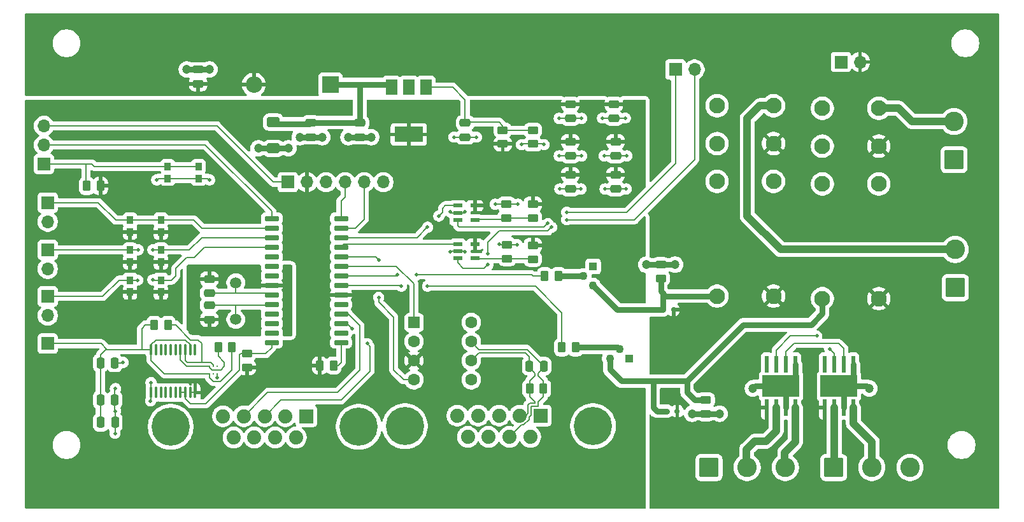
<source format=gbr>
%TF.GenerationSoftware,KiCad,Pcbnew,9.0.0*%
%TF.CreationDate,2025-04-23T22:03:11+02:00*%
%TF.ProjectId,Proyecto_ArgibayManuel_YangAlex,50726f79-6563-4746-9f5f-417267696261,rev?*%
%TF.SameCoordinates,Original*%
%TF.FileFunction,Copper,L1,Top*%
%TF.FilePolarity,Positive*%
%FSLAX46Y46*%
G04 Gerber Fmt 4.6, Leading zero omitted, Abs format (unit mm)*
G04 Created by KiCad (PCBNEW 9.0.0) date 2025-04-23 22:03:11*
%MOMM*%
%LPD*%
G01*
G04 APERTURE LIST*
G04 Aperture macros list*
%AMRoundRect*
0 Rectangle with rounded corners*
0 $1 Rounding radius*
0 $2 $3 $4 $5 $6 $7 $8 $9 X,Y pos of 4 corners*
0 Add a 4 corners polygon primitive as box body*
4,1,4,$2,$3,$4,$5,$6,$7,$8,$9,$2,$3,0*
0 Add four circle primitives for the rounded corners*
1,1,$1+$1,$2,$3*
1,1,$1+$1,$4,$5*
1,1,$1+$1,$6,$7*
1,1,$1+$1,$8,$9*
0 Add four rect primitives between the rounded corners*
20,1,$1+$1,$2,$3,$4,$5,0*
20,1,$1+$1,$4,$5,$6,$7,0*
20,1,$1+$1,$6,$7,$8,$9,0*
20,1,$1+$1,$8,$9,$2,$3,0*%
G04 Aperture macros list end*
%TA.AperFunction,SMDPad,CuDef*%
%ADD10RoundRect,0.250000X-0.475000X0.250000X-0.475000X-0.250000X0.475000X-0.250000X0.475000X0.250000X0*%
%TD*%
%TA.AperFunction,SMDPad,CuDef*%
%ADD11R,0.900000X1.000000*%
%TD*%
%TA.AperFunction,SMDPad,CuDef*%
%ADD12RoundRect,0.250000X0.262500X0.450000X-0.262500X0.450000X-0.262500X-0.450000X0.262500X-0.450000X0*%
%TD*%
%TA.AperFunction,ComponentPad*%
%ADD13R,1.090000X1.090000*%
%TD*%
%TA.AperFunction,ComponentPad*%
%ADD14C,1.090000*%
%TD*%
%TA.AperFunction,SMDPad,CuDef*%
%ADD15RoundRect,0.250000X0.250000X0.475000X-0.250000X0.475000X-0.250000X-0.475000X0.250000X-0.475000X0*%
%TD*%
%TA.AperFunction,ComponentPad*%
%ADD16R,1.700000X1.700000*%
%TD*%
%TA.AperFunction,ComponentPad*%
%ADD17O,1.700000X1.700000*%
%TD*%
%TA.AperFunction,SMDPad,CuDef*%
%ADD18RoundRect,0.250000X-0.262500X-0.450000X0.262500X-0.450000X0.262500X0.450000X-0.262500X0.450000X0*%
%TD*%
%TA.AperFunction,ComponentPad*%
%ADD19RoundRect,0.250000X-1.050000X-1.050000X1.050000X-1.050000X1.050000X1.050000X-1.050000X1.050000X0*%
%TD*%
%TA.AperFunction,ComponentPad*%
%ADD20C,2.600000*%
%TD*%
%TA.AperFunction,SMDPad,CuDef*%
%ADD21RoundRect,0.250000X0.450000X-0.262500X0.450000X0.262500X-0.450000X0.262500X-0.450000X-0.262500X0*%
%TD*%
%TA.AperFunction,SMDPad,CuDef*%
%ADD22R,1.211200X0.500800*%
%TD*%
%TA.AperFunction,ComponentPad*%
%ADD23R,2.200000X2.200000*%
%TD*%
%TA.AperFunction,ComponentPad*%
%ADD24O,2.200000X2.200000*%
%TD*%
%TA.AperFunction,SMDPad,CuDef*%
%ADD25RoundRect,0.150000X-0.150000X-0.200000X0.150000X-0.200000X0.150000X0.200000X-0.150000X0.200000X0*%
%TD*%
%TA.AperFunction,SMDPad,CuDef*%
%ADD26RoundRect,0.075000X-0.875000X-0.225000X0.875000X-0.225000X0.875000X0.225000X-0.875000X0.225000X0*%
%TD*%
%TA.AperFunction,SMDPad,CuDef*%
%ADD27C,0.260000*%
%TD*%
%TA.AperFunction,SMDPad,CuDef*%
%ADD28R,1.500000X2.000000*%
%TD*%
%TA.AperFunction,SMDPad,CuDef*%
%ADD29R,3.800000X2.000000*%
%TD*%
%TA.AperFunction,SMDPad,CuDef*%
%ADD30R,0.500000X2.200000*%
%TD*%
%TA.AperFunction,ComponentPad*%
%ADD31C,0.630000*%
%TD*%
%TA.AperFunction,SMDPad,CuDef*%
%ADD32R,4.900000X2.950000*%
%TD*%
%TA.AperFunction,ComponentPad*%
%ADD33R,1.879600X1.879600*%
%TD*%
%TA.AperFunction,ComponentPad*%
%ADD34C,1.879600*%
%TD*%
%TA.AperFunction,ComponentPad*%
%ADD35C,5.080000*%
%TD*%
%TA.AperFunction,ComponentPad*%
%ADD36RoundRect,0.250000X-0.550000X-0.550000X0.550000X-0.550000X0.550000X0.550000X-0.550000X0.550000X0*%
%TD*%
%TA.AperFunction,ComponentPad*%
%ADD37C,1.600000*%
%TD*%
%TA.AperFunction,SMDPad,CuDef*%
%ADD38RoundRect,0.250000X-0.450000X0.262500X-0.450000X-0.262500X0.450000X-0.262500X0.450000X0.262500X0*%
%TD*%
%TA.AperFunction,SMDPad,CuDef*%
%ADD39RoundRect,0.250000X-0.600000X0.400000X-0.600000X-0.400000X0.600000X-0.400000X0.600000X0.400000X0*%
%TD*%
%TA.AperFunction,SMDPad,CuDef*%
%ADD40RoundRect,0.250000X-0.250000X-0.475000X0.250000X-0.475000X0.250000X0.475000X-0.250000X0.475000X0*%
%TD*%
%TA.AperFunction,ComponentPad*%
%ADD41RoundRect,0.250000X1.050000X-1.050000X1.050000X1.050000X-1.050000X1.050000X-1.050000X-1.050000X0*%
%TD*%
%TA.AperFunction,ComponentPad*%
%ADD42C,2.100000*%
%TD*%
%TA.AperFunction,SMDPad,CuDef*%
%ADD43RoundRect,0.250000X0.475000X-0.250000X0.475000X0.250000X-0.475000X0.250000X-0.475000X-0.250000X0*%
%TD*%
%TA.AperFunction,SMDPad,CuDef*%
%ADD44RoundRect,0.100000X-0.100000X0.637500X-0.100000X-0.637500X0.100000X-0.637500X0.100000X0.637500X0*%
%TD*%
%TA.AperFunction,ComponentPad*%
%ADD45C,1.500000*%
%TD*%
%TA.AperFunction,ViaPad*%
%ADD46C,1.200000*%
%TD*%
%TA.AperFunction,ViaPad*%
%ADD47C,0.500000*%
%TD*%
%TA.AperFunction,Conductor*%
%ADD48C,0.800000*%
%TD*%
%TA.AperFunction,Conductor*%
%ADD49C,0.200000*%
%TD*%
%TA.AperFunction,Conductor*%
%ADD50C,1.000000*%
%TD*%
G04 APERTURE END LIST*
D10*
%TO.P,C15,1*%
%TO.N,VCC*%
X174769888Y-45100000D03*
%TO.P,C15,2*%
%TO.N,GND*%
X174769888Y-47000000D03*
%TD*%
D11*
%TO.P,SW4,1,1*%
%TO.N,Net-(J9-Pin_1)*%
X115450000Y-53400000D03*
X119550000Y-53400000D03*
%TO.P,SW4,2,2*%
%TO.N,GND*%
X115450000Y-55000000D03*
X119550000Y-55000000D03*
%TD*%
D12*
%TO.P,R8,1*%
%TO.N,SCL_3\u002C3V*%
X115500000Y-74500000D03*
%TO.P,R8,2*%
%TO.N,+3.3V*%
X113675000Y-74500000D03*
%TD*%
D13*
%TO.P,Q2,1*%
%TO.N,GNDPWR*%
X176770000Y-79000000D03*
D14*
%TO.P,Q2,2*%
%TO.N,Net-(Q2-Pad2)*%
X175500000Y-77730000D03*
%TO.P,Q2,3*%
%TO.N,Net-(D2-A)*%
X174230000Y-79000000D03*
%TD*%
D15*
%TO.P,C6,1*%
%TO.N,GND*%
X108450000Y-87500000D03*
%TO.P,C6,2*%
%TO.N,+3.3V*%
X106550000Y-87500000D03*
%TD*%
D11*
%TO.P,SW1,1,1*%
%TO.N,VCC*%
X114550000Y-62140000D03*
X110450000Y-62140000D03*
%TO.P,SW1,2,2*%
%TO.N,Int_limpiaparabrisas*%
X114550000Y-60540000D03*
X110450000Y-60540000D03*
%TD*%
D16*
%TO.P,J1,1,Pin_1*%
%TO.N,GNDPWR*%
X204960000Y-39500000D03*
D17*
%TO.P,J1,2,Pin_2*%
%TO.N,VBat*%
X207500000Y-39500000D03*
%TD*%
D18*
%TO.P,R17,1*%
%TO.N,CAN-*%
X163587500Y-83000000D03*
%TO.P,R17,2*%
%TO.N,CAN+*%
X165412500Y-83000000D03*
%TD*%
D16*
%TO.P,J5,1,Pin_1*%
%TO.N,Int_Calefactor*%
X99500000Y-64500000D03*
D17*
%TO.P,J5,2,Pin_2*%
%TO.N,GND*%
X99500000Y-67040000D03*
%TD*%
D19*
%TO.P,J8,1,Pin_1*%
%TO.N,Motor_derecho_2*%
X204000000Y-93500000D03*
D20*
%TO.P,J8,2,Pin_2*%
%TO.N,Motor_derecho_1*%
X209080000Y-93500000D03*
%TO.P,J8,3,Pin_3*%
%TO.N,GNDPWR*%
X214160000Y-93500000D03*
%TD*%
D19*
%TO.P,J7,1,Pin_1*%
%TO.N,GNDPWR*%
X187420000Y-93500000D03*
D20*
%TO.P,J7,2,Pin_2*%
%TO.N,Motor_izquierdo_2*%
X192500000Y-93500000D03*
%TO.P,J7,3,Pin_3*%
%TO.N,Motor_Izquierdo_1*%
X197580000Y-93500000D03*
%TD*%
D21*
%TO.P,R6,1*%
%TO.N,Net-(U3--IN)*%
X160500000Y-60252500D03*
%TO.P,R6,2*%
%TO.N,GND*%
X160500000Y-58427500D03*
%TD*%
D22*
%TO.P,U4,1,OUT*%
%TO.N,F_C_Out1*%
X154000000Y-63752500D03*
%TO.P,U4,2,V-*%
%TO.N,GND*%
X154000000Y-64702500D03*
%TO.P,U4,3,+IN*%
%TO.N,F_C_In1*%
X154000000Y-65652500D03*
%TO.P,U4,4,-IN*%
%TO.N,Net-(U4--IN)*%
X156300000Y-65652500D03*
%TO.P,U4,5,V+*%
%TO.N,VCC*%
X156300000Y-63752500D03*
%TD*%
D23*
%TO.P,D3,1,K*%
%TO.N,Net-(D3-K)*%
X137080000Y-42500000D03*
D24*
%TO.P,D3,2,A*%
%TO.N,VBat*%
X126920000Y-42500000D03*
%TD*%
D13*
%TO.P,Q1,1*%
%TO.N,GNDPWR*%
X172000000Y-66730000D03*
D14*
%TO.P,Q1,2*%
%TO.N,Net-(Q1-Pad2)*%
X170730000Y-68000000D03*
%TO.P,Q1,3*%
%TO.N,Net-(D1-A)*%
X172000000Y-69270000D03*
%TD*%
D16*
%TO.P,J6,1,Pin_1*%
%TO.N,Int_Bomba_de_Agua*%
X99500000Y-70725000D03*
D17*
%TO.P,J6,2,Pin_2*%
%TO.N,GND*%
X99500000Y-73265000D03*
%TD*%
D11*
%TO.P,SW3,1,1*%
%TO.N,VCC*%
X114550000Y-70140000D03*
X110450000Y-70140000D03*
%TO.P,SW3,2,2*%
%TO.N,Int_Bomba_de_Agua*%
X114550000Y-68540000D03*
X110450000Y-68540000D03*
%TD*%
D25*
%TO.P,D1,1,K*%
%TO.N,VBat*%
X182700000Y-72500000D03*
%TO.P,D1,2,A*%
%TO.N,Net-(D1-A)*%
X181300000Y-72500000D03*
%TD*%
D26*
%TO.P,U1,1,~{MCLR}/VPP*%
%TO.N,MCLR*%
X129290000Y-60340000D03*
%TO.P,U1,2,RA0/AN0/CVREF*%
%TO.N,Int_limpiaparabrisas*%
X129290000Y-61610000D03*
%TO.P,U1,3,RA1/AN1*%
%TO.N,Int_Calefactor*%
X129290000Y-62880000D03*
%TO.P,U1,4,RA2/AN2/VREF-*%
%TO.N,Int_Bomba_de_Agua*%
X129290000Y-64150000D03*
%TO.P,U1,5,RA3/AN3/VREF+*%
%TO.N,unconnected-(U1-RA3{slash}AN3{slash}VREF+-Pad5)*%
X129290000Y-65420000D03*
%TO.P,U1,6,RA4/T0CKI*%
%TO.N,unconnected-(U1-RA4{slash}T0CKI-Pad6)*%
X129290000Y-66690000D03*
%TO.P,U1,7,RA5/AN4/~SS/LVDIN*%
%TO.N,unconnected-(U1-RA5{slash}AN4{slash}~SS{slash}LVDIN-Pad7)*%
X129290000Y-67960000D03*
%TO.P,U1,8,VSS*%
%TO.N,GND*%
X129290000Y-69230000D03*
%TO.P,U1,9,OSC1/CLKI*%
%TO.N,TX1*%
X129290000Y-70500000D03*
%TO.P,U1,10,OSC2/CLKO/RA6*%
%TO.N,TX2*%
X129290000Y-71770000D03*
%TO.P,U1,11,RC0/T1OSO/T1CK1*%
%TO.N,unconnected-(U1-RC0{slash}T1OSO{slash}T1CK1-Pad11)*%
X129290000Y-73040000D03*
%TO.P,U1,12,RC1/T1OSI*%
%TO.N,unconnected-(U1-RC1{slash}T1OSI-Pad12)*%
X129290000Y-74310000D03*
%TO.P,U1,13,RC2/CCP1*%
%TO.N,unconnected-(U1-RC2{slash}CCP1-Pad13)*%
X129290000Y-75580000D03*
%TO.P,U1,14,RC3/SCK/SCL*%
%TO.N,SCL_5V*%
X129290000Y-76850000D03*
%TO.P,U1,15,RC4/SDI/SDA*%
%TO.N,SDA_5V*%
X138500000Y-76850000D03*
%TO.P,U1,16,RC5/SDO*%
%TO.N,unconnected-(U1-RC5{slash}SDO-Pad16)*%
X138500000Y-75580000D03*
%TO.P,U1,17,RC6/TX/CK*%
%TO.N,RC6*%
X138500000Y-74310000D03*
%TO.P,U1,18,RC7/RX/DT*%
%TO.N,RC7*%
X138500000Y-73040000D03*
%TO.P,U1,19,VSS*%
%TO.N,unconnected-(U1-VSS-Pad19)*%
X138500000Y-71770000D03*
%TO.P,U1,20,VDD*%
%TO.N,VCC*%
X138500000Y-70500000D03*
%TO.P,U1,21,RB0/INT0*%
%TO.N,C_R_Calefactor*%
X138500000Y-69230000D03*
%TO.P,U1,22,RB1/INT1*%
%TO.N,C_R_Bombas_agua*%
X138500000Y-67960000D03*
%TO.P,U1,23,RB2/CANTX/INT2*%
%TO.N,TX*%
X138500000Y-66690000D03*
%TO.P,U1,24,RB3/CANRX*%
%TO.N,RX*%
X138500000Y-65420000D03*
%TO.P,U1,25,RB4*%
%TO.N,F_C_Out1*%
X138500000Y-64150000D03*
%TO.P,U1,26,RB5/PGM*%
%TO.N,F_C_Out2*%
X138500000Y-62880000D03*
%TO.P,U1,27,RB6/PGC*%
%TO.N,PGC*%
X138500000Y-61610000D03*
%TO.P,U1,28,RB7/PGD*%
%TO.N,PGD*%
X138500000Y-60340000D03*
%TD*%
D21*
%TO.P,R4,1*%
%TO.N,Net-(U3--IN)*%
X164000000Y-60252500D03*
%TO.P,R4,2*%
%TO.N,VCC*%
X164000000Y-58427500D03*
%TD*%
%TO.P,R12,1*%
%TO.N,Net-(D1-A)*%
X181000000Y-68325000D03*
%TO.P,R12,2*%
%TO.N,GNDPWR*%
X181000000Y-66500000D03*
%TD*%
D27*
%TO.P,U2,A1,VDD*%
%TO.N,+3.3V*%
X121000000Y-81000000D03*
%TO.P,U2,A2,SDA*%
%TO.N,SDA_3\u002C3V*%
X121000000Y-80000000D03*
%TO.P,U2,B1,ADDR*%
%TO.N,unconnected-(U2-ADDR-PadB1)*%
X121500000Y-81000000D03*
%TO.P,U2,B2,SCL*%
%TO.N,SCL_3\u002C3V*%
X121500000Y-80000000D03*
%TO.P,U2,C1,GND*%
%TO.N,GND*%
X122000000Y-81000000D03*
%TO.P,U2,C2,DRDY/INT*%
%TO.N,unconnected-(U2-DRDY{slash}INT-PadC2)*%
X122000000Y-80000000D03*
%TD*%
D21*
%TO.P,R16,1*%
%TO.N,GND*%
X164000000Y-50412500D03*
%TO.P,R16,2*%
%TO.N,Net-(C13-Pad1)*%
X164000000Y-48587500D03*
%TD*%
D15*
%TO.P,C9,1*%
%TO.N,GND*%
X108400000Y-79580000D03*
%TO.P,C9,2*%
%TO.N,+3.3V*%
X106500000Y-79580000D03*
%TD*%
D28*
%TO.P,IC1,1*%
%TO.N,Net-(C13-Pad1)*%
X149800000Y-42850000D03*
%TO.P,IC1,2*%
%TO.N,N/C*%
X147500000Y-42850000D03*
%TO.P,IC1,3*%
%TO.N,Net-(D3-K)*%
X145200000Y-42850000D03*
D29*
%TO.P,IC1,4*%
%TO.N,VCC*%
X147500000Y-49150000D03*
%TD*%
D12*
%TO.P,R11,1*%
%TO.N,Net-(Q2-Pad2)*%
X169682500Y-77500000D03*
%TO.P,R11,2*%
%TO.N,C_R_Calefactor*%
X167857500Y-77500000D03*
%TD*%
D30*
%TO.P,U6,1,GND*%
%TO.N,GNDPWR*%
X198905000Y-79775000D03*
%TO.P,U6,2,IN2*%
%TO.N,PH_M_in2*%
X197635000Y-79775000D03*
%TO.P,U6,3,IN1*%
%TO.N,PH_M_in1*%
X196365000Y-79775000D03*
%TO.P,U6,4,ILIM*%
%TO.N,unconnected-(U6-ILIM-Pad4)*%
X195095000Y-79775000D03*
%TO.P,U6,5,VM*%
%TO.N,VBat*%
X195095000Y-85525000D03*
%TO.P,U6,6,OUT1*%
%TO.N,Motor_izquierdo_2*%
X196365000Y-85525000D03*
%TO.P,U6,7,GND*%
%TO.N,GNDPWR*%
X197635000Y-85525000D03*
%TO.P,U6,8,OUT2*%
%TO.N,Motor_Izquierdo_1*%
X198905000Y-85525000D03*
D31*
%TO.P,U6,9,GND*%
%TO.N,GNDPWR*%
X198300000Y-82000000D03*
X197000000Y-82000000D03*
X195700000Y-82000000D03*
D32*
X197000000Y-82650000D03*
D31*
X198300000Y-83300000D03*
X197000000Y-83300000D03*
X195700000Y-83300000D03*
%TD*%
D16*
%TO.P,J9,1,Pin_1*%
%TO.N,Net-(J9-Pin_1)*%
X99000000Y-53080000D03*
D17*
%TO.P,J9,2,Pin_2*%
%TO.N,MCLR*%
X99000000Y-50540000D03*
%TO.P,J9,3,Pin_3*%
%TO.N,VPP*%
X99000000Y-48000000D03*
%TD*%
D12*
%TO.P,R10,1*%
%TO.N,Net-(Q1-Pad2)*%
X167412500Y-68000000D03*
%TO.P,R10,2*%
%TO.N,C_R_Bombas_agua*%
X165587500Y-68000000D03*
%TD*%
D33*
%TO.P,X1,1*%
%TO.N,unconnected-(X1-Pad1)*%
X165040000Y-86576500D03*
D34*
%TO.P,X1,2*%
%TO.N,CAN-*%
X162270000Y-86576500D03*
%TO.P,X1,3*%
%TO.N,unconnected-(X1-Pad3)*%
X159500000Y-86576500D03*
%TO.P,X1,4*%
%TO.N,unconnected-(X1-Pad4)*%
X156730000Y-86576500D03*
%TO.P,X1,5*%
%TO.N,unconnected-(X1-Pad5)*%
X153960000Y-86576500D03*
%TO.P,X1,6*%
%TO.N,unconnected-(X1-Pad6)*%
X163650000Y-89416500D03*
%TO.P,X1,7*%
%TO.N,CAN+*%
X160880000Y-89416500D03*
%TO.P,X1,8*%
%TO.N,unconnected-(X1-Pad8)*%
X158120000Y-89416500D03*
%TO.P,X1,9*%
%TO.N,GND*%
X155350000Y-89416500D03*
D35*
%TO.P,X1,G1*%
%TO.N,N/C*%
X172000000Y-87996500D03*
%TO.P,X1,G2*%
X147000000Y-87996500D03*
%TD*%
D30*
%TO.P,U7,1,GND*%
%TO.N,GNDPWR*%
X206605000Y-79775000D03*
%TO.P,U7,2,IN2*%
%TO.N,PH_M_in2*%
X205335000Y-79775000D03*
%TO.P,U7,3,IN1*%
%TO.N,PH_M_in1*%
X204065000Y-79775000D03*
%TO.P,U7,4,ILIM*%
%TO.N,unconnected-(U7-ILIM-Pad4)*%
X202795000Y-79775000D03*
%TO.P,U7,5,VM*%
%TO.N,VBat*%
X202795000Y-85525000D03*
%TO.P,U7,6,OUT1*%
%TO.N,Motor_derecho_2*%
X204065000Y-85525000D03*
%TO.P,U7,7,GND*%
%TO.N,GNDPWR*%
X205335000Y-85525000D03*
%TO.P,U7,8,OUT2*%
%TO.N,Motor_derecho_1*%
X206605000Y-85525000D03*
D31*
%TO.P,U7,9,GND*%
%TO.N,GNDPWR*%
X206000000Y-82000000D03*
X204700000Y-82000000D03*
X203400000Y-82000000D03*
D32*
X204700000Y-82650000D03*
D31*
X206000000Y-83300000D03*
X204700000Y-83300000D03*
X203400000Y-83300000D03*
%TD*%
D10*
%TO.P,C14,1*%
%TO.N,VCC*%
X169000000Y-45100000D03*
%TO.P,C14,2*%
%TO.N,GND*%
X169000000Y-47000000D03*
%TD*%
D16*
%TO.P,J12,1,~{MCLR}/VPP*%
%TO.N,VPP*%
X131420000Y-55500000D03*
D17*
%TO.P,J12,2,VDD*%
%TO.N,VCC*%
X133960000Y-55500000D03*
%TO.P,J12,3,VSS*%
%TO.N,GND*%
X136500000Y-55500000D03*
%TO.P,J12,4,PGD/ICSPDAT*%
%TO.N,PGD*%
X139040000Y-55500000D03*
%TO.P,J12,5,PGC/ICSPCLK*%
%TO.N,PGC*%
X141580000Y-55500000D03*
%TO.P,J12,6,PGM/LVP*%
%TO.N,GND*%
X144120000Y-55500000D03*
%TD*%
D16*
%TO.P,J4,1,Pin_1*%
%TO.N,Int_limpiaparabrisas*%
X99500000Y-58225000D03*
D17*
%TO.P,J4,2,Pin_2*%
%TO.N,GND*%
X99500000Y-60765000D03*
%TD*%
D36*
%TO.P,U8,1,TXD*%
%TO.N,TX*%
X148195000Y-74190000D03*
D37*
%TO.P,U8,2,VSS*%
%TO.N,GND*%
X148195000Y-76730000D03*
%TO.P,U8,3,VDD*%
%TO.N,VCC*%
X148195000Y-79270000D03*
%TO.P,U8,4,RXD*%
%TO.N,RX*%
X148195000Y-81810000D03*
%TO.P,U8,5,Vref*%
%TO.N,unconnected-(U8-Vref-Pad5)*%
X155815000Y-81810000D03*
%TO.P,U8,6,CANL*%
%TO.N,CAN-*%
X155815000Y-79270000D03*
%TO.P,U8,7,CANH*%
%TO.N,CAN+*%
X155815000Y-76730000D03*
%TO.P,U8,8,Rs*%
%TO.N,GND*%
X155815000Y-74190000D03*
%TD*%
D38*
%TO.P,R13,1*%
%TO.N,Net-(D2-A)*%
X187000000Y-84500000D03*
%TO.P,R13,2*%
%TO.N,GNDPWR*%
X187000000Y-86325000D03*
%TD*%
D21*
%TO.P,R7,1*%
%TO.N,Net-(U4--IN)*%
X160587500Y-65665000D03*
%TO.P,R7,2*%
%TO.N,GND*%
X160587500Y-63840000D03*
%TD*%
D39*
%TO.P,D4,1,K*%
%TO.N,Net-(D3-K)*%
X129500000Y-47500000D03*
%TO.P,D4,2,A*%
%TO.N,GNDPWR*%
X129500000Y-51000000D03*
%TD*%
D40*
%TO.P,C16,1*%
%TO.N,CAN-*%
X163550000Y-80000000D03*
%TO.P,C16,2*%
%TO.N,CAN+*%
X165450000Y-80000000D03*
%TD*%
D11*
%TO.P,SW2,1,1*%
%TO.N,VCC*%
X114550000Y-66140000D03*
X110450000Y-66140000D03*
%TO.P,SW2,2,2*%
%TO.N,Int_Calefactor*%
X114550000Y-64540000D03*
X110450000Y-64540000D03*
%TD*%
D41*
%TO.P,J11,1,Pin_1*%
%TO.N,GNDPWR*%
X220000000Y-52500000D03*
D20*
%TO.P,J11,2,Pin_2*%
%TO.N,Calefactor*%
X220000000Y-47420000D03*
%TD*%
D10*
%TO.P,C11,1*%
%TO.N,Net-(D3-K)*%
X141000000Y-47600000D03*
%TO.P,C11,2*%
%TO.N,GNDPWR*%
X141000000Y-49500000D03*
%TD*%
%TO.P,C10,1*%
%TO.N,VCC*%
X175000000Y-50094888D03*
%TO.P,C10,2*%
%TO.N,GND*%
X175000000Y-51994888D03*
%TD*%
D42*
%TO.P,K1,11-1*%
%TO.N,VBat*%
X196000000Y-50360000D03*
%TO.P,K1,11-2*%
%TO.N,N/C*%
X188500000Y-50360000D03*
%TO.P,K1,12-1*%
%TO.N,unconnected-(K1-Pad12-1)*%
X196000000Y-55400000D03*
%TO.P,K1,12-2*%
%TO.N,N/C*%
X188500000Y-55400000D03*
%TO.P,K1,14-1*%
%TO.N,Bomba*%
X196000000Y-45320000D03*
%TO.P,K1,14-2*%
%TO.N,N/C*%
X188500000Y-45320000D03*
%TO.P,K1,A1*%
%TO.N,VBat*%
X196000000Y-70660000D03*
%TO.P,K1,A2*%
%TO.N,Net-(D1-A)*%
X188500000Y-70660000D03*
%TD*%
D10*
%TO.P,C12,1*%
%TO.N,Net-(D3-K)*%
X134500000Y-47600000D03*
%TO.P,C12,2*%
%TO.N,GNDPWR*%
X134500000Y-49500000D03*
%TD*%
D16*
%TO.P,J2,1,Pin_1*%
%TO.N,+3.3V*%
X99500000Y-77000000D03*
%TD*%
D22*
%TO.P,U3,1,OUT*%
%TO.N,F_C_Out2*%
X154000000Y-58625500D03*
%TO.P,U3,2,V-*%
%TO.N,GND*%
X154000000Y-59575500D03*
%TO.P,U3,3,+IN*%
%TO.N,F_C_In2*%
X154000000Y-60525500D03*
%TO.P,U3,4,-IN*%
%TO.N,Net-(U3--IN)*%
X156300000Y-60525500D03*
%TO.P,U3,5,V+*%
%TO.N,VCC*%
X156300000Y-58625500D03*
%TD*%
D10*
%TO.P,C13,1*%
%TO.N,Net-(C13-Pad1)*%
X155000000Y-47600000D03*
%TO.P,C13,2*%
%TO.N,GND*%
X155000000Y-49500000D03*
%TD*%
D25*
%TO.P,D2,1,K*%
%TO.N,VBat*%
X183200000Y-86000000D03*
%TO.P,D2,2,A*%
%TO.N,Net-(D2-A)*%
X181800000Y-86000000D03*
%TD*%
D21*
%TO.P,R5,1*%
%TO.N,Net-(U4--IN)*%
X164000000Y-65752500D03*
%TO.P,R5,2*%
%TO.N,VCC*%
X164000000Y-63927500D03*
%TD*%
D33*
%TO.P,X2,1*%
%TO.N,unconnected-(X2-Pad1)*%
X133890000Y-86660000D03*
D34*
%TO.P,X2,2*%
%TO.N,GND*%
X131120000Y-86660000D03*
%TO.P,X2,3*%
%TO.N,RC6*%
X128350000Y-86660000D03*
%TO.P,X2,4*%
%TO.N,RC7*%
X125580000Y-86660000D03*
%TO.P,X2,5*%
%TO.N,unconnected-(X2-Pad5)*%
X122810000Y-86660000D03*
%TO.P,X2,6*%
%TO.N,unconnected-(X2-Pad6)*%
X132500000Y-89500000D03*
%TO.P,X2,7*%
%TO.N,unconnected-(X2-Pad7)*%
X129730000Y-89500000D03*
%TO.P,X2,8*%
%TO.N,unconnected-(X2-Pad8)*%
X126970000Y-89500000D03*
%TO.P,X2,9*%
%TO.N,unconnected-(X2-Pad9)*%
X124200000Y-89500000D03*
D35*
%TO.P,X2,G1*%
%TO.N,N/C*%
X140850000Y-88080000D03*
%TO.P,X2,G2*%
X115850000Y-88080000D03*
%TD*%
D38*
%TO.P,R1,1*%
%TO.N,SCL_5V*%
X126000000Y-78340000D03*
%TO.P,R1,2*%
%TO.N,VCC*%
X126000000Y-80165000D03*
%TD*%
D18*
%TO.P,R3,1*%
%TO.N,Net-(J9-Pin_1)*%
X104675000Y-56000000D03*
%TO.P,R3,2*%
%TO.N,VCC*%
X106500000Y-56000000D03*
%TD*%
D10*
%TO.P,C8,1*%
%TO.N,VCC*%
X169000000Y-54500000D03*
%TO.P,C8,2*%
%TO.N,GND*%
X169000000Y-56400000D03*
%TD*%
D41*
%TO.P,J10,1,Pin_1*%
%TO.N,GNDPWR*%
X220167500Y-69545000D03*
D20*
%TO.P,J10,2,Pin_2*%
%TO.N,Bomba*%
X220167500Y-64465000D03*
%TD*%
D10*
%TO.P,C3,1*%
%TO.N,VCC*%
X169000000Y-50094888D03*
%TO.P,C3,2*%
%TO.N,GND*%
X169000000Y-51994888D03*
%TD*%
D18*
%TO.P,R9,1*%
%TO.N,SDA_3\u002C3V*%
X122175000Y-77500000D03*
%TO.P,R9,2*%
%TO.N,+3.3V*%
X124000000Y-77500000D03*
%TD*%
D43*
%TO.P,C1,1*%
%TO.N,VBat*%
X119500000Y-42400000D03*
%TO.P,C1,2*%
%TO.N,GNDPWR*%
X119500000Y-40500000D03*
%TD*%
D16*
%TO.P,J3,1,Pin_1*%
%TO.N,F_C_In2*%
X182960000Y-40500000D03*
D17*
%TO.P,J3,2,Pin_2*%
%TO.N,F_C_In1*%
X185500000Y-40500000D03*
%TD*%
D38*
%TO.P,R15,1*%
%TO.N,Net-(C13-Pad1)*%
X160000000Y-48587500D03*
%TO.P,R15,2*%
%TO.N,VCC*%
X160000000Y-50412500D03*
%TD*%
D10*
%TO.P,C5,1*%
%TO.N,TX2*%
X121000000Y-71890000D03*
%TO.P,C5,2*%
%TO.N,GND*%
X121000000Y-73790000D03*
%TD*%
D42*
%TO.P,K2,11-1*%
%TO.N,VBat*%
X210000000Y-50700000D03*
%TO.P,K2,11-2*%
%TO.N,N/C*%
X202500000Y-50700000D03*
%TO.P,K2,12-1*%
%TO.N,unconnected-(K2-Pad12-1)*%
X210000000Y-55740000D03*
%TO.P,K2,12-2*%
%TO.N,N/C*%
X202500000Y-55740000D03*
%TO.P,K2,14-1*%
%TO.N,Calefactor*%
X210000000Y-45660000D03*
%TO.P,K2,14-2*%
%TO.N,N/C*%
X202500000Y-45660000D03*
%TO.P,K2,A1*%
%TO.N,VBat*%
X210000000Y-71000000D03*
%TO.P,K2,A2*%
%TO.N,Net-(D2-A)*%
X202500000Y-71000000D03*
%TD*%
D40*
%TO.P,C2,1*%
%TO.N,+3.3V*%
X106500000Y-84500000D03*
%TO.P,C2,2*%
%TO.N,GND*%
X108400000Y-84500000D03*
%TD*%
D43*
%TO.P,C4,1*%
%TO.N,TX1*%
X121000000Y-70290000D03*
%TO.P,C4,2*%
%TO.N,GND*%
X121000000Y-68390000D03*
%TD*%
D10*
%TO.P,C7,1*%
%TO.N,VCC*%
X175000000Y-54500000D03*
%TO.P,C7,2*%
%TO.N,GND*%
X175000000Y-56400000D03*
%TD*%
D44*
%TO.P,U5,1,A1*%
%TO.N,unconnected-(U5-A1-Pad1)*%
X119100000Y-77775000D03*
%TO.P,U5,2,VCCA*%
%TO.N,+3.3V*%
X118450000Y-77775000D03*
%TO.P,U5,3,A2*%
%TO.N,SCL_3\u002C3V*%
X117800000Y-77775000D03*
%TO.P,U5,4,A3*%
%TO.N,SDA_3\u002C3V*%
X117150000Y-77775000D03*
%TO.P,U5,5,A4*%
%TO.N,unconnected-(U5-A4-Pad5)*%
X116500000Y-77775000D03*
%TO.P,U5,6,A5*%
%TO.N,unconnected-(U5-A5-Pad6)*%
X115850000Y-77775000D03*
%TO.P,U5,7,A6*%
%TO.N,unconnected-(U5-A6-Pad7)*%
X115200000Y-77775000D03*
%TO.P,U5,8,A7*%
%TO.N,unconnected-(U5-A7-Pad8)*%
X114550000Y-77775000D03*
%TO.P,U5,9,A8*%
%TO.N,unconnected-(U5-A8-Pad9)*%
X113900000Y-77775000D03*
%TO.P,U5,10,OE*%
%TO.N,+3.3V*%
X113250000Y-77775000D03*
%TO.P,U5,11,GND*%
%TO.N,GND*%
X113250000Y-83500000D03*
%TO.P,U5,12,B8*%
%TO.N,unconnected-(U5-B8-Pad12)*%
X113900000Y-83500000D03*
%TO.P,U5,13,B7*%
%TO.N,unconnected-(U5-B7-Pad13)*%
X114550000Y-83500000D03*
%TO.P,U5,14,B6*%
%TO.N,unconnected-(U5-B6-Pad14)*%
X115200000Y-83500000D03*
%TO.P,U5,15,B5*%
%TO.N,unconnected-(U5-B5-Pad15)*%
X115850000Y-83500000D03*
%TO.P,U5,16,B4*%
%TO.N,unconnected-(U5-B4-Pad16)*%
X116500000Y-83500000D03*
%TO.P,U5,17,B3*%
%TO.N,SCL_5V*%
X117150000Y-83500000D03*
%TO.P,U5,18,B2*%
X117800000Y-83500000D03*
%TO.P,U5,19,VCCB*%
%TO.N,VCC*%
X118450000Y-83500000D03*
%TO.P,U5,20,B1*%
X119100000Y-83500000D03*
%TD*%
D12*
%TO.P,R2,1*%
%TO.N,SDA_5V*%
X137500000Y-79912500D03*
%TO.P,R2,2*%
%TO.N,VCC*%
X135675000Y-79912500D03*
%TD*%
D45*
%TO.P,Y1,1,1*%
%TO.N,TX1*%
X124500000Y-68890000D03*
%TO.P,Y1,2,2*%
%TO.N,TX2*%
X124500000Y-73770000D03*
%TD*%
D46*
%TO.N,GNDPWR*%
X179087500Y-66500000D03*
X118000000Y-40500000D03*
X193250000Y-82990000D03*
X139500000Y-49500000D03*
X188825000Y-86325000D03*
X131500000Y-51000000D03*
X185175000Y-86325000D03*
X121000000Y-40500000D03*
X208750000Y-82990000D03*
X133000000Y-49500000D03*
X142500000Y-49500000D03*
X182912500Y-66500000D03*
X127500000Y-51000000D03*
X136000000Y-49500000D03*
D47*
%TO.N,GND*%
X159500000Y-63752500D03*
X161912500Y-63840000D03*
X118500000Y-68500000D03*
X127500000Y-67000000D03*
X120500000Y-75500000D03*
X159000000Y-58427500D03*
X118500000Y-67000000D03*
X165500000Y-50500000D03*
X162500000Y-50500000D03*
X124500000Y-75500000D03*
X127500000Y-75500000D03*
X122500000Y-68390000D03*
X125500000Y-75500000D03*
X167505112Y-51994888D03*
X167500000Y-47000000D03*
X122000000Y-81500000D03*
X121000000Y-55200000D03*
X131500000Y-73000000D03*
X131500000Y-68000000D03*
X176494888Y-51994888D03*
X131500000Y-69000000D03*
X153500000Y-49500000D03*
X119550000Y-68390000D03*
X126500000Y-67000000D03*
X124500000Y-67000000D03*
X153000000Y-59427500D03*
X170500000Y-47000000D03*
X108500000Y-86000000D03*
X118500000Y-74500000D03*
X173505112Y-51994888D03*
X155000000Y-64752500D03*
X113250000Y-82212500D03*
X121500000Y-67000000D03*
X120500000Y-67000000D03*
X108450000Y-88950000D03*
X119500000Y-73840000D03*
X118500000Y-75500000D03*
X118500000Y-72500000D03*
X131500000Y-67000000D03*
X131500000Y-70000000D03*
X118500000Y-70500000D03*
X131000000Y-69340000D03*
X113175000Y-84637500D03*
X170494888Y-51994888D03*
X108500000Y-83000000D03*
X118500000Y-71500000D03*
X156500000Y-49500000D03*
X176400000Y-56400000D03*
X176269888Y-46960224D03*
X123500000Y-75500000D03*
X109500000Y-79500000D03*
X167600000Y-56400000D03*
X153000000Y-64752500D03*
X131500000Y-72000000D03*
X121500000Y-75500000D03*
X122500000Y-75500000D03*
X118500000Y-73500000D03*
X162000000Y-58427500D03*
X127500000Y-69340000D03*
X170400000Y-56400000D03*
X131500000Y-75500000D03*
X122500000Y-67000000D03*
X123500000Y-67000000D03*
X173269888Y-46960224D03*
X114000000Y-55200000D03*
X119500000Y-67000000D03*
X125500000Y-67000000D03*
X122290000Y-73790000D03*
X131500000Y-71000000D03*
X131500000Y-74000000D03*
X155000000Y-59427500D03*
X119500000Y-75500000D03*
X173600000Y-56400000D03*
X118500000Y-69500000D03*
X126500000Y-75500000D03*
%TO.N,C_R_Bombas_agua*%
X146000000Y-67840000D03*
X148500000Y-67840000D03*
%TO.N,C_R_Calefactor*%
X146500000Y-69340000D03*
X150000000Y-69340000D03*
%TO.N,Int_Calefactor*%
X113500000Y-64500000D03*
X111500000Y-64500000D03*
%TO.N,Int_Bomba_de_Agua*%
X113500000Y-68500000D03*
X111460000Y-68540000D03*
%TO.N,RC6*%
X140000000Y-75000000D03*
X142000000Y-77000000D03*
%TO.N,F_C_Out2*%
X150000000Y-61500000D03*
X151500000Y-60000000D03*
%TO.N,RX*%
X143500000Y-65840000D03*
X143500000Y-70840000D03*
%TO.N,F_C_In2*%
X168500000Y-59500000D03*
X166000000Y-61000000D03*
%TO.N,F_C_In1*%
X158000000Y-66500000D03*
X168500000Y-60500000D03*
X158000000Y-65000000D03*
X166500000Y-61500000D03*
%TO.N,PH_M_in1*%
X201750000Y-75990000D03*
X203500000Y-77740000D03*
%TD*%
D48*
%TO.N,GNDPWR*%
X181000000Y-66500000D02*
X179087500Y-66500000D01*
X141000000Y-49500000D02*
X139500000Y-49500000D01*
X187000000Y-86325000D02*
X185175000Y-86325000D01*
X208410000Y-82650000D02*
X208750000Y-82990000D01*
X206605000Y-79775000D02*
X206605000Y-81675000D01*
X204700000Y-82650000D02*
X205335000Y-83285000D01*
X205630000Y-82650000D02*
X204700000Y-82650000D01*
X193590000Y-82650000D02*
X193250000Y-82990000D01*
X119500000Y-40500000D02*
X118000000Y-40500000D01*
X205335000Y-83935000D02*
X204700000Y-83300000D01*
X187000000Y-86325000D02*
X188825000Y-86325000D01*
X204700000Y-82650000D02*
X208410000Y-82650000D01*
X197635000Y-83285000D02*
X197635000Y-85525000D01*
X205335000Y-85525000D02*
X205335000Y-83935000D01*
X134500000Y-49500000D02*
X136000000Y-49500000D01*
X206605000Y-81675000D02*
X205630000Y-82650000D01*
X129500000Y-51000000D02*
X131500000Y-51000000D01*
X197000000Y-82650000D02*
X197635000Y-83285000D01*
X129500000Y-51000000D02*
X127500000Y-51000000D01*
X181000000Y-66500000D02*
X182912500Y-66500000D01*
X119500000Y-40500000D02*
X121000000Y-40500000D01*
X183000000Y-66412500D02*
X182912500Y-66500000D01*
X197000000Y-82650000D02*
X193590000Y-82650000D01*
X198300000Y-82000000D02*
X198905000Y-81395000D01*
X141000000Y-49500000D02*
X142500000Y-49500000D01*
X179000000Y-66412500D02*
X179087500Y-66500000D01*
X134500000Y-49500000D02*
X133000000Y-49500000D01*
X198905000Y-81395000D02*
X198905000Y-79775000D01*
D49*
%TO.N,+3.3V*%
X113250000Y-77117630D02*
X113867630Y-76500000D01*
X106500000Y-87450000D02*
X106550000Y-87500000D01*
X112500000Y-74500000D02*
X112000000Y-75000000D01*
X113250000Y-79250000D02*
X113250000Y-77775000D01*
X113250000Y-77775000D02*
X112000000Y-77775000D01*
X124000000Y-80500000D02*
X122449000Y-82051000D01*
X115000000Y-81000000D02*
X113250000Y-79250000D01*
X106500000Y-78500000D02*
X107311000Y-77689000D01*
X99500000Y-77000000D02*
X106622000Y-77000000D01*
X107397000Y-77775000D02*
X107311000Y-77689000D01*
X106500000Y-84500000D02*
X106500000Y-87450000D01*
X106622000Y-77000000D02*
X107311000Y-77689000D01*
X113867630Y-76500000D02*
X117832370Y-76500000D01*
X106500000Y-79580000D02*
X106500000Y-82000000D01*
X106500000Y-79580000D02*
X106500000Y-78500000D01*
X124000000Y-77500000D02*
X124000000Y-80500000D01*
X122449000Y-82051000D02*
X121551000Y-82051000D01*
X112000000Y-77775000D02*
X107397000Y-77775000D01*
X117832370Y-76500000D02*
X118450000Y-77117630D01*
X106500000Y-84500000D02*
X106500000Y-82000000D01*
X121000000Y-81000000D02*
X115000000Y-81000000D01*
X113250000Y-77775000D02*
X113250000Y-77117630D01*
X118450000Y-77117630D02*
X118450000Y-77775000D01*
X113675000Y-74500000D02*
X112500000Y-74500000D01*
X121000000Y-81500000D02*
X121000000Y-81000000D01*
X121551000Y-82051000D02*
X121000000Y-81500000D01*
X112000000Y-75000000D02*
X112000000Y-77775000D01*
%TO.N,GND*%
X154000000Y-64702500D02*
X153050000Y-64702500D01*
X160500000Y-58427500D02*
X159000000Y-58427500D01*
X175000000Y-51994888D02*
X173505112Y-51994888D01*
X154852000Y-59575500D02*
X155000000Y-59427500D01*
X176500000Y-52000000D02*
X176494888Y-51994888D01*
X121000000Y-68390000D02*
X119550000Y-68390000D01*
X115450000Y-55000000D02*
X114200000Y-55000000D01*
X154000000Y-59575500D02*
X153148000Y-59575500D01*
X175000000Y-56400000D02*
X176400000Y-56400000D01*
X155000000Y-49500000D02*
X153500000Y-49500000D01*
X169000000Y-51994888D02*
X170494888Y-51994888D01*
X174769888Y-47000000D02*
X173309664Y-47000000D01*
X174769888Y-47000000D02*
X176230112Y-47000000D01*
X160587500Y-63840000D02*
X161912500Y-63840000D01*
X162587500Y-50412500D02*
X162500000Y-50500000D01*
X169000000Y-51994888D02*
X167505112Y-51994888D01*
X164000000Y-50412500D02*
X162587500Y-50412500D01*
X153148000Y-59575500D02*
X153000000Y-59427500D01*
X119550000Y-55000000D02*
X120800000Y-55000000D01*
X122000000Y-81000000D02*
X122000000Y-81500000D01*
X109420000Y-79580000D02*
X109500000Y-79500000D01*
X169000000Y-56400000D02*
X167600000Y-56400000D01*
X113250000Y-83500000D02*
X113250000Y-84562500D01*
X167500000Y-52000000D02*
X167505112Y-51994888D01*
X99500000Y-61380000D02*
X99540000Y-61340000D01*
X108400000Y-83100000D02*
X108500000Y-83000000D01*
X169000000Y-56400000D02*
X170400000Y-56400000D01*
X165412500Y-50412500D02*
X165500000Y-50500000D01*
X173309664Y-47000000D02*
X173269888Y-46960224D01*
X175000000Y-56400000D02*
X173600000Y-56400000D01*
X175000000Y-51994888D02*
X176494888Y-51994888D01*
X164000000Y-50412500D02*
X165412500Y-50412500D01*
X155000000Y-49500000D02*
X156500000Y-49500000D01*
X169000000Y-47000000D02*
X167500000Y-47000000D01*
X129290000Y-69230000D02*
X127610000Y-69230000D01*
X108400000Y-85900000D02*
X108500000Y-86000000D01*
X127610000Y-69230000D02*
X127500000Y-69340000D01*
X108400000Y-84500000D02*
X108400000Y-83100000D01*
X130890000Y-69230000D02*
X131000000Y-69340000D01*
X154000000Y-59575500D02*
X154852000Y-59575500D01*
X160587500Y-63840000D02*
X159587500Y-63840000D01*
X121000000Y-68390000D02*
X122500000Y-68390000D01*
X120800000Y-55000000D02*
X121000000Y-55200000D01*
X108400000Y-79580000D02*
X109420000Y-79580000D01*
X108450000Y-87500000D02*
X108450000Y-88950000D01*
X170500000Y-52000000D02*
X170494888Y-51994888D01*
X159587500Y-63840000D02*
X159500000Y-63752500D01*
X169000000Y-47000000D02*
X170500000Y-47000000D01*
X176230112Y-47000000D02*
X176269888Y-46960224D01*
X173500000Y-52000000D02*
X173505112Y-51994888D01*
X113250000Y-83500000D02*
X113250000Y-82212500D01*
X108400000Y-84500000D02*
X108400000Y-85900000D01*
X121000000Y-73790000D02*
X119550000Y-73790000D01*
X108450000Y-87500000D02*
X108450000Y-86050000D01*
X114200000Y-55000000D02*
X114000000Y-55200000D01*
X154000000Y-64702500D02*
X154950000Y-64702500D01*
X162000000Y-63752500D02*
X161912500Y-63840000D01*
X121000000Y-73790000D02*
X122290000Y-73790000D01*
X153050000Y-64702500D02*
X153000000Y-64752500D01*
X113250000Y-84562500D02*
X113175000Y-84637500D01*
X108450000Y-86050000D02*
X108500000Y-86000000D01*
X119550000Y-55000000D02*
X115450000Y-55000000D01*
X129290000Y-69230000D02*
X130890000Y-69230000D01*
X113175000Y-82137500D02*
X113250000Y-82212500D01*
X160500000Y-58427500D02*
X162000000Y-58427500D01*
X154950000Y-64702500D02*
X155000000Y-64752500D01*
X108500000Y-89000000D02*
X108450000Y-88950000D01*
%TO.N,VCC*%
X118450000Y-83500000D02*
X119100000Y-83500000D01*
%TO.N,TX1*%
X124500000Y-68890000D02*
X124500000Y-70290000D01*
X121000000Y-70290000D02*
X124500000Y-70290000D01*
X129080000Y-70290000D02*
X129290000Y-70500000D01*
X124500000Y-70290000D02*
X129080000Y-70290000D01*
%TO.N,TX2*%
X121000000Y-71890000D02*
X124500000Y-71890000D01*
X129170000Y-71890000D02*
X129290000Y-71770000D01*
X124500000Y-71890000D02*
X129170000Y-71890000D01*
X124500000Y-73770000D02*
X124500000Y-71890000D01*
D48*
%TO.N,Net-(D3-K)*%
X141000000Y-47544888D02*
X141000000Y-42500000D01*
X129500000Y-47750000D02*
X134294888Y-47750000D01*
X144850000Y-42500000D02*
X145200000Y-42850000D01*
X137080000Y-42500000D02*
X141000000Y-42500000D01*
X134500000Y-47544888D02*
X141000000Y-47544888D01*
X134294888Y-47750000D02*
X134500000Y-47544888D01*
X141000000Y-42500000D02*
X144850000Y-42500000D01*
X137000000Y-42580000D02*
X137080000Y-42500000D01*
D49*
%TO.N,CAN-*%
X163083603Y-86576500D02*
X162270000Y-86576500D01*
X164275000Y-84737501D02*
X164275000Y-84885720D01*
X163550000Y-80000000D02*
X163550000Y-80225000D01*
X163612812Y-84885720D02*
X163349220Y-85149312D01*
X164275000Y-84885720D02*
X163612812Y-84885720D01*
X163550000Y-80225000D02*
X164275000Y-80950000D01*
X163587500Y-81949999D02*
X163587500Y-83000000D01*
X163038604Y-78225001D02*
X163550000Y-78736397D01*
X164275000Y-81262499D02*
X163587500Y-81949999D01*
X163349220Y-85149312D02*
X163349220Y-86310883D01*
X155815000Y-79270000D02*
X156859999Y-78225001D01*
X164275000Y-80950000D02*
X164275000Y-81262499D01*
X163349220Y-86310883D02*
X163083603Y-86576500D01*
X163587500Y-83000000D02*
X163587500Y-84050001D01*
X163587500Y-84050001D02*
X164275000Y-84737501D01*
X163550000Y-78736397D02*
X163550000Y-80000000D01*
X156859999Y-78225001D02*
X163038604Y-78225001D01*
%TO.N,CAN+*%
X163799200Y-85335700D02*
X163799200Y-86497300D01*
X164725000Y-85335700D02*
X163799200Y-85335700D01*
X156859999Y-77774999D02*
X163224999Y-77774999D01*
X165412500Y-81949999D02*
X165412500Y-83000000D01*
X165450000Y-80225000D02*
X164725000Y-80950000D01*
X155815000Y-76730000D02*
X156859999Y-77774999D01*
X165450000Y-80000000D02*
X165450000Y-80225000D01*
X164725000Y-84737501D02*
X164725000Y-85335700D01*
X162479200Y-87817300D02*
X160880000Y-89416500D01*
X163799200Y-86497300D02*
X163510800Y-86785700D01*
X162783957Y-87817300D02*
X162479200Y-87817300D01*
X164725000Y-80950000D02*
X164725000Y-81262499D01*
X163510800Y-86785700D02*
X163510800Y-87090457D01*
X165412500Y-83000000D02*
X165412500Y-84050001D01*
X165412500Y-84050001D02*
X164725000Y-84737501D01*
X163224999Y-77774999D02*
X165450000Y-80000000D01*
X164725000Y-81262499D02*
X165412500Y-81949999D01*
X163510800Y-87090457D02*
X162783957Y-87817300D01*
D48*
%TO.N,Net-(D1-A)*%
X172000000Y-69270000D02*
X175230000Y-72500000D01*
X181300000Y-70300000D02*
X181660000Y-70660000D01*
X181660000Y-70660000D02*
X188500000Y-70660000D01*
X181000000Y-70000000D02*
X181000000Y-68325000D01*
X181300000Y-72500000D02*
X181300000Y-70300000D01*
X175230000Y-72500000D02*
X181300000Y-72500000D01*
X181300000Y-70300000D02*
X181000000Y-70000000D01*
%TO.N,Net-(D2-A)*%
X180000000Y-82000000D02*
X178270000Y-82000000D01*
X174230000Y-80460000D02*
X175770000Y-82000000D01*
X180500000Y-86000000D02*
X180000000Y-85500000D01*
X192000000Y-74500000D02*
X201000000Y-74500000D01*
X201000000Y-74500000D02*
X202500000Y-73000000D01*
X174230000Y-79000000D02*
X174230000Y-80460000D01*
X202500000Y-73000000D02*
X202500000Y-71000000D01*
X175770000Y-82000000D02*
X178270000Y-82000000D01*
X184500000Y-82000000D02*
X192000000Y-74500000D01*
X181800000Y-86000000D02*
X180500000Y-86000000D01*
X185500000Y-84500000D02*
X184500000Y-83500000D01*
X187000000Y-84500000D02*
X185500000Y-84500000D01*
X184500000Y-83500000D02*
X184500000Y-82000000D01*
X180000000Y-85500000D02*
X180000000Y-82000000D01*
X184500000Y-82000000D02*
X180000000Y-82000000D01*
D49*
%TO.N,Net-(J9-Pin_1)*%
X104587500Y-55700000D02*
X104587500Y-53167500D01*
X105700000Y-53400000D02*
X115450000Y-53400000D01*
X105380000Y-53080000D02*
X105700000Y-53400000D01*
X98580000Y-53760000D02*
X99500000Y-53760000D01*
X99000000Y-53080000D02*
X104500000Y-53080000D01*
X104500000Y-53080000D02*
X105380000Y-53080000D01*
X104587500Y-53167500D02*
X104500000Y-53080000D01*
X115450000Y-53400000D02*
X119550000Y-53400000D01*
%TO.N,VPP*%
X99000000Y-48000000D02*
X122000000Y-48000000D01*
X129500000Y-55500000D02*
X131420000Y-55500000D01*
X122000000Y-48000000D02*
X129500000Y-55500000D01*
%TO.N,MCLR*%
X129290000Y-59370000D02*
X129290000Y-60340000D01*
X99000000Y-50540000D02*
X120460000Y-50540000D01*
X120460000Y-50540000D02*
X129290000Y-59370000D01*
D50*
%TO.N,Motor_Izquierdo_1*%
X198905000Y-90095000D02*
X197500000Y-91500000D01*
X198905000Y-85525000D02*
X198905000Y-90095000D01*
X197500000Y-91500000D02*
X197500000Y-93000000D01*
%TO.N,Calefactor*%
X212660000Y-45660000D02*
X210000000Y-45660000D01*
X214250000Y-47250000D02*
X212660000Y-45660000D01*
X220000000Y-47420000D02*
X214420000Y-47420000D01*
X214420000Y-47420000D02*
X214250000Y-47250000D01*
%TO.N,Motor_izquierdo_2*%
X196365000Y-88635000D02*
X196365000Y-85525000D01*
X195000000Y-90000000D02*
X196365000Y-88635000D01*
X192420000Y-91080000D02*
X193500000Y-90000000D01*
X192420000Y-93000000D02*
X192420000Y-91080000D01*
X193500000Y-90000000D02*
X195000000Y-90000000D01*
%TO.N,Motor_derecho_1*%
X206605000Y-85525000D02*
X206605000Y-87605000D01*
X209080000Y-90080000D02*
X209080000Y-93000000D01*
X206605000Y-87605000D02*
X209080000Y-90080000D01*
%TO.N,Bomba*%
X196167500Y-45152500D02*
X196000000Y-45320000D01*
X192500000Y-60000000D02*
X196965000Y-64465000D01*
X194180000Y-45320000D02*
X192500000Y-47000000D01*
X196000000Y-45320000D02*
X194180000Y-45320000D01*
X196965000Y-64465000D02*
X220167500Y-64465000D01*
X192500000Y-47000000D02*
X192500000Y-60000000D01*
%TO.N,Motor_derecho_2*%
X204065000Y-85525000D02*
X204065000Y-92935000D01*
X204065000Y-93435000D02*
X204000000Y-93500000D01*
X204065000Y-92935000D02*
X204000000Y-93000000D01*
D49*
%TO.N,PGD*%
X139040000Y-55500000D02*
X139040000Y-57460000D01*
X139040000Y-57460000D02*
X138500000Y-58000000D01*
X138500000Y-58000000D02*
X138500000Y-60340000D01*
%TO.N,PGC*%
X141580000Y-60420000D02*
X140390000Y-61610000D01*
X141580000Y-55500000D02*
X141580000Y-60420000D01*
X140390000Y-61610000D02*
X138500000Y-61610000D01*
D48*
%TO.N,Net-(Q1-Pad2)*%
X167412500Y-68000000D02*
X170730000Y-68000000D01*
%TO.N,Net-(Q2-Pad2)*%
X169682500Y-77500000D02*
X175270000Y-77500000D01*
X175270000Y-77500000D02*
X175500000Y-77730000D01*
D49*
%TO.N,SCL_5V*%
X125160000Y-78340000D02*
X126000000Y-78340000D01*
X118500000Y-85000000D02*
X120500000Y-85000000D01*
X120500000Y-85000000D02*
X125000000Y-80500000D01*
X117800000Y-83500000D02*
X117150000Y-83500000D01*
X125000000Y-78500000D02*
X125160000Y-78340000D01*
X117800000Y-84300000D02*
X118500000Y-85000000D01*
X129290000Y-77550000D02*
X128500000Y-78340000D01*
X127500000Y-78340000D02*
X126000000Y-78340000D01*
X125000000Y-80500000D02*
X125000000Y-78500000D01*
X128500000Y-78340000D02*
X127500000Y-78340000D01*
X129290000Y-76850000D02*
X129290000Y-77550000D01*
X117800000Y-83500000D02*
X117800000Y-84300000D01*
%TO.N,SDA_5V*%
X137500000Y-79912500D02*
X138087500Y-79912500D01*
X138087500Y-79912500D02*
X138500000Y-79500000D01*
X138500000Y-79500000D02*
X138500000Y-76850000D01*
%TO.N,Net-(U3--IN)*%
X160500000Y-60252500D02*
X164000000Y-60252500D01*
X156398000Y-60427500D02*
X156300000Y-60525500D01*
X160500000Y-60427500D02*
X156398000Y-60427500D01*
%TO.N,Net-(U4--IN)*%
X160587500Y-65665000D02*
X156312500Y-65665000D01*
X156312500Y-65665000D02*
X156300000Y-65652500D01*
X163912500Y-65665000D02*
X164000000Y-65752500D01*
X160587500Y-65665000D02*
X163912500Y-65665000D01*
%TO.N,C_R_Bombas_agua*%
X138500000Y-67960000D02*
X145880000Y-67960000D01*
X164000000Y-68000000D02*
X165587500Y-68000000D01*
X148500000Y-67840000D02*
X163840000Y-67840000D01*
X145880000Y-67960000D02*
X146000000Y-67840000D01*
X163840000Y-67840000D02*
X164000000Y-68000000D01*
%TO.N,C_R_Calefactor*%
X138500000Y-69230000D02*
X146390000Y-69230000D01*
X146390000Y-69230000D02*
X146500000Y-69340000D01*
X167857500Y-72857500D02*
X167857500Y-77500000D01*
X150000000Y-69340000D02*
X164340000Y-69340000D01*
X164340000Y-69340000D02*
X167857500Y-72857500D01*
%TO.N,Int_limpiaparabrisas*%
X118930000Y-60540000D02*
X120000000Y-61610000D01*
X99500000Y-58225000D02*
X106225000Y-58225000D01*
X108540000Y-60540000D02*
X110450000Y-60540000D01*
X114550000Y-60540000D02*
X118930000Y-60540000D01*
X106225000Y-58225000D02*
X108540000Y-60540000D01*
X120000000Y-61610000D02*
X129290000Y-61610000D01*
X110450000Y-60540000D02*
X114550000Y-60540000D01*
%TO.N,Int_Calefactor*%
X99500000Y-64500000D02*
X100000000Y-64500000D01*
X110450000Y-64540000D02*
X111460000Y-64540000D01*
X100000000Y-64500000D02*
X100040000Y-64540000D01*
X100040000Y-64540000D02*
X110450000Y-64540000D01*
X114550000Y-64540000D02*
X118300000Y-64540000D01*
X111460000Y-64540000D02*
X111500000Y-64500000D01*
X119960000Y-62880000D02*
X129290000Y-62880000D01*
X113540000Y-64540000D02*
X113500000Y-64500000D01*
X118300000Y-64540000D02*
X119960000Y-62880000D01*
X114550000Y-64540000D02*
X113540000Y-64540000D01*
%TO.N,Int_Bomba_de_Agua*%
X116500000Y-67000000D02*
X118000000Y-65500000D01*
X118000000Y-65500000D02*
X119000000Y-65500000D01*
X115960000Y-68540000D02*
X116500000Y-68000000D01*
X114550000Y-68540000D02*
X113540000Y-68540000D01*
X106775000Y-70725000D02*
X108960000Y-68540000D01*
X116500000Y-68000000D02*
X116500000Y-67000000D01*
X110450000Y-68540000D02*
X111460000Y-68540000D01*
X113540000Y-68540000D02*
X113500000Y-68500000D01*
X119000000Y-65500000D02*
X120350000Y-64150000D01*
X99500000Y-70725000D02*
X106775000Y-70725000D01*
X114550000Y-68540000D02*
X115960000Y-68540000D01*
X108960000Y-68540000D02*
X110450000Y-68540000D01*
X110330000Y-68420000D02*
X110450000Y-68540000D01*
X111500000Y-68500000D02*
X111460000Y-68540000D01*
X120350000Y-64150000D02*
X129290000Y-64150000D01*
%TO.N,RC7*%
X141000000Y-74590001D02*
X139449999Y-73040000D01*
X138000000Y-83500000D02*
X141000000Y-80500000D01*
X128740000Y-83500000D02*
X138000000Y-83500000D01*
X139449999Y-73040000D02*
X138500000Y-73040000D01*
X125580000Y-86660000D02*
X128740000Y-83500000D01*
X141000000Y-80500000D02*
X141000000Y-74590001D01*
%TO.N,RC6*%
X142350000Y-77350000D02*
X142000000Y-77000000D01*
X128350000Y-86660000D02*
X130510000Y-84500000D01*
X130510000Y-84500000D02*
X138500000Y-84500000D01*
X139310000Y-74310000D02*
X138500000Y-74310000D01*
X140000000Y-75000000D02*
X139310000Y-74310000D01*
X138500000Y-84500000D02*
X142350000Y-80650000D01*
X142350000Y-80650000D02*
X142350000Y-77350000D01*
%TO.N,F_C_Out1*%
X154000000Y-63752500D02*
X138897500Y-63752500D01*
X138897500Y-63752500D02*
X138500000Y-64150000D01*
%TO.N,F_C_Out2*%
X154000000Y-58625500D02*
X152374500Y-58625500D01*
X152374500Y-58625500D02*
X152000000Y-59000000D01*
X151500000Y-60000000D02*
X152000000Y-59500000D01*
X148620000Y-62880000D02*
X150000000Y-61500000D01*
X138500000Y-62880000D02*
X148620000Y-62880000D01*
X152000000Y-59500000D02*
X152000000Y-59000000D01*
%TO.N,RX*%
X146810000Y-81810000D02*
X148195000Y-81810000D01*
X143500000Y-70840000D02*
X143500000Y-71500000D01*
X145500000Y-73500000D02*
X145500000Y-80500000D01*
X143500000Y-71500000D02*
X145500000Y-73500000D01*
X145500000Y-80500000D02*
X146810000Y-81810000D01*
X143080000Y-65420000D02*
X143500000Y-65840000D01*
X138500000Y-65420000D02*
X143080000Y-65420000D01*
%TO.N,TX*%
X138500000Y-66690000D02*
X145850000Y-66690000D01*
X148195000Y-69035000D02*
X148195000Y-74190000D01*
X145850000Y-66690000D02*
X148195000Y-69035000D01*
%TO.N,SDA_3\u002C3V*%
X123000000Y-79500000D02*
X123000000Y-80000000D01*
X117150000Y-79150000D02*
X118000000Y-80000000D01*
X121316153Y-80500000D02*
X121000000Y-80183847D01*
X123000000Y-80000000D02*
X122500000Y-80500000D01*
X122175000Y-78675000D02*
X123000000Y-79500000D01*
X117150000Y-77775000D02*
X117150000Y-79150000D01*
X122175000Y-77500000D02*
X122175000Y-78675000D01*
X122500000Y-80500000D02*
X121316153Y-80500000D01*
X118000000Y-80000000D02*
X121000000Y-80000000D01*
X121000000Y-80183847D02*
X121000000Y-80000000D01*
%TO.N,F_C_In2*%
X154000000Y-61267500D02*
X154000000Y-60525500D01*
X154247500Y-61500000D02*
X154175000Y-61427500D01*
X176500000Y-59500000D02*
X182960000Y-53040000D01*
X154175000Y-61427500D02*
X154160000Y-61427500D01*
X165500000Y-61500000D02*
X154247500Y-61500000D01*
X182960000Y-53040000D02*
X182960000Y-40500000D01*
X154160000Y-61427500D02*
X154000000Y-61267500D01*
X166000000Y-61000000D02*
X165500000Y-61500000D01*
X168500000Y-59500000D02*
X176500000Y-59500000D01*
%TO.N,F_C_In1*%
X154747500Y-67000000D02*
X154000000Y-66252500D01*
X168500000Y-60500000D02*
X177500000Y-60500000D01*
X158000000Y-66500000D02*
X157500000Y-67000000D01*
X157500000Y-67000000D02*
X154747500Y-67000000D01*
X177500000Y-60500000D02*
X185500000Y-52500000D01*
X166500000Y-61500000D02*
X166000000Y-62000000D01*
X166000000Y-62000000D02*
X159500000Y-62000000D01*
X159500000Y-62000000D02*
X158000000Y-63500000D01*
X154000000Y-66252500D02*
X154000000Y-65652500D01*
X185500000Y-40500000D02*
X185500000Y-52500000D01*
X158000000Y-63500000D02*
X158000000Y-65000000D01*
%TO.N,SCL_3\u002C3V*%
X118512500Y-76500000D02*
X119500000Y-76500000D01*
X121183847Y-79500000D02*
X120000000Y-79500000D01*
X116000000Y-74500000D02*
X116512500Y-74500000D01*
X118067100Y-79500000D02*
X117800000Y-79232900D01*
X121500000Y-79816153D02*
X121183847Y-79500000D01*
X117800000Y-79232900D02*
X117800000Y-77775000D01*
X116512500Y-74500000D02*
X118512500Y-76500000D01*
X120000000Y-77000000D02*
X120000000Y-79500000D01*
X121500000Y-80000000D02*
X121500000Y-79816153D01*
X120000000Y-79500000D02*
X118067100Y-79500000D01*
X119500000Y-76500000D02*
X120000000Y-77000000D01*
%TO.N,Net-(C13-Pad1)*%
X149800000Y-42850000D02*
X153350000Y-42850000D01*
X155000000Y-47500000D02*
X159500000Y-47500000D01*
X159500000Y-47500000D02*
X160000000Y-48000000D01*
X164000000Y-48587500D02*
X160000000Y-48587500D01*
X160000000Y-48000000D02*
X160000000Y-48587500D01*
X153350000Y-42850000D02*
X155000000Y-44500000D01*
X155000000Y-44500000D02*
X155000000Y-47500000D01*
%TO.N,PH_M_in2*%
X197635000Y-78105000D02*
X197635000Y-79775000D01*
X198750000Y-76990000D02*
X197635000Y-78105000D01*
X198750000Y-76990000D02*
X199500000Y-76990000D01*
X199500000Y-76990000D02*
X204675000Y-76990000D01*
X204675000Y-76990000D02*
X205335000Y-77650000D01*
X205335000Y-77650000D02*
X205335000Y-79775000D01*
%TO.N,PH_M_in1*%
X203500000Y-77740000D02*
X204065000Y-78305000D01*
X201750000Y-75990000D02*
X198250000Y-75990000D01*
X204065000Y-79775000D02*
X204200000Y-79640000D01*
X204065000Y-78305000D02*
X204065000Y-79775000D01*
X198250000Y-75990000D02*
X196365000Y-77875000D01*
X196365000Y-77875000D02*
X196365000Y-79775000D01*
%TD*%
%TA.AperFunction,Conductor*%
%TO.N,VCC*%
G36*
X140042539Y-44519685D02*
G01*
X140088294Y-44572489D01*
X140099500Y-44624000D01*
X140099500Y-46520388D01*
X140079815Y-46587427D01*
X140027011Y-46633182D01*
X139975500Y-46644388D01*
X135251580Y-46644388D01*
X135212577Y-46638094D01*
X135127799Y-46610001D01*
X135127795Y-46610000D01*
X135025010Y-46599500D01*
X133974998Y-46599500D01*
X133974980Y-46599501D01*
X133872203Y-46610000D01*
X133872200Y-46610001D01*
X133705668Y-46665185D01*
X133705663Y-46665187D01*
X133556342Y-46757289D01*
X133500451Y-46813181D01*
X133439128Y-46846666D01*
X133412770Y-46849500D01*
X130895908Y-46849500D01*
X130828869Y-46829815D01*
X130790363Y-46785728D01*
X130788605Y-46786813D01*
X130770394Y-46757288D01*
X130692712Y-46631344D01*
X130568656Y-46507288D01*
X130422358Y-46417051D01*
X130419336Y-46415187D01*
X130419331Y-46415185D01*
X130417862Y-46414698D01*
X130252797Y-46360001D01*
X130252795Y-46360000D01*
X130150010Y-46349500D01*
X128849998Y-46349500D01*
X128849981Y-46349501D01*
X128747203Y-46360000D01*
X128747200Y-46360001D01*
X128580668Y-46415185D01*
X128580663Y-46415187D01*
X128431342Y-46507289D01*
X128307289Y-46631342D01*
X128215187Y-46780663D01*
X128215185Y-46780668D01*
X128193885Y-46844949D01*
X128160001Y-46947203D01*
X128160001Y-46947204D01*
X128160000Y-46947204D01*
X128149500Y-47049983D01*
X128149500Y-47950001D01*
X128149501Y-47950019D01*
X128160000Y-48052796D01*
X128160001Y-48052799D01*
X128215185Y-48219331D01*
X128215187Y-48219336D01*
X128246569Y-48270214D01*
X128307288Y-48368656D01*
X128431344Y-48492712D01*
X128580666Y-48584814D01*
X128747203Y-48639999D01*
X128849991Y-48650500D01*
X129401306Y-48650499D01*
X129401320Y-48650500D01*
X129411309Y-48650500D01*
X132013541Y-48650500D01*
X132080580Y-48670185D01*
X132126335Y-48722989D01*
X132136279Y-48792147D01*
X132113859Y-48847385D01*
X132058770Y-48923208D01*
X131980128Y-49077552D01*
X131926597Y-49242302D01*
X131910894Y-49341447D01*
X131899500Y-49413389D01*
X131899500Y-49586611D01*
X131900037Y-49589999D01*
X131926597Y-49757698D01*
X131932686Y-49776437D01*
X131934681Y-49846278D01*
X131898601Y-49906111D01*
X131835900Y-49936939D01*
X131776438Y-49932686D01*
X131757701Y-49926598D01*
X131757698Y-49926597D01*
X131626271Y-49905781D01*
X131586611Y-49899500D01*
X131413389Y-49899500D01*
X131373728Y-49905781D01*
X131242302Y-49926597D01*
X131077552Y-49980128D01*
X130923210Y-50058769D01*
X130923207Y-50058770D01*
X130899745Y-50075818D01*
X130879698Y-50082970D01*
X130861794Y-50094477D01*
X130837769Y-50097931D01*
X130833939Y-50099298D01*
X130826859Y-50099500D01*
X130712230Y-50099500D01*
X130645191Y-50079815D01*
X130624549Y-50063181D01*
X130568657Y-50007289D01*
X130568656Y-50007288D01*
X130458752Y-49939499D01*
X130419336Y-49915187D01*
X130419331Y-49915185D01*
X130417862Y-49914698D01*
X130252797Y-49860001D01*
X130252795Y-49860000D01*
X130150010Y-49849500D01*
X128849998Y-49849500D01*
X128849981Y-49849501D01*
X128747203Y-49860000D01*
X128747200Y-49860001D01*
X128580668Y-49915185D01*
X128580663Y-49915187D01*
X128431342Y-50007289D01*
X128375451Y-50063181D01*
X128348523Y-50077884D01*
X128322705Y-50094477D01*
X128316504Y-50095368D01*
X128314128Y-50096666D01*
X128287770Y-50099500D01*
X128173141Y-50099500D01*
X128106102Y-50079815D01*
X128100255Y-50075818D01*
X128076792Y-50058770D01*
X128076789Y-50058769D01*
X128076790Y-50058769D01*
X128076788Y-50058768D01*
X127922445Y-49980127D01*
X127757701Y-49926598D01*
X127757699Y-49926597D01*
X127757698Y-49926597D01*
X127626271Y-49905781D01*
X127586611Y-49899500D01*
X127413389Y-49899500D01*
X127373728Y-49905781D01*
X127242302Y-49926597D01*
X127077552Y-49980128D01*
X126923211Y-50058768D01*
X126843256Y-50116859D01*
X126783072Y-50160586D01*
X126783070Y-50160588D01*
X126783069Y-50160588D01*
X126660588Y-50283069D01*
X126660588Y-50283070D01*
X126660586Y-50283072D01*
X126619653Y-50339411D01*
X126558768Y-50423211D01*
X126480128Y-50577552D01*
X126426597Y-50742302D01*
X126399500Y-50913389D01*
X126399500Y-51086611D01*
X126399499Y-51086611D01*
X126427054Y-51260587D01*
X126418099Y-51329880D01*
X126373103Y-51383332D01*
X126306351Y-51403971D01*
X126239037Y-51385246D01*
X126216902Y-51367666D01*
X122487589Y-47638354D01*
X122487588Y-47638352D01*
X122368717Y-47519481D01*
X122368716Y-47519480D01*
X122259104Y-47456196D01*
X122259103Y-47456195D01*
X122231783Y-47440422D01*
X122175881Y-47425443D01*
X122079057Y-47399499D01*
X121920943Y-47399499D01*
X121913347Y-47399499D01*
X121913331Y-47399500D01*
X100285719Y-47399500D01*
X100218680Y-47379815D01*
X100175235Y-47331795D01*
X100155052Y-47292185D01*
X100155051Y-47292184D01*
X100030109Y-47120213D01*
X99879786Y-46969890D01*
X99707820Y-46844951D01*
X99518414Y-46748444D01*
X99518413Y-46748443D01*
X99518412Y-46748443D01*
X99316243Y-46682754D01*
X99316241Y-46682753D01*
X99316240Y-46682753D01*
X99154957Y-46657208D01*
X99106287Y-46649500D01*
X98893713Y-46649500D01*
X98845042Y-46657208D01*
X98683760Y-46682753D01*
X98683757Y-46682754D01*
X98536291Y-46730669D01*
X98481585Y-46748444D01*
X98292179Y-46844951D01*
X98120213Y-46969890D01*
X97969890Y-47120213D01*
X97844951Y-47292179D01*
X97748444Y-47481585D01*
X97682753Y-47683760D01*
X97649500Y-47893713D01*
X97649500Y-48106286D01*
X97681129Y-48305988D01*
X97682754Y-48316243D01*
X97748269Y-48517877D01*
X97748444Y-48518414D01*
X97844951Y-48707820D01*
X97969890Y-48879786D01*
X98120213Y-49030109D01*
X98292182Y-49155050D01*
X98300946Y-49159516D01*
X98351742Y-49207491D01*
X98368536Y-49275312D01*
X98345998Y-49341447D01*
X98300946Y-49380484D01*
X98292182Y-49384949D01*
X98120213Y-49509890D01*
X97969890Y-49660213D01*
X97844951Y-49832179D01*
X97748444Y-50021585D01*
X97682753Y-50223760D01*
X97649500Y-50433713D01*
X97649500Y-50646286D01*
X97682635Y-50855495D01*
X97682754Y-50856243D01*
X97731052Y-51004889D01*
X97748444Y-51058414D01*
X97844951Y-51247820D01*
X97969890Y-51419786D01*
X98083430Y-51533326D01*
X98116915Y-51594649D01*
X98111931Y-51664341D01*
X98070059Y-51720274D01*
X98039083Y-51737189D01*
X97907669Y-51786203D01*
X97907664Y-51786206D01*
X97792455Y-51872452D01*
X97792452Y-51872455D01*
X97706206Y-51987664D01*
X97706202Y-51987671D01*
X97655908Y-52122517D01*
X97649501Y-52182116D01*
X97649501Y-52182123D01*
X97649500Y-52182135D01*
X97649500Y-53977870D01*
X97649501Y-53977876D01*
X97655908Y-54037483D01*
X97706202Y-54172328D01*
X97706206Y-54172335D01*
X97792452Y-54287544D01*
X97792455Y-54287547D01*
X97907664Y-54373793D01*
X97907671Y-54373797D01*
X98042517Y-54424091D01*
X98042516Y-54424091D01*
X98049444Y-54424835D01*
X98102127Y-54430500D01*
X99897872Y-54430499D01*
X99957483Y-54424091D01*
X100092331Y-54373796D01*
X100207546Y-54287546D01*
X100293796Y-54172331D01*
X100344091Y-54037483D01*
X100350500Y-53977873D01*
X100350500Y-53804500D01*
X100370185Y-53737461D01*
X100422989Y-53691706D01*
X100474500Y-53680500D01*
X103863000Y-53680500D01*
X103930039Y-53700185D01*
X103975794Y-53752989D01*
X103987000Y-53804500D01*
X103987000Y-54863132D01*
X103967315Y-54930171D01*
X103948116Y-54951346D01*
X103948951Y-54952181D01*
X103819789Y-55081342D01*
X103727687Y-55230663D01*
X103727685Y-55230668D01*
X103727615Y-55230880D01*
X103672501Y-55397203D01*
X103672501Y-55397204D01*
X103672500Y-55397204D01*
X103662000Y-55499983D01*
X103662000Y-56500001D01*
X103662001Y-56500019D01*
X103672500Y-56602796D01*
X103672501Y-56602799D01*
X103721642Y-56751095D01*
X103727686Y-56769334D01*
X103819788Y-56918656D01*
X103943844Y-57042712D01*
X104093166Y-57134814D01*
X104259703Y-57189999D01*
X104362491Y-57200500D01*
X104987508Y-57200499D01*
X104987516Y-57200498D01*
X104987519Y-57200498D01*
X105043802Y-57194748D01*
X105090297Y-57189999D01*
X105256834Y-57134814D01*
X105406156Y-57042712D01*
X105500175Y-56948692D01*
X105561494Y-56915210D01*
X105631186Y-56920194D01*
X105675534Y-56948695D01*
X105769154Y-57042315D01*
X105918375Y-57134356D01*
X105918380Y-57134358D01*
X106084802Y-57189505D01*
X106084809Y-57189506D01*
X106187519Y-57199999D01*
X106750000Y-57199999D01*
X106812472Y-57199999D01*
X106812486Y-57199998D01*
X106915197Y-57189505D01*
X107081619Y-57134358D01*
X107081624Y-57134356D01*
X107230845Y-57042315D01*
X107354815Y-56918345D01*
X107446856Y-56769124D01*
X107446858Y-56769119D01*
X107502005Y-56602697D01*
X107502006Y-56602690D01*
X107512499Y-56499986D01*
X107512500Y-56499973D01*
X107512500Y-56250000D01*
X106750000Y-56250000D01*
X106750000Y-57199999D01*
X106187519Y-57199999D01*
X106249999Y-57199998D01*
X106250000Y-57199998D01*
X106250000Y-55750000D01*
X106750000Y-55750000D01*
X107512499Y-55750000D01*
X107512499Y-55500028D01*
X107512498Y-55500013D01*
X107502005Y-55397302D01*
X107446858Y-55230880D01*
X107446856Y-55230875D01*
X107354815Y-55081654D01*
X107230845Y-54957684D01*
X107081624Y-54865643D01*
X107081619Y-54865641D01*
X106915197Y-54810494D01*
X106915190Y-54810493D01*
X106812486Y-54800000D01*
X106750000Y-54800000D01*
X106750000Y-55750000D01*
X106250000Y-55750000D01*
X106250000Y-54800000D01*
X106249999Y-54799999D01*
X106187528Y-54800000D01*
X106187511Y-54800001D01*
X106084802Y-54810494D01*
X105918380Y-54865641D01*
X105918375Y-54865643D01*
X105769157Y-54957682D01*
X105675534Y-55051305D01*
X105614210Y-55084789D01*
X105544519Y-55079805D01*
X105500172Y-55051304D01*
X105406157Y-54957289D01*
X105406156Y-54957288D01*
X105256834Y-54865186D01*
X105256832Y-54865185D01*
X105250687Y-54861395D01*
X105251790Y-54859605D01*
X105207149Y-54820290D01*
X105188000Y-54754091D01*
X105188000Y-54012569D01*
X105207685Y-53945530D01*
X105260489Y-53899775D01*
X105329647Y-53889831D01*
X105374000Y-53905182D01*
X105468216Y-53959577D01*
X105580019Y-53989534D01*
X105620942Y-54000500D01*
X105620943Y-54000500D01*
X114417209Y-54000500D01*
X114437757Y-54006533D01*
X114459138Y-54007804D01*
X114470615Y-54016182D01*
X114484248Y-54020185D01*
X114498271Y-54036369D01*
X114515573Y-54048998D01*
X114526838Y-54069336D01*
X114530003Y-54072989D01*
X114532860Y-54079768D01*
X114533127Y-54080458D01*
X114556204Y-54142331D01*
X114557971Y-54144691D01*
X114562062Y-54155268D01*
X114564324Y-54182320D01*
X114570095Y-54208853D01*
X114567331Y-54218264D01*
X114567886Y-54224895D01*
X114562283Y-54235455D01*
X114558310Y-54248988D01*
X114559303Y-54249359D01*
X114533391Y-54318833D01*
X114491520Y-54374767D01*
X114426056Y-54399184D01*
X114417209Y-54399500D01*
X114286670Y-54399500D01*
X114286654Y-54399499D01*
X114279058Y-54399499D01*
X114120943Y-54399499D01*
X113968216Y-54440423D01*
X113968214Y-54440424D01*
X113960366Y-54442527D01*
X113960180Y-54441834D01*
X113931997Y-54447439D01*
X113932142Y-54448903D01*
X113926079Y-54449499D01*
X113781092Y-54478340D01*
X113781082Y-54478343D01*
X113644511Y-54534912D01*
X113644498Y-54534919D01*
X113521584Y-54617048D01*
X113521580Y-54617051D01*
X113417051Y-54721580D01*
X113417048Y-54721584D01*
X113334919Y-54844498D01*
X113334912Y-54844511D01*
X113278343Y-54981082D01*
X113278340Y-54981092D01*
X113249500Y-55126079D01*
X113249500Y-55126082D01*
X113249500Y-55273918D01*
X113249500Y-55273920D01*
X113249499Y-55273920D01*
X113278340Y-55418907D01*
X113278343Y-55418917D01*
X113334912Y-55555488D01*
X113334919Y-55555501D01*
X113417048Y-55678415D01*
X113417051Y-55678419D01*
X113521580Y-55782948D01*
X113521584Y-55782951D01*
X113644498Y-55865080D01*
X113644511Y-55865087D01*
X113780899Y-55921580D01*
X113781087Y-55921658D01*
X113781091Y-55921658D01*
X113781092Y-55921659D01*
X113926079Y-55950500D01*
X113926082Y-55950500D01*
X114073920Y-55950500D01*
X114171462Y-55931096D01*
X114218913Y-55921658D01*
X114355495Y-55865084D01*
X114452813Y-55800057D01*
X114519490Y-55779180D01*
X114586870Y-55797664D01*
X114620969Y-55828847D01*
X114642453Y-55857545D01*
X114642455Y-55857547D01*
X114757664Y-55943793D01*
X114757671Y-55943797D01*
X114892517Y-55994091D01*
X114892516Y-55994091D01*
X114899444Y-55994835D01*
X114952127Y-56000500D01*
X115947872Y-56000499D01*
X116007483Y-55994091D01*
X116142331Y-55943796D01*
X116257546Y-55857546D01*
X116343796Y-55742331D01*
X116363470Y-55689582D01*
X116366609Y-55681167D01*
X116408480Y-55625233D01*
X116473944Y-55600816D01*
X116482791Y-55600500D01*
X118517209Y-55600500D01*
X118584248Y-55620185D01*
X118630003Y-55672989D01*
X118633391Y-55681167D01*
X118656202Y-55742328D01*
X118656206Y-55742335D01*
X118742452Y-55857544D01*
X118742455Y-55857547D01*
X118857664Y-55943793D01*
X118857671Y-55943797D01*
X118992517Y-55994091D01*
X118992516Y-55994091D01*
X118999444Y-55994835D01*
X119052127Y-56000500D01*
X120047872Y-56000499D01*
X120107483Y-55994091D01*
X120242331Y-55943796D01*
X120357546Y-55857546D01*
X120379029Y-55828847D01*
X120434958Y-55786978D01*
X120504649Y-55781992D01*
X120547185Y-55800057D01*
X120644498Y-55865080D01*
X120644511Y-55865087D01*
X120780899Y-55921580D01*
X120781087Y-55921658D01*
X120781091Y-55921658D01*
X120781092Y-55921659D01*
X120926079Y-55950500D01*
X120926082Y-55950500D01*
X121073920Y-55950500D01*
X121171462Y-55931096D01*
X121218913Y-55921658D01*
X121355495Y-55865084D01*
X121478416Y-55782951D01*
X121582951Y-55678416D01*
X121665084Y-55555495D01*
X121671685Y-55539560D01*
X121715270Y-55434334D01*
X121721658Y-55418913D01*
X121736894Y-55342318D01*
X121750500Y-55273920D01*
X121750500Y-55126079D01*
X121721659Y-54981092D01*
X121721658Y-54981091D01*
X121721658Y-54981087D01*
X121685783Y-54894477D01*
X121665087Y-54844511D01*
X121665080Y-54844498D01*
X121582951Y-54721584D01*
X121582948Y-54721580D01*
X121478419Y-54617051D01*
X121478415Y-54617048D01*
X121355501Y-54534919D01*
X121355488Y-54534912D01*
X121218917Y-54478343D01*
X121218907Y-54478340D01*
X121073920Y-54449499D01*
X121067858Y-54448903D01*
X121068002Y-54447439D01*
X121039820Y-54441834D01*
X121039635Y-54442527D01*
X121031786Y-54440424D01*
X121031785Y-54440423D01*
X120879057Y-54399499D01*
X120720943Y-54399499D01*
X120713347Y-54399499D01*
X120713331Y-54399500D01*
X120582790Y-54399500D01*
X120515751Y-54379815D01*
X120469996Y-54327011D01*
X120466614Y-54318849D01*
X120443796Y-54257669D01*
X120443794Y-54257667D01*
X120440696Y-54249359D01*
X120442425Y-54248713D01*
X120429902Y-54191163D01*
X120441691Y-54151011D01*
X120440696Y-54150640D01*
X120443794Y-54142333D01*
X120443796Y-54142331D01*
X120494091Y-54007483D01*
X120500500Y-53947873D01*
X120500499Y-52852128D01*
X120494091Y-52792517D01*
X120491038Y-52784332D01*
X120443797Y-52657671D01*
X120443793Y-52657664D01*
X120357547Y-52542455D01*
X120357544Y-52542452D01*
X120242335Y-52456206D01*
X120242328Y-52456202D01*
X120107482Y-52405908D01*
X120107483Y-52405908D01*
X120047883Y-52399501D01*
X120047881Y-52399500D01*
X120047873Y-52399500D01*
X120047864Y-52399500D01*
X119052129Y-52399500D01*
X119052123Y-52399501D01*
X118992516Y-52405908D01*
X118857671Y-52456202D01*
X118857664Y-52456206D01*
X118742455Y-52542452D01*
X118742452Y-52542455D01*
X118656206Y-52657664D01*
X118656202Y-52657671D01*
X118633391Y-52718833D01*
X118591520Y-52774767D01*
X118526056Y-52799184D01*
X118517209Y-52799500D01*
X116482791Y-52799500D01*
X116415752Y-52779815D01*
X116369997Y-52727011D01*
X116366609Y-52718833D01*
X116343797Y-52657671D01*
X116343793Y-52657664D01*
X116257547Y-52542455D01*
X116257544Y-52542452D01*
X116142335Y-52456206D01*
X116142328Y-52456202D01*
X116007482Y-52405908D01*
X116007483Y-52405908D01*
X115947883Y-52399501D01*
X115947881Y-52399500D01*
X115947873Y-52399500D01*
X115947864Y-52399500D01*
X114952129Y-52399500D01*
X114952123Y-52399501D01*
X114892516Y-52405908D01*
X114757671Y-52456202D01*
X114757664Y-52456206D01*
X114642455Y-52542452D01*
X114642452Y-52542455D01*
X114556206Y-52657664D01*
X114556202Y-52657671D01*
X114533391Y-52718833D01*
X114491520Y-52774767D01*
X114426056Y-52799184D01*
X114417209Y-52799500D01*
X106000097Y-52799500D01*
X105970656Y-52790855D01*
X105940670Y-52784332D01*
X105935654Y-52780577D01*
X105933058Y-52779815D01*
X105912416Y-52763181D01*
X105867590Y-52718355D01*
X105867588Y-52718352D01*
X105748717Y-52599481D01*
X105748716Y-52599480D01*
X105649943Y-52542454D01*
X105649942Y-52542453D01*
X105611783Y-52520422D01*
X105555881Y-52505443D01*
X105459057Y-52479499D01*
X105300943Y-52479499D01*
X105293347Y-52479499D01*
X105293331Y-52479500D01*
X104579061Y-52479500D01*
X104579057Y-52479499D01*
X104420943Y-52479499D01*
X104420939Y-52479500D01*
X100474499Y-52479500D01*
X100407460Y-52459815D01*
X100361705Y-52407011D01*
X100350499Y-52355500D01*
X100350499Y-52182129D01*
X100350498Y-52182123D01*
X100350497Y-52182116D01*
X100344091Y-52122517D01*
X100335879Y-52100500D01*
X100293797Y-51987671D01*
X100293793Y-51987664D01*
X100207547Y-51872455D01*
X100207544Y-51872452D01*
X100092335Y-51786206D01*
X100092328Y-51786202D01*
X99960917Y-51737189D01*
X99904983Y-51695318D01*
X99880566Y-51629853D01*
X99895418Y-51561580D01*
X99916563Y-51533332D01*
X100030104Y-51419792D01*
X100033945Y-51414506D01*
X100073682Y-51359812D01*
X100155051Y-51247816D01*
X100168379Y-51221659D01*
X100175235Y-51208205D01*
X100223209Y-51157409D01*
X100285719Y-51140500D01*
X120159903Y-51140500D01*
X120226942Y-51160185D01*
X120247584Y-51176819D01*
X128405359Y-59334595D01*
X128438844Y-59395918D01*
X128433860Y-59465610D01*
X128391988Y-59521543D01*
X128333865Y-59545215D01*
X128264764Y-59554313D01*
X128264763Y-59554313D01*
X128124770Y-59612300D01*
X128124767Y-59612301D01*
X128124767Y-59612302D01*
X128004549Y-59704549D01*
X127931730Y-59799449D01*
X127912300Y-59824770D01*
X127854313Y-59964763D01*
X127854313Y-59964764D01*
X127839500Y-60077272D01*
X127839500Y-60602727D01*
X127854313Y-60715235D01*
X127854313Y-60715236D01*
X127905183Y-60838047D01*
X127912652Y-60907517D01*
X127881377Y-60969996D01*
X127821288Y-61005648D01*
X127790622Y-61009500D01*
X120300098Y-61009500D01*
X120233059Y-60989815D01*
X120212417Y-60973181D01*
X119417590Y-60178355D01*
X119417588Y-60178352D01*
X119298717Y-60059481D01*
X119298716Y-60059480D01*
X119204831Y-60005276D01*
X119161785Y-59980423D01*
X119009057Y-59939499D01*
X118850943Y-59939499D01*
X118843347Y-59939499D01*
X118843331Y-59939500D01*
X115582791Y-59939500D01*
X115515752Y-59919815D01*
X115469997Y-59867011D01*
X115466609Y-59858833D01*
X115443797Y-59797671D01*
X115443793Y-59797664D01*
X115357547Y-59682455D01*
X115357544Y-59682452D01*
X115242335Y-59596206D01*
X115242328Y-59596202D01*
X115107482Y-59545908D01*
X115107483Y-59545908D01*
X115047883Y-59539501D01*
X115047881Y-59539500D01*
X115047873Y-59539500D01*
X115047864Y-59539500D01*
X114052129Y-59539500D01*
X114052123Y-59539501D01*
X113992516Y-59545908D01*
X113857671Y-59596202D01*
X113857664Y-59596206D01*
X113742455Y-59682452D01*
X113742452Y-59682455D01*
X113656206Y-59797664D01*
X113656202Y-59797671D01*
X113633391Y-59858833D01*
X113591520Y-59914767D01*
X113526056Y-59939184D01*
X113517209Y-59939500D01*
X111482791Y-59939500D01*
X111415752Y-59919815D01*
X111369997Y-59867011D01*
X111366609Y-59858833D01*
X111343797Y-59797671D01*
X111343793Y-59797664D01*
X111257547Y-59682455D01*
X111257544Y-59682452D01*
X111142335Y-59596206D01*
X111142328Y-59596202D01*
X111007482Y-59545908D01*
X111007483Y-59545908D01*
X110947883Y-59539501D01*
X110947881Y-59539500D01*
X110947873Y-59539500D01*
X110947864Y-59539500D01*
X109952129Y-59539500D01*
X109952123Y-59539501D01*
X109892516Y-59545908D01*
X109757671Y-59596202D01*
X109757664Y-59596206D01*
X109642455Y-59682452D01*
X109642452Y-59682455D01*
X109556206Y-59797664D01*
X109556202Y-59797671D01*
X109533391Y-59858833D01*
X109491520Y-59914767D01*
X109426056Y-59939184D01*
X109417209Y-59939500D01*
X108840097Y-59939500D01*
X108773058Y-59919815D01*
X108752416Y-59903181D01*
X106712590Y-57863355D01*
X106712588Y-57863352D01*
X106593717Y-57744481D01*
X106593716Y-57744480D01*
X106502443Y-57691784D01*
X106456785Y-57665423D01*
X106304057Y-57624499D01*
X106145943Y-57624499D01*
X106138347Y-57624499D01*
X106138331Y-57624500D01*
X100974499Y-57624500D01*
X100907460Y-57604815D01*
X100861705Y-57552011D01*
X100850499Y-57500500D01*
X100850499Y-57327129D01*
X100850498Y-57327123D01*
X100850497Y-57327116D01*
X100844091Y-57267517D01*
X100834839Y-57242712D01*
X100793797Y-57132671D01*
X100793793Y-57132664D01*
X100707547Y-57017455D01*
X100707544Y-57017452D01*
X100592335Y-56931206D01*
X100592328Y-56931202D01*
X100457482Y-56880908D01*
X100457483Y-56880908D01*
X100397883Y-56874501D01*
X100397881Y-56874500D01*
X100397873Y-56874500D01*
X100397864Y-56874500D01*
X98602129Y-56874500D01*
X98602123Y-56874501D01*
X98542516Y-56880908D01*
X98407671Y-56931202D01*
X98407664Y-56931206D01*
X98292455Y-57017452D01*
X98292452Y-57017455D01*
X98206206Y-57132664D01*
X98206202Y-57132671D01*
X98155908Y-57267517D01*
X98149501Y-57327116D01*
X98149501Y-57327123D01*
X98149500Y-57327135D01*
X98149500Y-59122870D01*
X98149501Y-59122876D01*
X98155908Y-59182483D01*
X98206202Y-59317328D01*
X98206206Y-59317335D01*
X98292452Y-59432544D01*
X98292455Y-59432547D01*
X98407664Y-59518793D01*
X98407671Y-59518797D01*
X98539082Y-59567810D01*
X98595016Y-59609681D01*
X98619433Y-59675145D01*
X98604582Y-59743418D01*
X98583431Y-59771673D01*
X98469889Y-59885215D01*
X98344951Y-60057179D01*
X98248444Y-60246585D01*
X98182753Y-60448760D01*
X98149500Y-60658713D01*
X98149500Y-60871286D01*
X98177882Y-61050486D01*
X98182754Y-61081243D01*
X98247689Y-61281092D01*
X98248444Y-61283414D01*
X98344951Y-61472820D01*
X98469890Y-61644786D01*
X98620213Y-61795109D01*
X98792179Y-61920048D01*
X98792181Y-61920049D01*
X98792184Y-61920051D01*
X98981588Y-62016557D01*
X99183757Y-62082246D01*
X99393713Y-62115500D01*
X99393714Y-62115500D01*
X99606286Y-62115500D01*
X99606287Y-62115500D01*
X99816243Y-62082246D01*
X100018412Y-62016557D01*
X100207816Y-61920051D01*
X100249178Y-61890000D01*
X100379786Y-61795109D01*
X100379788Y-61795106D01*
X100379792Y-61795104D01*
X100530104Y-61644792D01*
X100530106Y-61644788D01*
X100530109Y-61644786D01*
X100655048Y-61472820D01*
X100655047Y-61472820D01*
X100655051Y-61472816D01*
X100751557Y-61283412D01*
X100817246Y-61081243D01*
X100850500Y-60871287D01*
X100850500Y-60658713D01*
X100817246Y-60448757D01*
X100751557Y-60246588D01*
X100655051Y-60057184D01*
X100655049Y-60057181D01*
X100655048Y-60057179D01*
X100530109Y-59885213D01*
X100416569Y-59771673D01*
X100383084Y-59710350D01*
X100388068Y-59640658D01*
X100429940Y-59584725D01*
X100460915Y-59567810D01*
X100592331Y-59518796D01*
X100707546Y-59432546D01*
X100793796Y-59317331D01*
X100844091Y-59182483D01*
X100850500Y-59122873D01*
X100850500Y-58949500D01*
X100870185Y-58882461D01*
X100922989Y-58836706D01*
X100974500Y-58825500D01*
X105924903Y-58825500D01*
X105991942Y-58845185D01*
X106012584Y-58861819D01*
X108055139Y-60904374D01*
X108055149Y-60904385D01*
X108059479Y-60908715D01*
X108059480Y-60908716D01*
X108171284Y-61020520D01*
X108171286Y-61020521D01*
X108171290Y-61020524D01*
X108299883Y-61094766D01*
X108308216Y-61099577D01*
X108404966Y-61125501D01*
X108460942Y-61140500D01*
X108460943Y-61140500D01*
X109417209Y-61140500D01*
X109437702Y-61146517D01*
X109459025Y-61147764D01*
X109470557Y-61156165D01*
X109484248Y-61160185D01*
X109498233Y-61176325D01*
X109515500Y-61188903D01*
X109526817Y-61209313D01*
X109530003Y-61212989D01*
X109532816Y-61219657D01*
X109533131Y-61220470D01*
X109556204Y-61282331D01*
X109558119Y-61284889D01*
X109562306Y-61295683D01*
X109564599Y-61322786D01*
X109570383Y-61349367D01*
X109567640Y-61358710D01*
X109568198Y-61365303D01*
X109562598Y-61375883D01*
X109558687Y-61389206D01*
X109559746Y-61389601D01*
X109506403Y-61532620D01*
X109506401Y-61532627D01*
X109500000Y-61592155D01*
X109500000Y-61890000D01*
X111400000Y-61890000D01*
X111400000Y-61592172D01*
X111399999Y-61592155D01*
X111393598Y-61532627D01*
X111393597Y-61532623D01*
X111340253Y-61389602D01*
X111341767Y-61389037D01*
X111336882Y-61365083D01*
X111329616Y-61331674D01*
X111329853Y-61330615D01*
X111329742Y-61330069D01*
X111330664Y-61327000D01*
X111337693Y-61295683D01*
X111341878Y-61284892D01*
X111343796Y-61282331D01*
X111366893Y-61220403D01*
X111367183Y-61219657D01*
X111387993Y-61192598D01*
X111408479Y-61165233D01*
X111409266Y-61164939D01*
X111409779Y-61164273D01*
X111441939Y-61152752D01*
X111473943Y-61140816D01*
X111475409Y-61140763D01*
X111475556Y-61140711D01*
X111475733Y-61140752D01*
X111482790Y-61140500D01*
X113517209Y-61140500D01*
X113584248Y-61160185D01*
X113630003Y-61212989D01*
X113633391Y-61221167D01*
X113659303Y-61290641D01*
X113657733Y-61291226D01*
X113670383Y-61349367D01*
X113658687Y-61389206D01*
X113659746Y-61389601D01*
X113606403Y-61532620D01*
X113606401Y-61532627D01*
X113600000Y-61592155D01*
X113600000Y-61890000D01*
X115500000Y-61890000D01*
X115500000Y-61592172D01*
X115499999Y-61592155D01*
X115493598Y-61532627D01*
X115493597Y-61532623D01*
X115440253Y-61389602D01*
X115441767Y-61389037D01*
X115436882Y-61365083D01*
X115429616Y-61331674D01*
X115429853Y-61330615D01*
X115429742Y-61330069D01*
X115430664Y-61327000D01*
X115437693Y-61295683D01*
X115441878Y-61284892D01*
X115443796Y-61282331D01*
X115466893Y-61220403D01*
X115467183Y-61219657D01*
X115487993Y-61192598D01*
X115508479Y-61165233D01*
X115509266Y-61164939D01*
X115509779Y-61164273D01*
X115541939Y-61152752D01*
X115573943Y-61140816D01*
X115575409Y-61140763D01*
X115575556Y-61140711D01*
X115575733Y-61140752D01*
X115582790Y-61140500D01*
X118629903Y-61140500D01*
X118696942Y-61160185D01*
X118717583Y-61176818D01*
X119631284Y-62090520D01*
X119631285Y-62090521D01*
X119631287Y-62090522D01*
X119692851Y-62126066D01*
X119741067Y-62176633D01*
X119754290Y-62245240D01*
X119728322Y-62310105D01*
X119692851Y-62340840D01*
X119591287Y-62399477D01*
X119591282Y-62399481D01*
X118087584Y-63903181D01*
X118026261Y-63936666D01*
X117999903Y-63939500D01*
X115582791Y-63939500D01*
X115515752Y-63919815D01*
X115469997Y-63867011D01*
X115466609Y-63858833D01*
X115443797Y-63797671D01*
X115443793Y-63797664D01*
X115357547Y-63682455D01*
X115357544Y-63682452D01*
X115242335Y-63596206D01*
X115242328Y-63596202D01*
X115107482Y-63545908D01*
X115107483Y-63545908D01*
X115047883Y-63539501D01*
X115047881Y-63539500D01*
X115047873Y-63539500D01*
X115047864Y-63539500D01*
X114052129Y-63539500D01*
X114052123Y-63539501D01*
X113992516Y-63545908D01*
X113857671Y-63596202D01*
X113857664Y-63596206D01*
X113742455Y-63682452D01*
X113742451Y-63682456D01*
X113723745Y-63707443D01*
X113667810Y-63749312D01*
X113600292Y-63754746D01*
X113573918Y-63749500D01*
X113426082Y-63749500D01*
X113426080Y-63749500D01*
X113281092Y-63778340D01*
X113281082Y-63778343D01*
X113144511Y-63834912D01*
X113144498Y-63834919D01*
X113021584Y-63917048D01*
X113021580Y-63917051D01*
X112917051Y-64021580D01*
X112917048Y-64021584D01*
X112834919Y-64144498D01*
X112834912Y-64144511D01*
X112778343Y-64281082D01*
X112778340Y-64281092D01*
X112749500Y-64426079D01*
X112749500Y-64426082D01*
X112749500Y-64573918D01*
X112749500Y-64573920D01*
X112749499Y-64573920D01*
X112778340Y-64718907D01*
X112778343Y-64718917D01*
X112834912Y-64855488D01*
X112834919Y-64855501D01*
X112917048Y-64978415D01*
X112917051Y-64978419D01*
X113021580Y-65082948D01*
X113021584Y-65082951D01*
X113144498Y-65165080D01*
X113144511Y-65165087D01*
X113222670Y-65197461D01*
X113281087Y-65221658D01*
X113281091Y-65221658D01*
X113281092Y-65221659D01*
X113426079Y-65250500D01*
X113533034Y-65250500D01*
X113600073Y-65270185D01*
X113645828Y-65322989D01*
X113655772Y-65392147D01*
X113649216Y-65417833D01*
X113606403Y-65532620D01*
X113606401Y-65532627D01*
X113600000Y-65592155D01*
X113600000Y-65890000D01*
X115500000Y-65890000D01*
X115500000Y-65592172D01*
X115499999Y-65592155D01*
X115493598Y-65532627D01*
X115493597Y-65532623D01*
X115440253Y-65389602D01*
X115441767Y-65389037D01*
X115436882Y-65365083D01*
X115429616Y-65331674D01*
X115429853Y-65330615D01*
X115429742Y-65330069D01*
X115430664Y-65327000D01*
X115437693Y-65295683D01*
X115441878Y-65284892D01*
X115443796Y-65282331D01*
X115466893Y-65220403D01*
X115467183Y-65219657D01*
X115487993Y-65192598D01*
X115508479Y-65165233D01*
X115509266Y-65164939D01*
X115509779Y-65164273D01*
X115541939Y-65152752D01*
X115573943Y-65140816D01*
X115575409Y-65140763D01*
X115575556Y-65140711D01*
X115575733Y-65140752D01*
X115582790Y-65140500D01*
X117210903Y-65140500D01*
X117277942Y-65160185D01*
X117323697Y-65212989D01*
X117333641Y-65282147D01*
X117304616Y-65345703D01*
X117298586Y-65352178D01*
X116713717Y-65937047D01*
X116131286Y-66519478D01*
X116019481Y-66631282D01*
X116019479Y-66631285D01*
X115979916Y-66699812D01*
X115979915Y-66699813D01*
X115940423Y-66768214D01*
X115940423Y-66768215D01*
X115899499Y-66920943D01*
X115899499Y-66920945D01*
X115899499Y-67089046D01*
X115899500Y-67089059D01*
X115899500Y-67699903D01*
X115890855Y-67729343D01*
X115884332Y-67759330D01*
X115880577Y-67764345D01*
X115879815Y-67766942D01*
X115863181Y-67787584D01*
X115747584Y-67903181D01*
X115686261Y-67936666D01*
X115659903Y-67939500D01*
X115582791Y-67939500D01*
X115515752Y-67919815D01*
X115469997Y-67867011D01*
X115466609Y-67858833D01*
X115443797Y-67797671D01*
X115443793Y-67797664D01*
X115357547Y-67682455D01*
X115357544Y-67682452D01*
X115242335Y-67596206D01*
X115242328Y-67596202D01*
X115107482Y-67545908D01*
X115107483Y-67545908D01*
X115047883Y-67539501D01*
X115047881Y-67539500D01*
X115047873Y-67539500D01*
X115047864Y-67539500D01*
X114052129Y-67539500D01*
X114052123Y-67539501D01*
X113992516Y-67545908D01*
X113857671Y-67596202D01*
X113857664Y-67596206D01*
X113742455Y-67682452D01*
X113742451Y-67682456D01*
X113723745Y-67707443D01*
X113667810Y-67749312D01*
X113600292Y-67754746D01*
X113573918Y-67749500D01*
X113426082Y-67749500D01*
X113426080Y-67749500D01*
X113281092Y-67778340D01*
X113281082Y-67778343D01*
X113144511Y-67834912D01*
X113144498Y-67834919D01*
X113021584Y-67917048D01*
X113021580Y-67917051D01*
X112917051Y-68021580D01*
X112917048Y-68021584D01*
X112834919Y-68144498D01*
X112834912Y-68144511D01*
X112778343Y-68281082D01*
X112778340Y-68281092D01*
X112749500Y-68426079D01*
X112749500Y-68426082D01*
X112749500Y-68573918D01*
X112749500Y-68573920D01*
X112749499Y-68573920D01*
X112778340Y-68718907D01*
X112778343Y-68718917D01*
X112834912Y-68855488D01*
X112834919Y-68855501D01*
X112917048Y-68978415D01*
X112917051Y-68978419D01*
X113021580Y-69082948D01*
X113021584Y-69082951D01*
X113144498Y-69165080D01*
X113144511Y-69165087D01*
X113281082Y-69221656D01*
X113281087Y-69221658D01*
X113281091Y-69221658D01*
X113281092Y-69221659D01*
X113426079Y-69250500D01*
X113533034Y-69250500D01*
X113600073Y-69270185D01*
X113645828Y-69322989D01*
X113655772Y-69392147D01*
X113649216Y-69417833D01*
X113606403Y-69532620D01*
X113606401Y-69532627D01*
X113600000Y-69592155D01*
X113600000Y-69890000D01*
X115500000Y-69890000D01*
X115500000Y-69592172D01*
X115499999Y-69592155D01*
X115493598Y-69532627D01*
X115493597Y-69532623D01*
X115440253Y-69389602D01*
X115441767Y-69389037D01*
X115436882Y-69365083D01*
X115429616Y-69331674D01*
X115429853Y-69330615D01*
X115429742Y-69330069D01*
X115430664Y-69327000D01*
X115437693Y-69295683D01*
X115441878Y-69284892D01*
X115443796Y-69282331D01*
X115466893Y-69220403D01*
X115467183Y-69219657D01*
X115487993Y-69192598D01*
X115508479Y-69165233D01*
X115509266Y-69164939D01*
X115509779Y-69164273D01*
X115541939Y-69152752D01*
X115573943Y-69140816D01*
X115575409Y-69140763D01*
X115575556Y-69140711D01*
X115575733Y-69140752D01*
X115582790Y-69140500D01*
X115873331Y-69140500D01*
X115873347Y-69140501D01*
X115880943Y-69140501D01*
X116039054Y-69140501D01*
X116039057Y-69140501D01*
X116191785Y-69099577D01*
X116253286Y-69064069D01*
X116328716Y-69020520D01*
X116440520Y-68908716D01*
X116440520Y-68908714D01*
X116450724Y-68898511D01*
X116450728Y-68898506D01*
X116858506Y-68490728D01*
X116858511Y-68490724D01*
X116868714Y-68480520D01*
X116868716Y-68480520D01*
X116980520Y-68368716D01*
X117040976Y-68264002D01*
X117059577Y-68231785D01*
X117100500Y-68079058D01*
X117100500Y-67920943D01*
X117100500Y-67300097D01*
X117109144Y-67270656D01*
X117115668Y-67240670D01*
X117119422Y-67235654D01*
X117120185Y-67233058D01*
X117136819Y-67212416D01*
X117282819Y-67066416D01*
X117344142Y-67032931D01*
X117413834Y-67037915D01*
X117469767Y-67079787D01*
X117494184Y-67145251D01*
X117494500Y-67154097D01*
X117494500Y-74333403D01*
X117474815Y-74400442D01*
X117422011Y-74446197D01*
X117352853Y-74456141D01*
X117289297Y-74427116D01*
X117282819Y-74421084D01*
X117000090Y-74138355D01*
X117000088Y-74138352D01*
X116881217Y-74019481D01*
X116881216Y-74019480D01*
X116794404Y-73969360D01*
X116794404Y-73969359D01*
X116794400Y-73969358D01*
X116744285Y-73940423D01*
X116591561Y-73899500D01*
X116591554Y-73899498D01*
X116583497Y-73898438D01*
X116583708Y-73896829D01*
X116525762Y-73879814D01*
X116480007Y-73827010D01*
X116475095Y-73814504D01*
X116468555Y-73794767D01*
X116447314Y-73730666D01*
X116355212Y-73581344D01*
X116231156Y-73457288D01*
X116138388Y-73400069D01*
X116081836Y-73365187D01*
X116081831Y-73365185D01*
X116014220Y-73342781D01*
X115915297Y-73310001D01*
X115915295Y-73310000D01*
X115812510Y-73299500D01*
X115187498Y-73299500D01*
X115187480Y-73299501D01*
X115084703Y-73310000D01*
X115084700Y-73310001D01*
X114918168Y-73365185D01*
X114918163Y-73365187D01*
X114768842Y-73457289D01*
X114675181Y-73550951D01*
X114613858Y-73584436D01*
X114544166Y-73579452D01*
X114499819Y-73550951D01*
X114406157Y-73457289D01*
X114406156Y-73457288D01*
X114313388Y-73400069D01*
X114256836Y-73365187D01*
X114256831Y-73365185D01*
X114189220Y-73342781D01*
X114090297Y-73310001D01*
X114090295Y-73310000D01*
X113987510Y-73299500D01*
X113362498Y-73299500D01*
X113362480Y-73299501D01*
X113259703Y-73310000D01*
X113259700Y-73310001D01*
X113093168Y-73365185D01*
X113093163Y-73365187D01*
X112943842Y-73457289D01*
X112819789Y-73581342D01*
X112727687Y-73730663D01*
X112727686Y-73730666D01*
X112699905Y-73814504D01*
X112660132Y-73871948D01*
X112595616Y-73898771D01*
X112582199Y-73899499D01*
X112579058Y-73899499D01*
X112420943Y-73899499D01*
X112344579Y-73919961D01*
X112268214Y-73940423D01*
X112268209Y-73940426D01*
X112131290Y-74019475D01*
X112131282Y-74019481D01*
X111624217Y-74526546D01*
X111624214Y-74526548D01*
X111624215Y-74526549D01*
X111519478Y-74631286D01*
X111469361Y-74718094D01*
X111469359Y-74718096D01*
X111440425Y-74768209D01*
X111440424Y-74768210D01*
X111440423Y-74768215D01*
X111399499Y-74920943D01*
X111399499Y-74920945D01*
X111399499Y-75089046D01*
X111399500Y-75089059D01*
X111399500Y-77050500D01*
X111379815Y-77117539D01*
X111327011Y-77163294D01*
X111275500Y-77174500D01*
X107697097Y-77174500D01*
X107630058Y-77154815D01*
X107609416Y-77138181D01*
X107109590Y-76638355D01*
X107109588Y-76638352D01*
X106990717Y-76519481D01*
X106990716Y-76519480D01*
X106899767Y-76466971D01*
X106899766Y-76466970D01*
X106853790Y-76440425D01*
X106853787Y-76440423D01*
X106792693Y-76424053D01*
X106701057Y-76399499D01*
X106542943Y-76399499D01*
X106535347Y-76399499D01*
X106535331Y-76399500D01*
X100974499Y-76399500D01*
X100907460Y-76379815D01*
X100861705Y-76327011D01*
X100850499Y-76275500D01*
X100850499Y-76102129D01*
X100850498Y-76102123D01*
X100850497Y-76102116D01*
X100844091Y-76042517D01*
X100835103Y-76018420D01*
X100793797Y-75907671D01*
X100793793Y-75907664D01*
X100707547Y-75792455D01*
X100707544Y-75792452D01*
X100592335Y-75706206D01*
X100592328Y-75706202D01*
X100457482Y-75655908D01*
X100457483Y-75655908D01*
X100397883Y-75649501D01*
X100397881Y-75649500D01*
X100397873Y-75649500D01*
X100397864Y-75649500D01*
X98602129Y-75649500D01*
X98602123Y-75649501D01*
X98542516Y-75655908D01*
X98407671Y-75706202D01*
X98407664Y-75706206D01*
X98292455Y-75792452D01*
X98292452Y-75792455D01*
X98206206Y-75907664D01*
X98206202Y-75907671D01*
X98155908Y-76042517D01*
X98150241Y-76095233D01*
X98149501Y-76102123D01*
X98149500Y-76102135D01*
X98149500Y-77897870D01*
X98149501Y-77897876D01*
X98155908Y-77957483D01*
X98206202Y-78092328D01*
X98206206Y-78092335D01*
X98292452Y-78207544D01*
X98292455Y-78207547D01*
X98407664Y-78293793D01*
X98407671Y-78293797D01*
X98542517Y-78344091D01*
X98542516Y-78344091D01*
X98549444Y-78344835D01*
X98602127Y-78350500D01*
X100397872Y-78350499D01*
X100457483Y-78344091D01*
X100592331Y-78293796D01*
X100707546Y-78207546D01*
X100793796Y-78092331D01*
X100844091Y-77957483D01*
X100850500Y-77897873D01*
X100850500Y-77724500D01*
X100870185Y-77657461D01*
X100922989Y-77611706D01*
X100974500Y-77600500D01*
X106250903Y-77600500D01*
X106317942Y-77620185D01*
X106363697Y-77672989D01*
X106373641Y-77742147D01*
X106344616Y-77805703D01*
X106338589Y-77812175D01*
X106232055Y-77918709D01*
X106131286Y-78019478D01*
X106019481Y-78131282D01*
X106019480Y-78131284D01*
X105986789Y-78187907D01*
X105940423Y-78268215D01*
X105907191Y-78392238D01*
X105906322Y-78395481D01*
X105869956Y-78455141D01*
X105851645Y-78468925D01*
X105781344Y-78512287D01*
X105657289Y-78636342D01*
X105565187Y-78785663D01*
X105565185Y-78785668D01*
X105548867Y-78834912D01*
X105510001Y-78952203D01*
X105510001Y-78952204D01*
X105510000Y-78952204D01*
X105499500Y-79054983D01*
X105499500Y-80105001D01*
X105499501Y-80105019D01*
X105510000Y-80207796D01*
X105510001Y-80207799D01*
X105565185Y-80374331D01*
X105565187Y-80374336D01*
X105580708Y-80399500D01*
X105657288Y-80523656D01*
X105781344Y-80647712D01*
X105840596Y-80684258D01*
X105887321Y-80736204D01*
X105899500Y-80789797D01*
X105899500Y-83290201D01*
X105879815Y-83357240D01*
X105840598Y-83395739D01*
X105781344Y-83432287D01*
X105657289Y-83556342D01*
X105565187Y-83705663D01*
X105565186Y-83705666D01*
X105510001Y-83872203D01*
X105510001Y-83872204D01*
X105510000Y-83872204D01*
X105499500Y-83974983D01*
X105499500Y-85025001D01*
X105499501Y-85025007D01*
X105510000Y-85127796D01*
X105510001Y-85127799D01*
X105565185Y-85294331D01*
X105565187Y-85294336D01*
X105584237Y-85325221D01*
X105657288Y-85443656D01*
X105781344Y-85567712D01*
X105840596Y-85604258D01*
X105887321Y-85656204D01*
X105899500Y-85709797D01*
X105899500Y-86321042D01*
X105879815Y-86388081D01*
X105840598Y-86426580D01*
X105831344Y-86432287D01*
X105707289Y-86556342D01*
X105615187Y-86705663D01*
X105615186Y-86705666D01*
X105560001Y-86872203D01*
X105560001Y-86872204D01*
X105560000Y-86872204D01*
X105549500Y-86974983D01*
X105549500Y-88025001D01*
X105549501Y-88025019D01*
X105560000Y-88127796D01*
X105560001Y-88127799D01*
X105615185Y-88294331D01*
X105615187Y-88294336D01*
X105650069Y-88350888D01*
X105707288Y-88443656D01*
X105831344Y-88567712D01*
X105980666Y-88659814D01*
X106147203Y-88714999D01*
X106249991Y-88725500D01*
X106850008Y-88725499D01*
X106850016Y-88725498D01*
X106850019Y-88725498D01*
X106906302Y-88719748D01*
X106952797Y-88714999D01*
X107119334Y-88659814D01*
X107268656Y-88567712D01*
X107392712Y-88443656D01*
X107394461Y-88440819D01*
X107396169Y-88439283D01*
X107397193Y-88437989D01*
X107397414Y-88438163D01*
X107446406Y-88394096D01*
X107515368Y-88382872D01*
X107579451Y-88410713D01*
X107589566Y-88420161D01*
X107598645Y-88429643D01*
X107607288Y-88443656D01*
X107719447Y-88555815D01*
X107720370Y-88556779D01*
X107735845Y-88586646D01*
X107751970Y-88616176D01*
X107751870Y-88617573D01*
X107752514Y-88618816D01*
X107749387Y-88652289D01*
X107746986Y-88685868D01*
X107746022Y-88688318D01*
X107746016Y-88688383D01*
X107745976Y-88688433D01*
X107745367Y-88689983D01*
X107728341Y-88731090D01*
X107728340Y-88731093D01*
X107699500Y-88876079D01*
X107699500Y-88876082D01*
X107699500Y-89023918D01*
X107699500Y-89023920D01*
X107699499Y-89023920D01*
X107728340Y-89168907D01*
X107728343Y-89168917D01*
X107784912Y-89305488D01*
X107784919Y-89305501D01*
X107867048Y-89428415D01*
X107867051Y-89428419D01*
X107971580Y-89532948D01*
X107971584Y-89532951D01*
X108094498Y-89615080D01*
X108094511Y-89615087D01*
X108231082Y-89671656D01*
X108231087Y-89671658D01*
X108231091Y-89671658D01*
X108231092Y-89671659D01*
X108376079Y-89700500D01*
X108376082Y-89700500D01*
X108523920Y-89700500D01*
X108621462Y-89681096D01*
X108668913Y-89671658D01*
X108805495Y-89615084D01*
X108928416Y-89532951D01*
X109032951Y-89428416D01*
X109115084Y-89305495D01*
X109171658Y-89168913D01*
X109200500Y-89023918D01*
X109200500Y-88876082D01*
X109200500Y-88876079D01*
X109171659Y-88731092D01*
X109171658Y-88731091D01*
X109171658Y-88731087D01*
X109169344Y-88725500D01*
X109154634Y-88689986D01*
X109147165Y-88620517D01*
X109178441Y-88558038D01*
X109181459Y-88554908D01*
X109292712Y-88443656D01*
X109384814Y-88294334D01*
X109439999Y-88127797D01*
X109450500Y-88025009D01*
X109450500Y-87909244D01*
X112809500Y-87909244D01*
X112809500Y-88250755D01*
X112847734Y-88590092D01*
X112847736Y-88590108D01*
X112923726Y-88923044D01*
X112923730Y-88923056D01*
X113036515Y-89245375D01*
X113036524Y-89245397D01*
X113184686Y-89553059D01*
X113222572Y-89613354D01*
X113366380Y-89842222D01*
X113579303Y-90109219D01*
X113820781Y-90350697D01*
X114087778Y-90563620D01*
X114244051Y-90661813D01*
X114376940Y-90745313D01*
X114684602Y-90893475D01*
X114684611Y-90893478D01*
X114684618Y-90893482D01*
X114684624Y-90893484D01*
X115006943Y-91006269D01*
X115006955Y-91006273D01*
X115339895Y-91082264D01*
X115679245Y-91120499D01*
X115679246Y-91120500D01*
X115679249Y-91120500D01*
X116020754Y-91120500D01*
X116020754Y-91120499D01*
X116360105Y-91082264D01*
X116693045Y-91006273D01*
X117015382Y-90893482D01*
X117081194Y-90861789D01*
X117323059Y-90745313D01*
X117323059Y-90745312D01*
X117323065Y-90745310D01*
X117612222Y-90563620D01*
X117879219Y-90350697D01*
X118120697Y-90109219D01*
X118333620Y-89842222D01*
X118515310Y-89553065D01*
X118555451Y-89469711D01*
X118663475Y-89245397D01*
X118663476Y-89245393D01*
X118663482Y-89245382D01*
X118776273Y-88923045D01*
X118852264Y-88590105D01*
X118890500Y-88250751D01*
X118890500Y-87909249D01*
X118852264Y-87569895D01*
X118776273Y-87236955D01*
X118762243Y-87196861D01*
X118684608Y-86974992D01*
X118663482Y-86914618D01*
X118663478Y-86914611D01*
X118663475Y-86914602D01*
X118515315Y-86606943D01*
X118477428Y-86546646D01*
X121369700Y-86546646D01*
X121369700Y-86773353D01*
X121405165Y-86997272D01*
X121475219Y-87212880D01*
X121475220Y-87212883D01*
X121535485Y-87331157D01*
X121559424Y-87378141D01*
X121578147Y-87414885D01*
X121711394Y-87598286D01*
X121711398Y-87598291D01*
X121871708Y-87758601D01*
X121871713Y-87758605D01*
X121996222Y-87849065D01*
X122055118Y-87891855D01*
X122183647Y-87957344D01*
X122257116Y-87994779D01*
X122257119Y-87994780D01*
X122350138Y-88025003D01*
X122472729Y-88064835D01*
X122696646Y-88100300D01*
X122696647Y-88100300D01*
X122923353Y-88100300D01*
X122923354Y-88100300D01*
X123147271Y-88064835D01*
X123362883Y-87994779D01*
X123564882Y-87891855D01*
X123748293Y-87758600D01*
X123908600Y-87598293D01*
X124041855Y-87414882D01*
X124084515Y-87331156D01*
X124132490Y-87280361D01*
X124200311Y-87263566D01*
X124266446Y-87286103D01*
X124305484Y-87331156D01*
X124329424Y-87378141D01*
X124348147Y-87414885D01*
X124481394Y-87598286D01*
X124481398Y-87598291D01*
X124641708Y-87758601D01*
X124641713Y-87758605D01*
X124766222Y-87849065D01*
X124825118Y-87891855D01*
X124953647Y-87957344D01*
X125027116Y-87994779D01*
X125027119Y-87994780D01*
X125120138Y-88025003D01*
X125242729Y-88064835D01*
X125466646Y-88100300D01*
X125466647Y-88100300D01*
X125693353Y-88100300D01*
X125693354Y-88100300D01*
X125917271Y-88064835D01*
X126132883Y-87994779D01*
X126334882Y-87891855D01*
X126518293Y-87758600D01*
X126678600Y-87598293D01*
X126811855Y-87414882D01*
X126854515Y-87331156D01*
X126902490Y-87280361D01*
X126970311Y-87263566D01*
X127036446Y-87286103D01*
X127075484Y-87331156D01*
X127099424Y-87378141D01*
X127118147Y-87414885D01*
X127251394Y-87598286D01*
X127251398Y-87598291D01*
X127411708Y-87758601D01*
X127411713Y-87758605D01*
X127536222Y-87849065D01*
X127595118Y-87891855D01*
X127723647Y-87957344D01*
X127797116Y-87994779D01*
X127797119Y-87994780D01*
X127890138Y-88025003D01*
X128012729Y-88064835D01*
X128236646Y-88100300D01*
X128236647Y-88100300D01*
X128463353Y-88100300D01*
X128463354Y-88100300D01*
X128687271Y-88064835D01*
X128902883Y-87994779D01*
X129104882Y-87891855D01*
X129288293Y-87758600D01*
X129448600Y-87598293D01*
X129581855Y-87414882D01*
X129624515Y-87331156D01*
X129672490Y-87280361D01*
X129740311Y-87263566D01*
X129806446Y-87286103D01*
X129845484Y-87331156D01*
X129869424Y-87378141D01*
X129888147Y-87414885D01*
X130021394Y-87598286D01*
X130021398Y-87598291D01*
X130181708Y-87758601D01*
X130181713Y-87758605D01*
X130306222Y-87849065D01*
X130365118Y-87891855D01*
X130493647Y-87957344D01*
X130567116Y-87994779D01*
X130567119Y-87994780D01*
X130660138Y-88025003D01*
X130782729Y-88064835D01*
X131006646Y-88100300D01*
X131006647Y-88100300D01*
X131233353Y-88100300D01*
X131233354Y-88100300D01*
X131457271Y-88064835D01*
X131672883Y-87994779D01*
X131874882Y-87891855D01*
X132058293Y-87758600D01*
X132218600Y-87598293D01*
X132226085Y-87587990D01*
X132281411Y-87545324D01*
X132351024Y-87539342D01*
X132412821Y-87571944D01*
X132447181Y-87632782D01*
X132449695Y-87647619D01*
X132456109Y-87707283D01*
X132506402Y-87842128D01*
X132506404Y-87842131D01*
X132520820Y-87861388D01*
X132545238Y-87926852D01*
X132530387Y-87995125D01*
X132480983Y-88044531D01*
X132421554Y-88059700D01*
X132386646Y-88059700D01*
X132312007Y-88071521D01*
X132162727Y-88095165D01*
X131947119Y-88165219D01*
X131947116Y-88165220D01*
X131745114Y-88268147D01*
X131561713Y-88401394D01*
X131561708Y-88401398D01*
X131401398Y-88561708D01*
X131401394Y-88561713D01*
X131268144Y-88745118D01*
X131268143Y-88745119D01*
X131225484Y-88828842D01*
X131177510Y-88879638D01*
X131109689Y-88896433D01*
X131043554Y-88873895D01*
X131004516Y-88828842D01*
X130961856Y-88745119D01*
X130961855Y-88745118D01*
X130828605Y-88561713D01*
X130828601Y-88561708D01*
X130668291Y-88401398D01*
X130668286Y-88401394D01*
X130484885Y-88268147D01*
X130484884Y-88268146D01*
X130484882Y-88268145D01*
X130420166Y-88235170D01*
X130282883Y-88165220D01*
X130282880Y-88165219D01*
X130067272Y-88095165D01*
X129955312Y-88077432D01*
X129843354Y-88059700D01*
X129616646Y-88059700D01*
X129542007Y-88071521D01*
X129392727Y-88095165D01*
X129177119Y-88165219D01*
X129177116Y-88165220D01*
X128975114Y-88268147D01*
X128791713Y-88401394D01*
X128791708Y-88401398D01*
X128631398Y-88561708D01*
X128631394Y-88561713D01*
X128498145Y-88745116D01*
X128460484Y-88819030D01*
X128412510Y-88869825D01*
X128344689Y-88886620D01*
X128278554Y-88864082D01*
X128239516Y-88819030D01*
X128201854Y-88745116D01*
X128068605Y-88561713D01*
X128068601Y-88561708D01*
X127908291Y-88401398D01*
X127908286Y-88401394D01*
X127724885Y-88268147D01*
X127724884Y-88268146D01*
X127724882Y-88268145D01*
X127660166Y-88235170D01*
X127522883Y-88165220D01*
X127522880Y-88165219D01*
X127307272Y-88095165D01*
X127195312Y-88077432D01*
X127083354Y-88059700D01*
X126856646Y-88059700D01*
X126782007Y-88071521D01*
X126632727Y-88095165D01*
X126417119Y-88165219D01*
X126417116Y-88165220D01*
X126215114Y-88268147D01*
X126031713Y-88401394D01*
X126031708Y-88401398D01*
X125871398Y-88561708D01*
X125871394Y-88561713D01*
X125738144Y-88745118D01*
X125738143Y-88745119D01*
X125695484Y-88828842D01*
X125647510Y-88879638D01*
X125579689Y-88896433D01*
X125513554Y-88873895D01*
X125474516Y-88828842D01*
X125431856Y-88745119D01*
X125431855Y-88745118D01*
X125298605Y-88561713D01*
X125298601Y-88561708D01*
X125138291Y-88401398D01*
X125138286Y-88401394D01*
X124954885Y-88268147D01*
X124954884Y-88268146D01*
X124954882Y-88268145D01*
X124890166Y-88235170D01*
X124752883Y-88165220D01*
X124752880Y-88165219D01*
X124537272Y-88095165D01*
X124425312Y-88077432D01*
X124313354Y-88059700D01*
X124086646Y-88059700D01*
X124012007Y-88071521D01*
X123862727Y-88095165D01*
X123647119Y-88165219D01*
X123647116Y-88165220D01*
X123445114Y-88268147D01*
X123261713Y-88401394D01*
X123261708Y-88401398D01*
X123101398Y-88561708D01*
X123101394Y-88561713D01*
X122968147Y-88745114D01*
X122865220Y-88947116D01*
X122865219Y-88947119D01*
X122795165Y-89162727D01*
X122772925Y-89303146D01*
X122759700Y-89386646D01*
X122759700Y-89613354D01*
X122768935Y-89671659D01*
X122795165Y-89837272D01*
X122865219Y-90052880D01*
X122865220Y-90052883D01*
X122968147Y-90254885D01*
X123101394Y-90438286D01*
X123101398Y-90438291D01*
X123261708Y-90598601D01*
X123261713Y-90598605D01*
X123421684Y-90714829D01*
X123445118Y-90731855D01*
X123577166Y-90799137D01*
X123647116Y-90834779D01*
X123647119Y-90834780D01*
X123730246Y-90861789D01*
X123862729Y-90904835D01*
X124086646Y-90940300D01*
X124086647Y-90940300D01*
X124313353Y-90940300D01*
X124313354Y-90940300D01*
X124537271Y-90904835D01*
X124752883Y-90834779D01*
X124954882Y-90731855D01*
X125138293Y-90598600D01*
X125298600Y-90438293D01*
X125431855Y-90254882D01*
X125474515Y-90171156D01*
X125522490Y-90120361D01*
X125590311Y-90103566D01*
X125656446Y-90126103D01*
X125695484Y-90171156D01*
X125695599Y-90171382D01*
X125738147Y-90254885D01*
X125871394Y-90438286D01*
X125871398Y-90438291D01*
X126031708Y-90598601D01*
X126031713Y-90598605D01*
X126191684Y-90714829D01*
X126215118Y-90731855D01*
X126347166Y-90799137D01*
X126417116Y-90834779D01*
X126417119Y-90834780D01*
X126500246Y-90861789D01*
X126632729Y-90904835D01*
X126856646Y-90940300D01*
X126856647Y-90940300D01*
X127083353Y-90940300D01*
X127083354Y-90940300D01*
X127307271Y-90904835D01*
X127522883Y-90834779D01*
X127724882Y-90731855D01*
X127908293Y-90598600D01*
X128068600Y-90438293D01*
X128201855Y-90254882D01*
X128239515Y-90180969D01*
X128287490Y-90130174D01*
X128355311Y-90113379D01*
X128421446Y-90135916D01*
X128460485Y-90180970D01*
X128498147Y-90254885D01*
X128631394Y-90438286D01*
X128631398Y-90438291D01*
X128791708Y-90598601D01*
X128791713Y-90598605D01*
X128951684Y-90714829D01*
X128975118Y-90731855D01*
X129107166Y-90799137D01*
X129177116Y-90834779D01*
X129177119Y-90834780D01*
X129260246Y-90861789D01*
X129392729Y-90904835D01*
X129616646Y-90940300D01*
X129616647Y-90940300D01*
X129843353Y-90940300D01*
X129843354Y-90940300D01*
X130067271Y-90904835D01*
X130282883Y-90834779D01*
X130484882Y-90731855D01*
X130668293Y-90598600D01*
X130828600Y-90438293D01*
X130961855Y-90254882D01*
X131004515Y-90171156D01*
X131052490Y-90120361D01*
X131120311Y-90103566D01*
X131186446Y-90126103D01*
X131225484Y-90171156D01*
X131225599Y-90171382D01*
X131268147Y-90254885D01*
X131401394Y-90438286D01*
X131401398Y-90438291D01*
X131561708Y-90598601D01*
X131561713Y-90598605D01*
X131721684Y-90714829D01*
X131745118Y-90731855D01*
X131877166Y-90799137D01*
X131947116Y-90834779D01*
X131947119Y-90834780D01*
X132030246Y-90861789D01*
X132162729Y-90904835D01*
X132386646Y-90940300D01*
X132386647Y-90940300D01*
X132613353Y-90940300D01*
X132613354Y-90940300D01*
X132837271Y-90904835D01*
X133052883Y-90834779D01*
X133254882Y-90731855D01*
X133438293Y-90598600D01*
X133598600Y-90438293D01*
X133731855Y-90254882D01*
X133834779Y-90052883D01*
X133904835Y-89837271D01*
X133940300Y-89613354D01*
X133940300Y-89386646D01*
X133904835Y-89162729D01*
X133857869Y-89018182D01*
X133834780Y-88947119D01*
X133834779Y-88947116D01*
X133792233Y-88863616D01*
X133731855Y-88745118D01*
X133671186Y-88661614D01*
X133598605Y-88561713D01*
X133598601Y-88561708D01*
X133438291Y-88401398D01*
X133438286Y-88401394D01*
X133332611Y-88324617D01*
X133289945Y-88269287D01*
X133283966Y-88199674D01*
X133316571Y-88137879D01*
X133377410Y-88103522D01*
X133405489Y-88100299D01*
X134877672Y-88100299D01*
X134937283Y-88093891D01*
X135072131Y-88043596D01*
X135187346Y-87957346D01*
X135223355Y-87909244D01*
X137809500Y-87909244D01*
X137809500Y-88250755D01*
X137847734Y-88590092D01*
X137847736Y-88590108D01*
X137923726Y-88923044D01*
X137923730Y-88923056D01*
X138036515Y-89245375D01*
X138036524Y-89245397D01*
X138184686Y-89553059D01*
X138222572Y-89613354D01*
X138366380Y-89842222D01*
X138579303Y-90109219D01*
X138820781Y-90350697D01*
X139087778Y-90563620D01*
X139244051Y-90661813D01*
X139376940Y-90745313D01*
X139684602Y-90893475D01*
X139684611Y-90893478D01*
X139684618Y-90893482D01*
X139684624Y-90893484D01*
X140006943Y-91006269D01*
X140006955Y-91006273D01*
X140339895Y-91082264D01*
X140679245Y-91120499D01*
X140679246Y-91120500D01*
X140679249Y-91120500D01*
X141020754Y-91120500D01*
X141020754Y-91120499D01*
X141360105Y-91082264D01*
X141693045Y-91006273D01*
X142015382Y-90893482D01*
X142081194Y-90861789D01*
X142323059Y-90745313D01*
X142323059Y-90745312D01*
X142323065Y-90745310D01*
X142612222Y-90563620D01*
X142879219Y-90350697D01*
X143120697Y-90109219D01*
X143333620Y-89842222D01*
X143515310Y-89553065D01*
X143555451Y-89469711D01*
X143663475Y-89245397D01*
X143663476Y-89245393D01*
X143663482Y-89245382D01*
X143776273Y-88923045D01*
X143813638Y-88759336D01*
X143847746Y-88698358D01*
X143909408Y-88665500D01*
X143979045Y-88671195D01*
X144034549Y-88713635D01*
X144055420Y-88759337D01*
X144073726Y-88839544D01*
X144073730Y-88839556D01*
X144186515Y-89161875D01*
X144186524Y-89161897D01*
X144334686Y-89469559D01*
X144372572Y-89529854D01*
X144516380Y-89758722D01*
X144729303Y-90025719D01*
X144970781Y-90267197D01*
X145237778Y-90480120D01*
X145462445Y-90621288D01*
X145526940Y-90661813D01*
X145834602Y-90809975D01*
X145834611Y-90809978D01*
X145834618Y-90809982D01*
X145905486Y-90834780D01*
X146156943Y-90922769D01*
X146156955Y-90922773D01*
X146489895Y-90998764D01*
X146829245Y-91036999D01*
X146829246Y-91037000D01*
X146829249Y-91037000D01*
X147170754Y-91037000D01*
X147170754Y-91036999D01*
X147510105Y-90998764D01*
X147843045Y-90922773D01*
X148165382Y-90809982D01*
X148287279Y-90751280D01*
X148473059Y-90661813D01*
X148473059Y-90661812D01*
X148473065Y-90661810D01*
X148762222Y-90480120D01*
X149029219Y-90267197D01*
X149270697Y-90025719D01*
X149483620Y-89758722D01*
X149665310Y-89469565D01*
X149757921Y-89277256D01*
X149813475Y-89161897D01*
X149813476Y-89161893D01*
X149813482Y-89161882D01*
X149926273Y-88839545D01*
X150002264Y-88506605D01*
X150040500Y-88167251D01*
X150040500Y-87825749D01*
X150002264Y-87486395D01*
X149926273Y-87153455D01*
X149813482Y-86831118D01*
X149813478Y-86831111D01*
X149813475Y-86831102D01*
X149665315Y-86523443D01*
X149665310Y-86523435D01*
X149627428Y-86463146D01*
X152519700Y-86463146D01*
X152519700Y-86689854D01*
X152522205Y-86705668D01*
X152555165Y-86913772D01*
X152625219Y-87129380D01*
X152625220Y-87129383D01*
X152672844Y-87222849D01*
X152728030Y-87331157D01*
X152728147Y-87331385D01*
X152861394Y-87514786D01*
X152861398Y-87514791D01*
X153021708Y-87675101D01*
X153021713Y-87675105D01*
X153159357Y-87775108D01*
X153205118Y-87808355D01*
X153309201Y-87861388D01*
X153407116Y-87911279D01*
X153407119Y-87911280D01*
X153455046Y-87926852D01*
X153622729Y-87981335D01*
X153846646Y-88016800D01*
X153846647Y-88016800D01*
X154073353Y-88016800D01*
X154073354Y-88016800D01*
X154297271Y-87981335D01*
X154512883Y-87911279D01*
X154714882Y-87808355D01*
X154898293Y-87675100D01*
X155058600Y-87514793D01*
X155191855Y-87331382D01*
X155234515Y-87247656D01*
X155282490Y-87196861D01*
X155350311Y-87180066D01*
X155416446Y-87202603D01*
X155455484Y-87247656D01*
X155498030Y-87331157D01*
X155498147Y-87331385D01*
X155631394Y-87514786D01*
X155631398Y-87514791D01*
X155791708Y-87675101D01*
X155791713Y-87675105D01*
X155929357Y-87775108D01*
X155975118Y-87808355D01*
X156079201Y-87861388D01*
X156177116Y-87911279D01*
X156177119Y-87911280D01*
X156225046Y-87926852D01*
X156392729Y-87981335D01*
X156616646Y-88016800D01*
X156616647Y-88016800D01*
X156843353Y-88016800D01*
X156843354Y-88016800D01*
X157067271Y-87981335D01*
X157282883Y-87911279D01*
X157484882Y-87808355D01*
X157668293Y-87675100D01*
X157828600Y-87514793D01*
X157961855Y-87331382D01*
X158004515Y-87247656D01*
X158052490Y-87196861D01*
X158120311Y-87180066D01*
X158186446Y-87202603D01*
X158225484Y-87247656D01*
X158268030Y-87331157D01*
X158268147Y-87331385D01*
X158401394Y-87514786D01*
X158401398Y-87514791D01*
X158561708Y-87675101D01*
X158561713Y-87675105D01*
X158699357Y-87775108D01*
X158745118Y-87808355D01*
X158849201Y-87861388D01*
X158947116Y-87911279D01*
X158947119Y-87911280D01*
X158995046Y-87926852D01*
X159162729Y-87981335D01*
X159386646Y-88016800D01*
X159386647Y-88016800D01*
X159613353Y-88016800D01*
X159613354Y-88016800D01*
X159837271Y-87981335D01*
X160052883Y-87911279D01*
X160254882Y-87808355D01*
X160438293Y-87675100D01*
X160598600Y-87514793D01*
X160731855Y-87331382D01*
X160774515Y-87247656D01*
X160822490Y-87196861D01*
X160890311Y-87180066D01*
X160956446Y-87202603D01*
X160995484Y-87247656D01*
X161038030Y-87331157D01*
X161038147Y-87331385D01*
X161171394Y-87514786D01*
X161171398Y-87514791D01*
X161331710Y-87675103D01*
X161376002Y-87707282D01*
X161469359Y-87775109D01*
X161480774Y-87789913D01*
X161495741Y-87801117D01*
X161501667Y-87817006D01*
X161512025Y-87830438D01*
X161513624Y-87849065D01*
X161520158Y-87866581D01*
X161516552Y-87883154D01*
X161518004Y-87900051D01*
X161509280Y-87916584D01*
X161505306Y-87934854D01*
X161486113Y-87960491D01*
X161485399Y-87961846D01*
X161484155Y-87963108D01*
X161435788Y-88011475D01*
X161374465Y-88044960D01*
X161309790Y-88041725D01*
X161217273Y-88011665D01*
X161217274Y-88011665D01*
X161025775Y-87981335D01*
X160993354Y-87976200D01*
X160766646Y-87976200D01*
X160734225Y-87981335D01*
X160542727Y-88011665D01*
X160327119Y-88081719D01*
X160327116Y-88081720D01*
X160125114Y-88184647D01*
X159941713Y-88317894D01*
X159941708Y-88317898D01*
X159781398Y-88478208D01*
X159781394Y-88478213D01*
X159648145Y-88661616D01*
X159610484Y-88735530D01*
X159562510Y-88786325D01*
X159494689Y-88803120D01*
X159428554Y-88780582D01*
X159389516Y-88735530D01*
X159351854Y-88661616D01*
X159218605Y-88478213D01*
X159218601Y-88478208D01*
X159058291Y-88317898D01*
X159058286Y-88317894D01*
X158874885Y-88184647D01*
X158874884Y-88184646D01*
X158874882Y-88184645D01*
X158783099Y-88137879D01*
X158672883Y-88081720D01*
X158672880Y-88081719D01*
X158457272Y-88011665D01*
X158307439Y-87987934D01*
X158233354Y-87976200D01*
X158006646Y-87976200D01*
X157974225Y-87981335D01*
X157782727Y-88011665D01*
X157567119Y-88081719D01*
X157567116Y-88081720D01*
X157365114Y-88184647D01*
X157181713Y-88317894D01*
X157181708Y-88317898D01*
X157021398Y-88478208D01*
X157021394Y-88478213D01*
X156888144Y-88661618D01*
X156888143Y-88661619D01*
X156845484Y-88745342D01*
X156797510Y-88796138D01*
X156729689Y-88812933D01*
X156663554Y-88790395D01*
X156624516Y-88745342D01*
X156581856Y-88661619D01*
X156581855Y-88661618D01*
X156448605Y-88478213D01*
X156448601Y-88478208D01*
X156288291Y-88317898D01*
X156288286Y-88317894D01*
X156104885Y-88184647D01*
X156104884Y-88184646D01*
X156104882Y-88184645D01*
X156013099Y-88137879D01*
X155902883Y-88081720D01*
X155902880Y-88081719D01*
X155687272Y-88011665D01*
X155537439Y-87987934D01*
X155463354Y-87976200D01*
X155236646Y-87976200D01*
X155204225Y-87981335D01*
X155012727Y-88011665D01*
X154797119Y-88081719D01*
X154797116Y-88081720D01*
X154595114Y-88184647D01*
X154411713Y-88317894D01*
X154411708Y-88317898D01*
X154251398Y-88478208D01*
X154251394Y-88478213D01*
X154118147Y-88661614D01*
X154015220Y-88863616D01*
X154015219Y-88863619D01*
X153945165Y-89079227D01*
X153913801Y-89277256D01*
X153909700Y-89303146D01*
X153909700Y-89529854D01*
X153923199Y-89615084D01*
X153945165Y-89753772D01*
X154015219Y-89969380D01*
X154015220Y-89969383D01*
X154075485Y-90087657D01*
X154118030Y-90171157D01*
X154118147Y-90171385D01*
X154251394Y-90354786D01*
X154251398Y-90354791D01*
X154411708Y-90515101D01*
X154411713Y-90515105D01*
X154557863Y-90621288D01*
X154595118Y-90648355D01*
X154727166Y-90715637D01*
X154797116Y-90751279D01*
X154797119Y-90751280D01*
X154904923Y-90786307D01*
X155012729Y-90821335D01*
X155236646Y-90856800D01*
X155236647Y-90856800D01*
X155463353Y-90856800D01*
X155463354Y-90856800D01*
X155687271Y-90821335D01*
X155902883Y-90751279D01*
X156104882Y-90648355D01*
X156288293Y-90515100D01*
X156448600Y-90354793D01*
X156581855Y-90171382D01*
X156624515Y-90087656D01*
X156672490Y-90036861D01*
X156740311Y-90020066D01*
X156806446Y-90042603D01*
X156845484Y-90087656D01*
X156888030Y-90171157D01*
X156888147Y-90171385D01*
X157021394Y-90354786D01*
X157021398Y-90354791D01*
X157181708Y-90515101D01*
X157181713Y-90515105D01*
X157327863Y-90621288D01*
X157365118Y-90648355D01*
X157497166Y-90715637D01*
X157567116Y-90751279D01*
X157567119Y-90751280D01*
X157674923Y-90786307D01*
X157782729Y-90821335D01*
X158006646Y-90856800D01*
X158006647Y-90856800D01*
X158233353Y-90856800D01*
X158233354Y-90856800D01*
X158457271Y-90821335D01*
X158672883Y-90751279D01*
X158874882Y-90648355D01*
X159058293Y-90515100D01*
X159218600Y-90354793D01*
X159351855Y-90171382D01*
X159389515Y-90097469D01*
X159437490Y-90046674D01*
X159505311Y-90029879D01*
X159571446Y-90052416D01*
X159610484Y-90097469D01*
X159648030Y-90171157D01*
X159648147Y-90171385D01*
X159781394Y-90354786D01*
X159781398Y-90354791D01*
X159941708Y-90515101D01*
X159941713Y-90515105D01*
X160087863Y-90621288D01*
X160125118Y-90648355D01*
X160257166Y-90715637D01*
X160327116Y-90751279D01*
X160327119Y-90751280D01*
X160434923Y-90786307D01*
X160542729Y-90821335D01*
X160766646Y-90856800D01*
X160766647Y-90856800D01*
X160993353Y-90856800D01*
X160993354Y-90856800D01*
X161217271Y-90821335D01*
X161432883Y-90751279D01*
X161634882Y-90648355D01*
X161818293Y-90515100D01*
X161978600Y-90354793D01*
X162111855Y-90171382D01*
X162154515Y-90087656D01*
X162202490Y-90036861D01*
X162270311Y-90020066D01*
X162336446Y-90042603D01*
X162375484Y-90087656D01*
X162418030Y-90171157D01*
X162418147Y-90171385D01*
X162551394Y-90354786D01*
X162551398Y-90354791D01*
X162711708Y-90515101D01*
X162711713Y-90515105D01*
X162857863Y-90621288D01*
X162895118Y-90648355D01*
X163027166Y-90715637D01*
X163097116Y-90751279D01*
X163097119Y-90751280D01*
X163204923Y-90786307D01*
X163312729Y-90821335D01*
X163536646Y-90856800D01*
X163536647Y-90856800D01*
X163763353Y-90856800D01*
X163763354Y-90856800D01*
X163987271Y-90821335D01*
X164202883Y-90751279D01*
X164404882Y-90648355D01*
X164588293Y-90515100D01*
X164748600Y-90354793D01*
X164881855Y-90171382D01*
X164984779Y-89969383D01*
X165054835Y-89753771D01*
X165090300Y-89529854D01*
X165090300Y-89303146D01*
X165054835Y-89079229D01*
X165001293Y-88914442D01*
X164984780Y-88863619D01*
X164984779Y-88863616D01*
X164931645Y-88759337D01*
X164881855Y-88661618D01*
X164813629Y-88567712D01*
X164748605Y-88478213D01*
X164748601Y-88478208D01*
X164588291Y-88317898D01*
X164588286Y-88317894D01*
X164482611Y-88241117D01*
X164439945Y-88185787D01*
X164433966Y-88116174D01*
X164466571Y-88054379D01*
X164527410Y-88020022D01*
X164555489Y-88016799D01*
X166027672Y-88016799D01*
X166087283Y-88010391D01*
X166222131Y-87960096D01*
X166337346Y-87873846D01*
X166373355Y-87825744D01*
X168959500Y-87825744D01*
X168959500Y-88167255D01*
X168997734Y-88506592D01*
X168997736Y-88506608D01*
X169073726Y-88839544D01*
X169073730Y-88839556D01*
X169186515Y-89161875D01*
X169186524Y-89161897D01*
X169334686Y-89469559D01*
X169372572Y-89529854D01*
X169516380Y-89758722D01*
X169729303Y-90025719D01*
X169970781Y-90267197D01*
X170237778Y-90480120D01*
X170462445Y-90621288D01*
X170526940Y-90661813D01*
X170834602Y-90809975D01*
X170834611Y-90809978D01*
X170834618Y-90809982D01*
X170905486Y-90834780D01*
X171156943Y-90922769D01*
X171156955Y-90922773D01*
X171489895Y-90998764D01*
X171829245Y-91036999D01*
X171829246Y-91037000D01*
X171829249Y-91037000D01*
X172170754Y-91037000D01*
X172170754Y-91036999D01*
X172510105Y-90998764D01*
X172843045Y-90922773D01*
X173165382Y-90809982D01*
X173287279Y-90751280D01*
X173473059Y-90661813D01*
X173473059Y-90661812D01*
X173473065Y-90661810D01*
X173762222Y-90480120D01*
X174029219Y-90267197D01*
X174270697Y-90025719D01*
X174483620Y-89758722D01*
X174665310Y-89469565D01*
X174757921Y-89277256D01*
X174813475Y-89161897D01*
X174813476Y-89161893D01*
X174813482Y-89161882D01*
X174926273Y-88839545D01*
X175002264Y-88506605D01*
X175040500Y-88167251D01*
X175040500Y-87825749D01*
X175002264Y-87486395D01*
X174926273Y-87153455D01*
X174813482Y-86831118D01*
X174813478Y-86831111D01*
X174813475Y-86831102D01*
X174665313Y-86523440D01*
X174665310Y-86523435D01*
X174483620Y-86234278D01*
X174270697Y-85967281D01*
X174029219Y-85725803D01*
X174024090Y-85721713D01*
X173940807Y-85655297D01*
X173762222Y-85512880D01*
X173573617Y-85394371D01*
X173473059Y-85331186D01*
X173165397Y-85183024D01*
X173165375Y-85183015D01*
X172843056Y-85070230D01*
X172843044Y-85070226D01*
X172510108Y-84994236D01*
X172510092Y-84994234D01*
X172170755Y-84956000D01*
X172170751Y-84956000D01*
X171829249Y-84956000D01*
X171829244Y-84956000D01*
X171489907Y-84994234D01*
X171489891Y-84994236D01*
X171156955Y-85070226D01*
X171156943Y-85070230D01*
X170834624Y-85183015D01*
X170834602Y-85183024D01*
X170526940Y-85331186D01*
X170237779Y-85512879D01*
X169970781Y-85725802D01*
X169729302Y-85967281D01*
X169516379Y-86234279D01*
X169334686Y-86523440D01*
X169186524Y-86831102D01*
X169186515Y-86831124D01*
X169073730Y-87153443D01*
X169073726Y-87153455D01*
X168997736Y-87486391D01*
X168997734Y-87486407D01*
X168959500Y-87825744D01*
X166373355Y-87825744D01*
X166423596Y-87758631D01*
X166473891Y-87623783D01*
X166480300Y-87564173D01*
X166480299Y-85588828D01*
X166473891Y-85529217D01*
X166467797Y-85512879D01*
X166423597Y-85394371D01*
X166423593Y-85394364D01*
X166337347Y-85279155D01*
X166337344Y-85279152D01*
X166222135Y-85192906D01*
X166222128Y-85192902D01*
X166087282Y-85142608D01*
X166087283Y-85142608D01*
X166027683Y-85136201D01*
X166027681Y-85136200D01*
X166027673Y-85136200D01*
X166027665Y-85136200D01*
X165474898Y-85136200D01*
X165407859Y-85116515D01*
X165362104Y-85063711D01*
X165352160Y-84994553D01*
X165381185Y-84930997D01*
X165387217Y-84924519D01*
X165473927Y-84837809D01*
X165771006Y-84540728D01*
X165771011Y-84540725D01*
X165781214Y-84530521D01*
X165781216Y-84530521D01*
X165893020Y-84418717D01*
X165946467Y-84326143D01*
X165972077Y-84281786D01*
X166003520Y-84164437D01*
X166005393Y-84159310D01*
X166023016Y-84135425D01*
X166038463Y-84110083D01*
X166045776Y-84104578D01*
X166046876Y-84103088D01*
X166048657Y-84102409D01*
X166056769Y-84096303D01*
X166143656Y-84042712D01*
X166267712Y-83918656D01*
X166359814Y-83769334D01*
X166414999Y-83602797D01*
X166425500Y-83500009D01*
X166425499Y-82499992D01*
X166423273Y-82478205D01*
X166414999Y-82397203D01*
X166414998Y-82397200D01*
X166392969Y-82330722D01*
X166359814Y-82230666D01*
X166267712Y-82081344D01*
X166143656Y-81957288D01*
X166143655Y-81957287D01*
X166056775Y-81903698D01*
X166041698Y-81886935D01*
X166023493Y-81873641D01*
X166015910Y-81858264D01*
X166010051Y-81851750D01*
X166006213Y-81842867D01*
X166003817Y-81836670D01*
X165972077Y-81718214D01*
X165934381Y-81652923D01*
X165893020Y-81581283D01*
X165781216Y-81469479D01*
X165781215Y-81469478D01*
X165776885Y-81465148D01*
X165776874Y-81465138D01*
X165741476Y-81429740D01*
X165707991Y-81368417D01*
X165712975Y-81298725D01*
X165754847Y-81242792D01*
X165816555Y-81218701D01*
X165852797Y-81214999D01*
X166019334Y-81159814D01*
X166168656Y-81067712D01*
X166292712Y-80943656D01*
X166384814Y-80794334D01*
X166439999Y-80627797D01*
X166450500Y-80525009D01*
X166450499Y-79474992D01*
X166445502Y-79426079D01*
X166439999Y-79372203D01*
X166439998Y-79372200D01*
X166423582Y-79322661D01*
X166384814Y-79205666D01*
X166292712Y-79056344D01*
X166168656Y-78932288D01*
X166067969Y-78870184D01*
X166019336Y-78840187D01*
X166019331Y-78840185D01*
X166003418Y-78834912D01*
X165852797Y-78785001D01*
X165852795Y-78785000D01*
X165750010Y-78774500D01*
X165149999Y-78774500D01*
X165149985Y-78774501D01*
X165139415Y-78775581D01*
X165070723Y-78762807D01*
X165039139Y-78739903D01*
X163712589Y-77413354D01*
X163712587Y-77413351D01*
X163593716Y-77294480D01*
X163593708Y-77294474D01*
X163485127Y-77231785D01*
X163485127Y-77231786D01*
X163456782Y-77215421D01*
X163400880Y-77200442D01*
X163304056Y-77174498D01*
X163145942Y-77174498D01*
X163138346Y-77174498D01*
X163138330Y-77174499D01*
X157206494Y-77174499D01*
X157139455Y-77154814D01*
X157093700Y-77102010D01*
X157083756Y-77032852D01*
X157084021Y-77031101D01*
X157105589Y-76894927D01*
X157115500Y-76832352D01*
X157115500Y-76627648D01*
X157106648Y-76571759D01*
X157083477Y-76425465D01*
X157045960Y-76310000D01*
X157020220Y-76230781D01*
X157020218Y-76230778D01*
X157020218Y-76230776D01*
X156954668Y-76102129D01*
X156927287Y-76048390D01*
X156905510Y-76018416D01*
X156806971Y-75882786D01*
X156662213Y-75738028D01*
X156496614Y-75617715D01*
X156490006Y-75614348D01*
X156403917Y-75570483D01*
X156353123Y-75522511D01*
X156336328Y-75454690D01*
X156358865Y-75388555D01*
X156403917Y-75349516D01*
X156496610Y-75302287D01*
X156625482Y-75208657D01*
X156662213Y-75181971D01*
X156662215Y-75181968D01*
X156662219Y-75181966D01*
X156806966Y-75037219D01*
X156806968Y-75037215D01*
X156806971Y-75037213D01*
X156891443Y-74920945D01*
X156927287Y-74871610D01*
X157020220Y-74689219D01*
X157083477Y-74494534D01*
X157115500Y-74292352D01*
X157115500Y-74087648D01*
X157092182Y-73940426D01*
X157083477Y-73885465D01*
X157039050Y-73748735D01*
X157020220Y-73690781D01*
X157020218Y-73690778D01*
X157020218Y-73690776D01*
X156968865Y-73589991D01*
X156927287Y-73508390D01*
X156901567Y-73472989D01*
X156806971Y-73342786D01*
X156662213Y-73198028D01*
X156496613Y-73077715D01*
X156496612Y-73077714D01*
X156496610Y-73077713D01*
X156436898Y-73047288D01*
X156314223Y-72984781D01*
X156119534Y-72921522D01*
X155944995Y-72893878D01*
X155917352Y-72889500D01*
X155712648Y-72889500D01*
X155688329Y-72893351D01*
X155510465Y-72921522D01*
X155315776Y-72984781D01*
X155133386Y-73077715D01*
X154967786Y-73198028D01*
X154823028Y-73342786D01*
X154702715Y-73508386D01*
X154609781Y-73690776D01*
X154546522Y-73885465D01*
X154514500Y-74087648D01*
X154514500Y-74292351D01*
X154546522Y-74494534D01*
X154609781Y-74689223D01*
X154702715Y-74871613D01*
X154823028Y-75037213D01*
X154967786Y-75181971D01*
X155100560Y-75278435D01*
X155133390Y-75302287D01*
X155224840Y-75348883D01*
X155226080Y-75349515D01*
X155276876Y-75397490D01*
X155293671Y-75465311D01*
X155271134Y-75531446D01*
X155226080Y-75570485D01*
X155133386Y-75617715D01*
X154967786Y-75738028D01*
X154823028Y-75882786D01*
X154702715Y-76048386D01*
X154609781Y-76230776D01*
X154546522Y-76425465D01*
X154517057Y-76611503D01*
X154514500Y-76627648D01*
X154514500Y-76832352D01*
X154518595Y-76858207D01*
X154546522Y-77034534D01*
X154609781Y-77229223D01*
X154673452Y-77354182D01*
X154702050Y-77410309D01*
X154702715Y-77411613D01*
X154823028Y-77577213D01*
X154967786Y-77721971D01*
X155083036Y-77805703D01*
X155133390Y-77842287D01*
X155211353Y-77882011D01*
X155226080Y-77889515D01*
X155276876Y-77937490D01*
X155293671Y-78005311D01*
X155271134Y-78071446D01*
X155226080Y-78110485D01*
X155133386Y-78157715D01*
X154967786Y-78278028D01*
X154823028Y-78422786D01*
X154702715Y-78588386D01*
X154609781Y-78770776D01*
X154546522Y-78965465D01*
X154514500Y-79167648D01*
X154514500Y-79372351D01*
X154546522Y-79574534D01*
X154609781Y-79769223D01*
X154652220Y-79852513D01*
X154702585Y-79951359D01*
X154702715Y-79951613D01*
X154823028Y-80117213D01*
X154967786Y-80261971D01*
X155118279Y-80371308D01*
X155133390Y-80382287D01*
X155194351Y-80413348D01*
X155226080Y-80429515D01*
X155276876Y-80477490D01*
X155293671Y-80545311D01*
X155271134Y-80611446D01*
X155226080Y-80650485D01*
X155133386Y-80697715D01*
X154967786Y-80818028D01*
X154823028Y-80962786D01*
X154702715Y-81128386D01*
X154609781Y-81310776D01*
X154546522Y-81505465D01*
X154514500Y-81707648D01*
X154514500Y-81912351D01*
X154546522Y-82114534D01*
X154609781Y-82309223D01*
X154702715Y-82491613D01*
X154823028Y-82657213D01*
X154967786Y-82801971D01*
X155122749Y-82914556D01*
X155133390Y-82922287D01*
X155213294Y-82963000D01*
X155315776Y-83015218D01*
X155315778Y-83015218D01*
X155315781Y-83015220D01*
X155420137Y-83049127D01*
X155510465Y-83078477D01*
X155611557Y-83094488D01*
X155712648Y-83110500D01*
X155712649Y-83110500D01*
X155917351Y-83110500D01*
X155917352Y-83110500D01*
X156119534Y-83078477D01*
X156314219Y-83015220D01*
X156496610Y-82922287D01*
X156589590Y-82854732D01*
X156662213Y-82801971D01*
X156662215Y-82801968D01*
X156662219Y-82801966D01*
X156806966Y-82657219D01*
X156806968Y-82657215D01*
X156806971Y-82657213D01*
X156868508Y-82572513D01*
X156927287Y-82491610D01*
X157020220Y-82309219D01*
X157083477Y-82114534D01*
X157115500Y-81912352D01*
X157115500Y-81707648D01*
X157104447Y-81637866D01*
X157083477Y-81505465D01*
X157054127Y-81415137D01*
X157020220Y-81310781D01*
X157020218Y-81310778D01*
X157020218Y-81310776D01*
X156976767Y-81225500D01*
X156927287Y-81128390D01*
X156908117Y-81102005D01*
X156806971Y-80962786D01*
X156662213Y-80818028D01*
X156496614Y-80697715D01*
X156470201Y-80684257D01*
X156403917Y-80650483D01*
X156353123Y-80602511D01*
X156336328Y-80534690D01*
X156358865Y-80468555D01*
X156403917Y-80429516D01*
X156496610Y-80382287D01*
X156541774Y-80349474D01*
X156662213Y-80261971D01*
X156662215Y-80261968D01*
X156662219Y-80261966D01*
X156806966Y-80117219D01*
X156806968Y-80117215D01*
X156806971Y-80117213D01*
X156866238Y-80035638D01*
X156927287Y-79951610D01*
X157020220Y-79769219D01*
X157083477Y-79574534D01*
X157115500Y-79372352D01*
X157115500Y-79167648D01*
X157111656Y-79143380D01*
X157084021Y-78968899D01*
X157092976Y-78899605D01*
X157137972Y-78846154D01*
X157204723Y-78825514D01*
X157206494Y-78825501D01*
X162638769Y-78825501D01*
X162705808Y-78845186D01*
X162751563Y-78897990D01*
X162761507Y-78967148D01*
X162732482Y-79030704D01*
X162726450Y-79037182D01*
X162707289Y-79056342D01*
X162615187Y-79205663D01*
X162615185Y-79205668D01*
X162613909Y-79209519D01*
X162560001Y-79372203D01*
X162560001Y-79372204D01*
X162560000Y-79372204D01*
X162549500Y-79474983D01*
X162549500Y-80525001D01*
X162549501Y-80525019D01*
X162560000Y-80627796D01*
X162560001Y-80627799D01*
X162615185Y-80794331D01*
X162615187Y-80794336D01*
X162622073Y-80805500D01*
X162707288Y-80943656D01*
X162831344Y-81067712D01*
X162980666Y-81159814D01*
X163147203Y-81214999D01*
X163183442Y-81218701D01*
X163198236Y-81224737D01*
X163214173Y-81225877D01*
X163229919Y-81237664D01*
X163248134Y-81245096D01*
X163257315Y-81258172D01*
X163270107Y-81267747D01*
X163276982Y-81286178D01*
X163288286Y-81302277D01*
X163288940Y-81318240D01*
X163294525Y-81333211D01*
X163290343Y-81352433D01*
X163291150Y-81372088D01*
X163282896Y-81386672D01*
X163279674Y-81401485D01*
X163258523Y-81429739D01*
X163218787Y-81469476D01*
X163218786Y-81469477D01*
X163106981Y-81581281D01*
X163106979Y-81581284D01*
X163084520Y-81620185D01*
X163065619Y-81652923D01*
X163027923Y-81718214D01*
X162996183Y-81836665D01*
X162993786Y-81842868D01*
X162976398Y-81865529D01*
X162961535Y-81889915D01*
X162952431Y-81896767D01*
X162951255Y-81898301D01*
X162949608Y-81898893D01*
X162943225Y-81903698D01*
X162856342Y-81957289D01*
X162732289Y-82081342D01*
X162640187Y-82230663D01*
X162640185Y-82230668D01*
X162621711Y-82286420D01*
X162585001Y-82397203D01*
X162585001Y-82397204D01*
X162585000Y-82397204D01*
X162574500Y-82499983D01*
X162574500Y-82499996D01*
X162574501Y-83500000D01*
X162574501Y-83500019D01*
X162585000Y-83602796D01*
X162585001Y-83602799D01*
X162589749Y-83617126D01*
X162640186Y-83769334D01*
X162732288Y-83918656D01*
X162856344Y-84042712D01*
X162943222Y-84096298D01*
X162959053Y-84113899D01*
X162977906Y-84128217D01*
X162984787Y-84142509D01*
X162989947Y-84148245D01*
X162994606Y-84159310D01*
X162996481Y-84164447D01*
X163027923Y-84281786D01*
X163053533Y-84326143D01*
X163058928Y-84335487D01*
X163104646Y-84414674D01*
X163121119Y-84482575D01*
X163098266Y-84548601D01*
X163084941Y-84564355D01*
X162980506Y-84668790D01*
X162868701Y-84780594D01*
X162868697Y-84780599D01*
X162823101Y-84859576D01*
X162823101Y-84859577D01*
X162789643Y-84917526D01*
X162779334Y-84956000D01*
X162748719Y-85070255D01*
X162748719Y-85070257D01*
X162746616Y-85078106D01*
X162744028Y-85077412D01*
X162721088Y-85129249D01*
X162662757Y-85167711D01*
X162607030Y-85171626D01*
X162383354Y-85136200D01*
X162156646Y-85136200D01*
X162082007Y-85148021D01*
X161932727Y-85171665D01*
X161717119Y-85241719D01*
X161717116Y-85241720D01*
X161515114Y-85344647D01*
X161331713Y-85477894D01*
X161331708Y-85477898D01*
X161171398Y-85638208D01*
X161171394Y-85638213D01*
X161038144Y-85821618D01*
X161038143Y-85821619D01*
X160995484Y-85905342D01*
X160947510Y-85956138D01*
X160879689Y-85972933D01*
X160813554Y-85950395D01*
X160774516Y-85905342D01*
X160731856Y-85821619D01*
X160731855Y-85821618D01*
X160598605Y-85638213D01*
X160598601Y-85638208D01*
X160438291Y-85477898D01*
X160438286Y-85477894D01*
X160254885Y-85344647D01*
X160254884Y-85344646D01*
X160254882Y-85344645D01*
X160172325Y-85302580D01*
X160052883Y-85241720D01*
X160052880Y-85241719D01*
X159837272Y-85171665D01*
X159719766Y-85153054D01*
X159613354Y-85136200D01*
X159386646Y-85136200D01*
X159312007Y-85148021D01*
X159162727Y-85171665D01*
X158947119Y-85241719D01*
X158947116Y-85241720D01*
X158745114Y-85344647D01*
X158561713Y-85477894D01*
X158561708Y-85477898D01*
X158401398Y-85638208D01*
X158401394Y-85638213D01*
X158268144Y-85821618D01*
X158268143Y-85821619D01*
X158225484Y-85905342D01*
X158177510Y-85956138D01*
X158109689Y-85972933D01*
X158043554Y-85950395D01*
X158004516Y-85905342D01*
X157961856Y-85821619D01*
X157961855Y-85821618D01*
X157828605Y-85638213D01*
X157828601Y-85638208D01*
X157668291Y-85477898D01*
X157668286Y-85477894D01*
X157484885Y-85344647D01*
X157484884Y-85344646D01*
X157484882Y-85344645D01*
X157402325Y-85302580D01*
X157282883Y-85241720D01*
X157282880Y-85241719D01*
X157067272Y-85171665D01*
X156949766Y-85153054D01*
X156843354Y-85136200D01*
X156616646Y-85136200D01*
X156542007Y-85148021D01*
X156392727Y-85171665D01*
X156177119Y-85241719D01*
X156177116Y-85241720D01*
X155975114Y-85344647D01*
X155791713Y-85477894D01*
X155791708Y-85477898D01*
X155631398Y-85638208D01*
X155631394Y-85638213D01*
X155498144Y-85821618D01*
X155498143Y-85821619D01*
X155455484Y-85905342D01*
X155407510Y-85956138D01*
X155339689Y-85972933D01*
X155273554Y-85950395D01*
X155234516Y-85905342D01*
X155191856Y-85821619D01*
X155191855Y-85821618D01*
X155058605Y-85638213D01*
X155058601Y-85638208D01*
X154898291Y-85477898D01*
X154898286Y-85477894D01*
X154714885Y-85344647D01*
X154714884Y-85344646D01*
X154714882Y-85344645D01*
X154632325Y-85302580D01*
X154512883Y-85241720D01*
X154512880Y-85241719D01*
X154297272Y-85171665D01*
X154179766Y-85153054D01*
X154073354Y-85136200D01*
X153846646Y-85136200D01*
X153772007Y-85148021D01*
X153622727Y-85171665D01*
X153407119Y-85241719D01*
X153407116Y-85241720D01*
X153205114Y-85344647D01*
X153021713Y-85477894D01*
X153021708Y-85477898D01*
X152861398Y-85638208D01*
X152861394Y-85638213D01*
X152728147Y-85821614D01*
X152625220Y-86023616D01*
X152625219Y-86023619D01*
X152555165Y-86239227D01*
X152539570Y-86337691D01*
X152519700Y-86463146D01*
X149627428Y-86463146D01*
X149483620Y-86234278D01*
X149270697Y-85967281D01*
X149029219Y-85725803D01*
X149024090Y-85721713D01*
X148940807Y-85655297D01*
X148762222Y-85512880D01*
X148573617Y-85394371D01*
X148473059Y-85331186D01*
X148165397Y-85183024D01*
X148165375Y-85183015D01*
X147843056Y-85070230D01*
X147843044Y-85070226D01*
X147510108Y-84994236D01*
X147510092Y-84994234D01*
X147170755Y-84956000D01*
X147170751Y-84956000D01*
X146829249Y-84956000D01*
X146829244Y-84956000D01*
X146489907Y-84994234D01*
X146489891Y-84994236D01*
X146156955Y-85070226D01*
X146156943Y-85070230D01*
X145834624Y-85183015D01*
X145834602Y-85183024D01*
X145526940Y-85331186D01*
X145237779Y-85512879D01*
X144970781Y-85725802D01*
X144729302Y-85967281D01*
X144516379Y-86234279D01*
X144334686Y-86523440D01*
X144186524Y-86831102D01*
X144186515Y-86831124D01*
X144073730Y-87153443D01*
X144073727Y-87153452D01*
X144036361Y-87317163D01*
X144002252Y-87378141D01*
X143940590Y-87410999D01*
X143870953Y-87405304D01*
X143815450Y-87362864D01*
X143794579Y-87317161D01*
X143776274Y-87236958D01*
X143776269Y-87236943D01*
X143684608Y-86974992D01*
X143663482Y-86914618D01*
X143663478Y-86914611D01*
X143663475Y-86914602D01*
X143515313Y-86606940D01*
X143486269Y-86560717D01*
X143333620Y-86317778D01*
X143120697Y-86050781D01*
X142879219Y-85809303D01*
X142838436Y-85776780D01*
X142772577Y-85724259D01*
X142612222Y-85596380D01*
X142427834Y-85480521D01*
X142323059Y-85414686D01*
X142015397Y-85266524D01*
X142015375Y-85266515D01*
X141693056Y-85153730D01*
X141693044Y-85153726D01*
X141360108Y-85077736D01*
X141360092Y-85077734D01*
X141020755Y-85039500D01*
X141020751Y-85039500D01*
X140679249Y-85039500D01*
X140679244Y-85039500D01*
X140339907Y-85077734D01*
X140339891Y-85077736D01*
X140006955Y-85153726D01*
X140006943Y-85153730D01*
X139684624Y-85266515D01*
X139684602Y-85266524D01*
X139376940Y-85414686D01*
X139087779Y-85596379D01*
X138820781Y-85809302D01*
X138579302Y-86050781D01*
X138366379Y-86317779D01*
X138184686Y-86606940D01*
X138036524Y-86914602D01*
X138036515Y-86914624D01*
X137923730Y-87236943D01*
X137923726Y-87236955D01*
X137847736Y-87569891D01*
X137847734Y-87569907D01*
X137809500Y-87909244D01*
X135223355Y-87909244D01*
X135273596Y-87842131D01*
X135323891Y-87707283D01*
X135330300Y-87647673D01*
X135330299Y-85672328D01*
X135323891Y-85612717D01*
X135320397Y-85603350D01*
X135273597Y-85477871D01*
X135273593Y-85477864D01*
X135191884Y-85368716D01*
X135187346Y-85362654D01*
X135135398Y-85323765D01*
X135093528Y-85267833D01*
X135088544Y-85198141D01*
X135122029Y-85136818D01*
X135183353Y-85103334D01*
X135209710Y-85100500D01*
X138413331Y-85100500D01*
X138413347Y-85100501D01*
X138420943Y-85100501D01*
X138579054Y-85100501D01*
X138579057Y-85100501D01*
X138731785Y-85059577D01*
X138791660Y-85025008D01*
X138868716Y-84980520D01*
X138980520Y-84868716D01*
X138980520Y-84868714D01*
X138990724Y-84858511D01*
X138990728Y-84858506D01*
X142708506Y-81140728D01*
X142708511Y-81140724D01*
X142718714Y-81130520D01*
X142718716Y-81130520D01*
X142830520Y-81018716D01*
X142889217Y-80917049D01*
X142909577Y-80881785D01*
X142950500Y-80729058D01*
X142950500Y-80570943D01*
X142950500Y-77439060D01*
X142950501Y-77439047D01*
X142950501Y-77270944D01*
X142940807Y-77234767D01*
X142909577Y-77118216D01*
X142892744Y-77089060D01*
X142830524Y-76981290D01*
X142830518Y-76981282D01*
X142770934Y-76921698D01*
X142737449Y-76860375D01*
X142737024Y-76858338D01*
X142721658Y-76781087D01*
X142688894Y-76701987D01*
X142665087Y-76644511D01*
X142665080Y-76644498D01*
X142582951Y-76521584D01*
X142582948Y-76521580D01*
X142478419Y-76417051D01*
X142478415Y-76417048D01*
X142355501Y-76334919D01*
X142355488Y-76334912D01*
X142218917Y-76278343D01*
X142218907Y-76278340D01*
X142073920Y-76249500D01*
X142073918Y-76249500D01*
X141926082Y-76249500D01*
X141926080Y-76249500D01*
X141781092Y-76278340D01*
X141781087Y-76278342D01*
X141771949Y-76282127D01*
X141702479Y-76289593D01*
X141640001Y-76258316D01*
X141604351Y-76198226D01*
X141600500Y-76167564D01*
X141600500Y-74510946D01*
X141600500Y-74510944D01*
X141559577Y-74358217D01*
X141521550Y-74292351D01*
X141480524Y-74221291D01*
X141480521Y-74221287D01*
X141480520Y-74221285D01*
X141368716Y-74109481D01*
X141368715Y-74109480D01*
X141364385Y-74105150D01*
X141364374Y-74105140D01*
X139961393Y-72702159D01*
X139960050Y-72700313D01*
X139959003Y-72699703D01*
X139954042Y-72692052D01*
X139938641Y-72670875D01*
X139935744Y-72665204D01*
X139935687Y-72664764D01*
X139877698Y-72524767D01*
X139836818Y-72471491D01*
X139831663Y-72461397D01*
X139827200Y-72437756D01*
X139818526Y-72415317D01*
X139820837Y-72404044D01*
X139818704Y-72392739D01*
X139827729Y-72370441D01*
X139832564Y-72346872D01*
X139843720Y-72329514D01*
X139849598Y-72321853D01*
X139877698Y-72285233D01*
X139935687Y-72145236D01*
X139950500Y-72032720D01*
X139950500Y-71507280D01*
X139935687Y-71394764D01*
X139883031Y-71267642D01*
X139877699Y-71254769D01*
X139877697Y-71254765D01*
X139843406Y-71210077D01*
X139818211Y-71144908D01*
X139832249Y-71076463D01*
X139843405Y-71059103D01*
X139877263Y-71014978D01*
X139935198Y-70875108D01*
X139935199Y-70875104D01*
X139949999Y-70762697D01*
X139950000Y-70762683D01*
X139950000Y-70750000D01*
X137050000Y-70750000D01*
X137050000Y-70762697D01*
X137064800Y-70875104D01*
X137064801Y-70875108D01*
X137122737Y-71014981D01*
X137156594Y-71059104D01*
X137181788Y-71124274D01*
X137167749Y-71192718D01*
X137156594Y-71210076D01*
X137122302Y-71254766D01*
X137122300Y-71254769D01*
X137064313Y-71394763D01*
X137064313Y-71394764D01*
X137049500Y-71507272D01*
X137049500Y-72032727D01*
X137064313Y-72145235D01*
X137064313Y-72145236D01*
X137122301Y-72285233D01*
X137156279Y-72329514D01*
X137181473Y-72394684D01*
X137167434Y-72463129D01*
X137156279Y-72480486D01*
X137122301Y-72524766D01*
X137064313Y-72664763D01*
X137064313Y-72664764D01*
X137049500Y-72777272D01*
X137049500Y-73302727D01*
X137064313Y-73415235D01*
X137064313Y-73415236D01*
X137122301Y-73555233D01*
X137156279Y-73599514D01*
X137181473Y-73664684D01*
X137167434Y-73733129D01*
X137156279Y-73750486D01*
X137122301Y-73794766D01*
X137064313Y-73934763D01*
X137064313Y-73934764D01*
X137049500Y-74047272D01*
X137049500Y-74572727D01*
X137064313Y-74685235D01*
X137064313Y-74685236D01*
X137122301Y-74825233D01*
X137156279Y-74869514D01*
X137181473Y-74934684D01*
X137167434Y-75003129D01*
X137156279Y-75020486D01*
X137122301Y-75064766D01*
X137064313Y-75204763D01*
X137064313Y-75204764D01*
X137049500Y-75317272D01*
X137049500Y-75842727D01*
X137064313Y-75955235D01*
X137064313Y-75955236D01*
X137122301Y-76095233D01*
X137156279Y-76139514D01*
X137181473Y-76204684D01*
X137167434Y-76273129D01*
X137156279Y-76290486D01*
X137122301Y-76334766D01*
X137064313Y-76474763D01*
X137064313Y-76474764D01*
X137049500Y-76587272D01*
X137049500Y-77112727D01*
X137064313Y-77225235D01*
X137064313Y-77225236D01*
X137110814Y-77337500D01*
X137122302Y-77365233D01*
X137214549Y-77485451D01*
X137334767Y-77577698D01*
X137474764Y-77635687D01*
X137587280Y-77650500D01*
X137775500Y-77650500D01*
X137842539Y-77670185D01*
X137888294Y-77722989D01*
X137899500Y-77774500D01*
X137899500Y-78588000D01*
X137879815Y-78655039D01*
X137827011Y-78700794D01*
X137775500Y-78712000D01*
X137187498Y-78712000D01*
X137187480Y-78712001D01*
X137084703Y-78722500D01*
X137084700Y-78722501D01*
X136918168Y-78777685D01*
X136918163Y-78777687D01*
X136768845Y-78869787D01*
X136674827Y-78963805D01*
X136613503Y-78997289D01*
X136543812Y-78992305D01*
X136499465Y-78963804D01*
X136405845Y-78870184D01*
X136256624Y-78778143D01*
X136256619Y-78778141D01*
X136090197Y-78722994D01*
X136090190Y-78722993D01*
X135987486Y-78712500D01*
X135925000Y-78712500D01*
X135925000Y-81112499D01*
X135987472Y-81112499D01*
X135987486Y-81112498D01*
X136090197Y-81102005D01*
X136256619Y-81046858D01*
X136256624Y-81046856D01*
X136405842Y-80954817D01*
X136499464Y-80861195D01*
X136560787Y-80827710D01*
X136630479Y-80832694D01*
X136674827Y-80861195D01*
X136768844Y-80955212D01*
X136918166Y-81047314D01*
X137084703Y-81102499D01*
X137187491Y-81113000D01*
X137812508Y-81112999D01*
X137812516Y-81112998D01*
X137812519Y-81112998D01*
X137868802Y-81107248D01*
X137915297Y-81102499D01*
X138081834Y-81047314D01*
X138231156Y-80955212D01*
X138355212Y-80831156D01*
X138447314Y-80681834D01*
X138502499Y-80515297D01*
X138513000Y-80412509D01*
X138512999Y-80387599D01*
X138521643Y-80358156D01*
X138528165Y-80328175D01*
X138531917Y-80323162D01*
X138532681Y-80320562D01*
X138549312Y-80299923D01*
X138568020Y-80281216D01*
X138568021Y-80281213D01*
X138858506Y-79990728D01*
X138858511Y-79990724D01*
X138868714Y-79980520D01*
X138868716Y-79980520D01*
X138980520Y-79868716D01*
X139042977Y-79760536D01*
X139059577Y-79731785D01*
X139100500Y-79579057D01*
X139100500Y-79420943D01*
X139100500Y-79420942D01*
X139100500Y-77774500D01*
X139120185Y-77707461D01*
X139172989Y-77661706D01*
X139224500Y-77650500D01*
X139412713Y-77650500D01*
X139412720Y-77650500D01*
X139525236Y-77635687D01*
X139665233Y-77577698D01*
X139785451Y-77485451D01*
X139877698Y-77365233D01*
X139935687Y-77225236D01*
X139950500Y-77112720D01*
X139950500Y-76587280D01*
X139935687Y-76474764D01*
X139888598Y-76361081D01*
X139877699Y-76334769D01*
X139877697Y-76334766D01*
X139871746Y-76327011D01*
X139858694Y-76310001D01*
X139843720Y-76290486D01*
X139818526Y-76225317D01*
X139832564Y-76156872D01*
X139843720Y-76139514D01*
X139849598Y-76131853D01*
X139877698Y-76095233D01*
X139935687Y-75955236D01*
X139948447Y-75858313D01*
X139976714Y-75794418D01*
X140035038Y-75755947D01*
X140046357Y-75753052D01*
X140058740Y-75750500D01*
X140073918Y-75750500D01*
X140218913Y-75721658D01*
X140238936Y-75713364D01*
X140250471Y-75710987D01*
X140274022Y-75712931D01*
X140297514Y-75710405D01*
X140308196Y-75715752D01*
X140320104Y-75716735D01*
X140338863Y-75731101D01*
X140359994Y-75741678D01*
X140366090Y-75751952D01*
X140375576Y-75759217D01*
X140383590Y-75781444D01*
X140395648Y-75801766D01*
X140398177Y-75821902D01*
X140399274Y-75824945D01*
X140398812Y-75826960D01*
X140399500Y-75832435D01*
X140399500Y-80199902D01*
X140379815Y-80266941D01*
X140363181Y-80287583D01*
X137787584Y-82863181D01*
X137726261Y-82896666D01*
X137699903Y-82899500D01*
X128826669Y-82899500D01*
X128826653Y-82899499D01*
X128819057Y-82899499D01*
X128660943Y-82899499D01*
X128546397Y-82930192D01*
X128508214Y-82940423D01*
X128469111Y-82963000D01*
X128469110Y-82963000D01*
X128371287Y-83019477D01*
X128371282Y-83019481D01*
X128259478Y-83131286D01*
X126135788Y-85254975D01*
X126074465Y-85288460D01*
X126009790Y-85285225D01*
X125917273Y-85255165D01*
X125917274Y-85255165D01*
X125733819Y-85226109D01*
X125693354Y-85219700D01*
X125466646Y-85219700D01*
X125407379Y-85229087D01*
X125242727Y-85255165D01*
X125027119Y-85325219D01*
X125027116Y-85325220D01*
X124825114Y-85428147D01*
X124641713Y-85561394D01*
X124641708Y-85561398D01*
X124481398Y-85721708D01*
X124481394Y-85721713D01*
X124348144Y-85905118D01*
X124348143Y-85905119D01*
X124305484Y-85988842D01*
X124257510Y-86039638D01*
X124189689Y-86056433D01*
X124123554Y-86033895D01*
X124084516Y-85988842D01*
X124041856Y-85905119D01*
X124041855Y-85905118D01*
X123908605Y-85721713D01*
X123908601Y-85721708D01*
X123748291Y-85561398D01*
X123748286Y-85561394D01*
X123564885Y-85428147D01*
X123564884Y-85428146D01*
X123564882Y-85428145D01*
X123476029Y-85382872D01*
X123362883Y-85325220D01*
X123362880Y-85325219D01*
X123147272Y-85255165D01*
X122982621Y-85229087D01*
X122923354Y-85219700D01*
X122696646Y-85219700D01*
X122637379Y-85229087D01*
X122472727Y-85255165D01*
X122257119Y-85325219D01*
X122257116Y-85325220D01*
X122055114Y-85428147D01*
X121871713Y-85561394D01*
X121871708Y-85561398D01*
X121711398Y-85721708D01*
X121711394Y-85721713D01*
X121578147Y-85905114D01*
X121475220Y-86107116D01*
X121475219Y-86107119D01*
X121405165Y-86322727D01*
X121369700Y-86546646D01*
X118477428Y-86546646D01*
X118405572Y-86432289D01*
X118333620Y-86317778D01*
X118120697Y-86050781D01*
X117879219Y-85809303D01*
X117838436Y-85776780D01*
X117772577Y-85724259D01*
X117612222Y-85596380D01*
X117427834Y-85480521D01*
X117323059Y-85414686D01*
X117015397Y-85266524D01*
X117015375Y-85266515D01*
X116693056Y-85153730D01*
X116693044Y-85153726D01*
X116360108Y-85077736D01*
X116360092Y-85077734D01*
X116020755Y-85039500D01*
X116020751Y-85039500D01*
X115679249Y-85039500D01*
X115679244Y-85039500D01*
X115339907Y-85077734D01*
X115339891Y-85077736D01*
X115006955Y-85153726D01*
X115006943Y-85153730D01*
X114684624Y-85266515D01*
X114684602Y-85266524D01*
X114376940Y-85414686D01*
X114087779Y-85596379D01*
X113820781Y-85809302D01*
X113579302Y-86050781D01*
X113366379Y-86317779D01*
X113184686Y-86606940D01*
X113036524Y-86914602D01*
X113036515Y-86914624D01*
X112923730Y-87236943D01*
X112923726Y-87236955D01*
X112847736Y-87569891D01*
X112847734Y-87569907D01*
X112809500Y-87909244D01*
X109450500Y-87909244D01*
X109450499Y-87486407D01*
X109450499Y-86974998D01*
X109450498Y-86974980D01*
X109439999Y-86872203D01*
X109439998Y-86872200D01*
X109426379Y-86831102D01*
X109384814Y-86705666D01*
X109292712Y-86556344D01*
X109202224Y-86465856D01*
X109168739Y-86404533D01*
X109173723Y-86334841D01*
X109175311Y-86330803D01*
X109221658Y-86218913D01*
X109243896Y-86107117D01*
X109250500Y-86073920D01*
X109250500Y-85926079D01*
X109221659Y-85781092D01*
X109221658Y-85781091D01*
X109221658Y-85781087D01*
X109219874Y-85776780D01*
X109162753Y-85638876D01*
X109164059Y-85638334D01*
X109151274Y-85576893D01*
X109176281Y-85511652D01*
X109187178Y-85499189D01*
X109242712Y-85443656D01*
X109334814Y-85294334D01*
X109389999Y-85127797D01*
X109400500Y-85025009D01*
X109400499Y-83974992D01*
X109389999Y-83872203D01*
X109334814Y-83705666D01*
X109242712Y-83556344D01*
X109187191Y-83500823D01*
X109153706Y-83439500D01*
X109158690Y-83369808D01*
X109164336Y-83357302D01*
X109221656Y-83218917D01*
X109221658Y-83218913D01*
X109243223Y-83110500D01*
X109250500Y-83073920D01*
X109250500Y-82926079D01*
X109221659Y-82781092D01*
X109221658Y-82781091D01*
X109221658Y-82781087D01*
X109221656Y-82781082D01*
X109165087Y-82644511D01*
X109165080Y-82644498D01*
X109082951Y-82521584D01*
X109082948Y-82521580D01*
X108978419Y-82417051D01*
X108978415Y-82417048D01*
X108855501Y-82334919D01*
X108855488Y-82334912D01*
X108718917Y-82278343D01*
X108718907Y-82278340D01*
X108573920Y-82249500D01*
X108573918Y-82249500D01*
X108426082Y-82249500D01*
X108426080Y-82249500D01*
X108281092Y-82278340D01*
X108281082Y-82278343D01*
X108144511Y-82334912D01*
X108144498Y-82334919D01*
X108021584Y-82417048D01*
X108021580Y-82417051D01*
X107917051Y-82521580D01*
X107917048Y-82521584D01*
X107834919Y-82644498D01*
X107834912Y-82644511D01*
X107778343Y-82781082D01*
X107778340Y-82781092D01*
X107749500Y-82926079D01*
X107749500Y-82926082D01*
X107749500Y-83073918D01*
X107749500Y-83073920D01*
X107749499Y-83073920D01*
X107778340Y-83218907D01*
X107778342Y-83218913D01*
X107788591Y-83243657D01*
X107796058Y-83313127D01*
X107764782Y-83375606D01*
X107739127Y-83396646D01*
X107681344Y-83432287D01*
X107557285Y-83556346D01*
X107555537Y-83559182D01*
X107553829Y-83560717D01*
X107552807Y-83562011D01*
X107552585Y-83561836D01*
X107503589Y-83605905D01*
X107434626Y-83617126D01*
X107370544Y-83589282D01*
X107344463Y-83559182D01*
X107342714Y-83556346D01*
X107218655Y-83432287D01*
X107159402Y-83395739D01*
X107112678Y-83343791D01*
X107100500Y-83290201D01*
X107100500Y-80789797D01*
X107120185Y-80722758D01*
X107159403Y-80684258D01*
X107218656Y-80647712D01*
X107342712Y-80523656D01*
X107344461Y-80520819D01*
X107346169Y-80519283D01*
X107347193Y-80517989D01*
X107347414Y-80518163D01*
X107396406Y-80474096D01*
X107465368Y-80462872D01*
X107529451Y-80490713D01*
X107555537Y-80520817D01*
X107557288Y-80523656D01*
X107681344Y-80647712D01*
X107830666Y-80739814D01*
X107997203Y-80794999D01*
X108099991Y-80805500D01*
X108700008Y-80805499D01*
X108700016Y-80805498D01*
X108700019Y-80805498D01*
X108756302Y-80799748D01*
X108802797Y-80794999D01*
X108969334Y-80739814D01*
X109118656Y-80647712D01*
X109242712Y-80523656D01*
X109334814Y-80374334D01*
X109343052Y-80349474D01*
X109347684Y-80335496D01*
X109387456Y-80278051D01*
X109451972Y-80251228D01*
X109465390Y-80250500D01*
X109573920Y-80250500D01*
X109671462Y-80231096D01*
X109718913Y-80221658D01*
X109855495Y-80165084D01*
X109978416Y-80082951D01*
X110082951Y-79978416D01*
X110165084Y-79855495D01*
X110221658Y-79718913D01*
X110241589Y-79618716D01*
X110250500Y-79573920D01*
X110250500Y-79426079D01*
X110221659Y-79281092D01*
X110221658Y-79281091D01*
X110221658Y-79281087D01*
X110200107Y-79229057D01*
X110165087Y-79144511D01*
X110165080Y-79144498D01*
X110082951Y-79021584D01*
X110082948Y-79021580D01*
X109978419Y-78917051D01*
X109978415Y-78917048D01*
X109855501Y-78834919D01*
X109855488Y-78834912D01*
X109718917Y-78778343D01*
X109718907Y-78778340D01*
X109573920Y-78749500D01*
X109573918Y-78749500D01*
X109426082Y-78749500D01*
X109426079Y-78749500D01*
X109409418Y-78752814D01*
X109394310Y-78751462D01*
X109379576Y-78755068D01*
X109360217Y-78748411D01*
X109339827Y-78746587D01*
X109326813Y-78736925D01*
X109313503Y-78732349D01*
X109297124Y-78714884D01*
X109287911Y-78708045D01*
X109283461Y-78702410D01*
X109242712Y-78636344D01*
X109188411Y-78582043D01*
X109183914Y-78576348D01*
X109173465Y-78550401D01*
X109160064Y-78525858D01*
X109160594Y-78518437D01*
X109157815Y-78511535D01*
X109163053Y-78484059D01*
X109165048Y-78456166D01*
X109169506Y-78450210D01*
X109170900Y-78442902D01*
X109190159Y-78422621D01*
X109206920Y-78400233D01*
X109213890Y-78397633D01*
X109219014Y-78392238D01*
X109246179Y-78385589D01*
X109272384Y-78375816D01*
X109281230Y-78375500D01*
X111920943Y-78375500D01*
X112079057Y-78375500D01*
X112430703Y-78375500D01*
X112497742Y-78395185D01*
X112543497Y-78447989D01*
X112553642Y-78483317D01*
X112564954Y-78569253D01*
X112564957Y-78569265D01*
X112625461Y-78715336D01*
X112629526Y-78722376D01*
X112627783Y-78723382D01*
X112649069Y-78778432D01*
X112649500Y-78788757D01*
X112649500Y-79163330D01*
X112649499Y-79163348D01*
X112649499Y-79329054D01*
X112649498Y-79329054D01*
X112651261Y-79335633D01*
X112690423Y-79481785D01*
X112711746Y-79518717D01*
X112719358Y-79531900D01*
X112719359Y-79531904D01*
X112719360Y-79531904D01*
X112743904Y-79574417D01*
X112769479Y-79618714D01*
X112769481Y-79618717D01*
X112888349Y-79737585D01*
X112888354Y-79737589D01*
X114631284Y-81480520D01*
X114631286Y-81480521D01*
X114631290Y-81480524D01*
X114768209Y-81559573D01*
X114768216Y-81559577D01*
X114920943Y-81600501D01*
X114920945Y-81600501D01*
X115086654Y-81600501D01*
X115086670Y-81600500D01*
X120310097Y-81600500D01*
X120332546Y-81607091D01*
X120355849Y-81609249D01*
X120365448Y-81616753D01*
X120377136Y-81620185D01*
X120392457Y-81637866D01*
X120410895Y-81652280D01*
X120418042Y-81667393D01*
X120422891Y-81672989D01*
X120427159Y-81683604D01*
X120428677Y-81687951D01*
X120440423Y-81731785D01*
X120443627Y-81737334D01*
X120449456Y-81747431D01*
X120449458Y-81747435D01*
X120519477Y-81868712D01*
X120519479Y-81868715D01*
X120519480Y-81868716D01*
X120631284Y-81980520D01*
X120631285Y-81980521D01*
X121182284Y-82531520D01*
X121182286Y-82531521D01*
X121182290Y-82531524D01*
X121273728Y-82584315D01*
X121319216Y-82610577D01*
X121471943Y-82651501D01*
X121471945Y-82651501D01*
X121637654Y-82651501D01*
X121637670Y-82651500D01*
X121699903Y-82651500D01*
X121766942Y-82671185D01*
X121812697Y-82723989D01*
X121822641Y-82793147D01*
X121793616Y-82856703D01*
X121787584Y-82863181D01*
X120287584Y-84363181D01*
X120226261Y-84396666D01*
X120199903Y-84399500D01*
X119912079Y-84399500D01*
X119845040Y-84379815D01*
X119799285Y-84327011D01*
X119789140Y-84259315D01*
X119799998Y-84176833D01*
X119800000Y-84176816D01*
X119800000Y-83700000D01*
X119224000Y-83700000D01*
X119156961Y-83680315D01*
X119111206Y-83627511D01*
X119100000Y-83576000D01*
X119100000Y-83500000D01*
X119024000Y-83500000D01*
X118956961Y-83480315D01*
X118911206Y-83427511D01*
X118900000Y-83376000D01*
X118900000Y-83300000D01*
X119300000Y-83300000D01*
X119799999Y-83300000D01*
X119799999Y-82823175D01*
X119784557Y-82705871D01*
X119784555Y-82705866D01*
X119724100Y-82559914D01*
X119627924Y-82434575D01*
X119502586Y-82338399D01*
X119356631Y-82277944D01*
X119300000Y-82270487D01*
X119300000Y-83300000D01*
X118900000Y-83300000D01*
X118900000Y-82270487D01*
X118843370Y-82277943D01*
X118822449Y-82286609D01*
X118752980Y-82294075D01*
X118727551Y-82286609D01*
X118706629Y-82277943D01*
X118650000Y-82270487D01*
X118650000Y-82488197D01*
X118642565Y-82513515D01*
X118638826Y-82539639D01*
X118632876Y-82546514D01*
X118630315Y-82555236D01*
X118610375Y-82572513D01*
X118593104Y-82592471D01*
X118584380Y-82595038D01*
X118577511Y-82600991D01*
X118551393Y-82604746D01*
X118526077Y-82612197D01*
X118517352Y-82609641D01*
X118508353Y-82610935D01*
X118484348Y-82599972D01*
X118459025Y-82592554D01*
X118450064Y-82584315D01*
X118444797Y-82581910D01*
X118432337Y-82569458D01*
X118425176Y-82561204D01*
X118424536Y-82559659D01*
X118328282Y-82434218D01*
X118288560Y-82403738D01*
X118280337Y-82394260D01*
X118270811Y-82373435D01*
X118257310Y-82354944D01*
X118254206Y-82337134D01*
X118251273Y-82330722D01*
X118252091Y-82325001D01*
X118250000Y-82312999D01*
X118250000Y-82270487D01*
X118193370Y-82277943D01*
X118173103Y-82286338D01*
X118103633Y-82293804D01*
X118078203Y-82286337D01*
X118056762Y-82277456D01*
X118056760Y-82277455D01*
X117939361Y-82262000D01*
X117660636Y-82262000D01*
X117543246Y-82277453D01*
X117543234Y-82277457D01*
X117522450Y-82286066D01*
X117452981Y-82293533D01*
X117427550Y-82286066D01*
X117406765Y-82277457D01*
X117406760Y-82277455D01*
X117289361Y-82262000D01*
X117010636Y-82262000D01*
X116893246Y-82277453D01*
X116893234Y-82277457D01*
X116872450Y-82286066D01*
X116802981Y-82293533D01*
X116777550Y-82286066D01*
X116756765Y-82277457D01*
X116756760Y-82277455D01*
X116639361Y-82262000D01*
X116360636Y-82262000D01*
X116243246Y-82277453D01*
X116243234Y-82277457D01*
X116222450Y-82286066D01*
X116152981Y-82293533D01*
X116127550Y-82286066D01*
X116106765Y-82277457D01*
X116106760Y-82277455D01*
X115989361Y-82262000D01*
X115710636Y-82262000D01*
X115593246Y-82277453D01*
X115593234Y-82277457D01*
X115572450Y-82286066D01*
X115502981Y-82293533D01*
X115477550Y-82286066D01*
X115456765Y-82277457D01*
X115456760Y-82277455D01*
X115339361Y-82262000D01*
X115060636Y-82262000D01*
X114943246Y-82277453D01*
X114943234Y-82277457D01*
X114922450Y-82286066D01*
X114852981Y-82293533D01*
X114827550Y-82286066D01*
X114806765Y-82277457D01*
X114806760Y-82277455D01*
X114689361Y-82262000D01*
X114410636Y-82262000D01*
X114293246Y-82277453D01*
X114293234Y-82277457D01*
X114272450Y-82286066D01*
X114202981Y-82293533D01*
X114196919Y-82292283D01*
X114186977Y-82289971D01*
X114156762Y-82277456D01*
X114102316Y-82270288D01*
X114096419Y-82268917D01*
X114071049Y-82254591D01*
X114044417Y-82242809D01*
X114040994Y-82237619D01*
X114035579Y-82234562D01*
X114021984Y-82208799D01*
X114005946Y-82184484D01*
X114004674Y-82175995D01*
X114002971Y-82172768D01*
X114003415Y-82167593D01*
X114000500Y-82148138D01*
X114000500Y-82138579D01*
X113971659Y-81993592D01*
X113971658Y-81993591D01*
X113971658Y-81993587D01*
X113966246Y-81980521D01*
X113915087Y-81857011D01*
X113915080Y-81856998D01*
X113832951Y-81734084D01*
X113832948Y-81734080D01*
X113728419Y-81629551D01*
X113728415Y-81629548D01*
X113605501Y-81547419D01*
X113605488Y-81547412D01*
X113468917Y-81490843D01*
X113468907Y-81490840D01*
X113323920Y-81462000D01*
X113323918Y-81462000D01*
X113176082Y-81462000D01*
X113176080Y-81462000D01*
X113031092Y-81490840D01*
X113031082Y-81490843D01*
X112894511Y-81547412D01*
X112894498Y-81547419D01*
X112771584Y-81629548D01*
X112771580Y-81629551D01*
X112667051Y-81734080D01*
X112667048Y-81734084D01*
X112584919Y-81856998D01*
X112584912Y-81857011D01*
X112528343Y-81993582D01*
X112528340Y-81993592D01*
X112499500Y-82138579D01*
X112499500Y-82138582D01*
X112499500Y-82286418D01*
X112499500Y-82286420D01*
X112499499Y-82286420D01*
X112528340Y-82431407D01*
X112528343Y-82431417D01*
X112583807Y-82565321D01*
X112591276Y-82634791D01*
X112583808Y-82660224D01*
X112564956Y-82705737D01*
X112564955Y-82705739D01*
X112549501Y-82823129D01*
X112549500Y-82823145D01*
X112549501Y-84180919D01*
X112548536Y-84180919D01*
X112534225Y-84244849D01*
X112528857Y-84253656D01*
X112509914Y-84282006D01*
X112453343Y-84418582D01*
X112453340Y-84418592D01*
X112424500Y-84563579D01*
X112424500Y-84563582D01*
X112424500Y-84711418D01*
X112424500Y-84711420D01*
X112424499Y-84711420D01*
X112453340Y-84856407D01*
X112453343Y-84856417D01*
X112509912Y-84992988D01*
X112509919Y-84993001D01*
X112592048Y-85115915D01*
X112592051Y-85115919D01*
X112696580Y-85220448D01*
X112696584Y-85220451D01*
X112819498Y-85302580D01*
X112819511Y-85302587D01*
X112921049Y-85344645D01*
X112956087Y-85359158D01*
X112956091Y-85359158D01*
X112956092Y-85359159D01*
X113101079Y-85388000D01*
X113101082Y-85388000D01*
X113248920Y-85388000D01*
X113346462Y-85368596D01*
X113393913Y-85359158D01*
X113530495Y-85302584D01*
X113653416Y-85220451D01*
X113757951Y-85115916D01*
X113840084Y-84992995D01*
X113896658Y-84856413D01*
X113900358Y-84837807D01*
X113932743Y-84775898D01*
X113993458Y-84741323D01*
X114001786Y-84739654D01*
X114011815Y-84737999D01*
X114039360Y-84737999D01*
X114156762Y-84722544D01*
X114190729Y-84708473D01*
X114204810Y-84706150D01*
X114225894Y-84708736D01*
X114247014Y-84706465D01*
X114272453Y-84713934D01*
X114293238Y-84722544D01*
X114410639Y-84738000D01*
X114689360Y-84737999D01*
X114689361Y-84737999D01*
X114701594Y-84736388D01*
X114806762Y-84722544D01*
X114827545Y-84713934D01*
X114897014Y-84706465D01*
X114922453Y-84713934D01*
X114943238Y-84722544D01*
X115060639Y-84738000D01*
X115339360Y-84737999D01*
X115339361Y-84737999D01*
X115351594Y-84736388D01*
X115456762Y-84722544D01*
X115477545Y-84713934D01*
X115547014Y-84706465D01*
X115572453Y-84713934D01*
X115593238Y-84722544D01*
X115710639Y-84738000D01*
X115989360Y-84737999D01*
X115989361Y-84737999D01*
X116001594Y-84736388D01*
X116106762Y-84722544D01*
X116127545Y-84713934D01*
X116197014Y-84706465D01*
X116222453Y-84713934D01*
X116243238Y-84722544D01*
X116360639Y-84738000D01*
X116639360Y-84737999D01*
X116639361Y-84737999D01*
X116651594Y-84736388D01*
X116756762Y-84722544D01*
X116777545Y-84713934D01*
X116847014Y-84706465D01*
X116872453Y-84713934D01*
X116893238Y-84722544D01*
X117010639Y-84738000D01*
X117289360Y-84737999D01*
X117316572Y-84734416D01*
X117320335Y-84735003D01*
X117323907Y-84733671D01*
X117354581Y-84740342D01*
X117385605Y-84745180D01*
X117389539Y-84747946D01*
X117392181Y-84748521D01*
X117420402Y-84769647D01*
X117420432Y-84769668D01*
X117431284Y-84780520D01*
X117431286Y-84780521D01*
X117438354Y-84787589D01*
X118015139Y-85364374D01*
X118015149Y-85364385D01*
X118019479Y-85368715D01*
X118019480Y-85368716D01*
X118131284Y-85480520D01*
X118131286Y-85480521D01*
X118131290Y-85480524D01*
X118268209Y-85559573D01*
X118268216Y-85559577D01*
X118377379Y-85588827D01*
X118420942Y-85600500D01*
X118420943Y-85600500D01*
X120413331Y-85600500D01*
X120413347Y-85600501D01*
X120420943Y-85600501D01*
X120579054Y-85600501D01*
X120579057Y-85600501D01*
X120731785Y-85559577D01*
X120781904Y-85530639D01*
X120868716Y-85480520D01*
X120980520Y-85368716D01*
X120980520Y-85368714D01*
X120990728Y-85358507D01*
X120990730Y-85358504D01*
X125181679Y-81167554D01*
X125242998Y-81134072D01*
X125308360Y-81137532D01*
X125397302Y-81167005D01*
X125397309Y-81167006D01*
X125500019Y-81177499D01*
X125749999Y-81177499D01*
X126250000Y-81177499D01*
X126499972Y-81177499D01*
X126499986Y-81177498D01*
X126602697Y-81167005D01*
X126769119Y-81111858D01*
X126769124Y-81111856D01*
X126918345Y-81019815D01*
X127042315Y-80895845D01*
X127134356Y-80746624D01*
X127134358Y-80746619D01*
X127189505Y-80580197D01*
X127189506Y-80580190D01*
X127199999Y-80477486D01*
X127200000Y-80477473D01*
X127200000Y-80415000D01*
X126250000Y-80415000D01*
X126250000Y-81177499D01*
X125749999Y-81177499D01*
X125750000Y-81177498D01*
X125750000Y-80412486D01*
X134662501Y-80412486D01*
X134672994Y-80515197D01*
X134728141Y-80681619D01*
X134728143Y-80681624D01*
X134820184Y-80830845D01*
X134944154Y-80954815D01*
X135093375Y-81046856D01*
X135093380Y-81046858D01*
X135259802Y-81102005D01*
X135259809Y-81102006D01*
X135362519Y-81112499D01*
X135424999Y-81112498D01*
X135425000Y-81112498D01*
X135425000Y-80162500D01*
X134662501Y-80162500D01*
X134662501Y-80412486D01*
X125750000Y-80412486D01*
X125750000Y-80289000D01*
X125769685Y-80221961D01*
X125822489Y-80176206D01*
X125874000Y-80165000D01*
X126000000Y-80165000D01*
X126000000Y-80039000D01*
X126019685Y-79971961D01*
X126072489Y-79926206D01*
X126124000Y-79915000D01*
X127199999Y-79915000D01*
X127199999Y-79852528D01*
X127199998Y-79852513D01*
X127189505Y-79749802D01*
X127134358Y-79583380D01*
X127134356Y-79583375D01*
X127072523Y-79483129D01*
X127011008Y-79412513D01*
X134662500Y-79412513D01*
X134662500Y-79662500D01*
X135425000Y-79662500D01*
X135425000Y-78712500D01*
X135424999Y-78712499D01*
X135362528Y-78712500D01*
X135362511Y-78712501D01*
X135259802Y-78722994D01*
X135093380Y-78778141D01*
X135093375Y-78778143D01*
X134944154Y-78870184D01*
X134820184Y-78994154D01*
X134728143Y-79143375D01*
X134728141Y-79143380D01*
X134672994Y-79309802D01*
X134672993Y-79309809D01*
X134662500Y-79412513D01*
X127011008Y-79412513D01*
X126942877Y-79334302D01*
X126929989Y-79306276D01*
X126915210Y-79279211D01*
X126915523Y-79274821D01*
X126913685Y-79270823D01*
X126917993Y-79240286D01*
X126920194Y-79209519D01*
X126922937Y-79205250D01*
X126923447Y-79201638D01*
X126930570Y-79193373D01*
X126948691Y-79165176D01*
X127042712Y-79071156D01*
X127086970Y-78999402D01*
X127138917Y-78952679D01*
X127192508Y-78940500D01*
X127420943Y-78940500D01*
X128413331Y-78940500D01*
X128413347Y-78940501D01*
X128420943Y-78940501D01*
X128579054Y-78940501D01*
X128579057Y-78940501D01*
X128731785Y-78899577D01*
X128793087Y-78864184D01*
X128868716Y-78820520D01*
X128980520Y-78708716D01*
X128980520Y-78708714D01*
X128990724Y-78698511D01*
X128990727Y-78698506D01*
X129770520Y-77918716D01*
X129849577Y-77781784D01*
X129860128Y-77742404D01*
X129896494Y-77682746D01*
X129959341Y-77652217D01*
X129979903Y-77650500D01*
X130202713Y-77650500D01*
X130202720Y-77650500D01*
X130315236Y-77635687D01*
X130455233Y-77577698D01*
X130575451Y-77485451D01*
X130667698Y-77365233D01*
X130725687Y-77225236D01*
X130740500Y-77112720D01*
X130740500Y-76629500D01*
X130760185Y-76562461D01*
X130812989Y-76516706D01*
X130864500Y-76505500D01*
X131875990Y-76505500D01*
X131876000Y-76505500D01*
X131983456Y-76493947D01*
X132034967Y-76482741D01*
X132082351Y-76466970D01*
X132137497Y-76448616D01*
X132137501Y-76448613D01*
X132137504Y-76448613D01*
X132258543Y-76370825D01*
X132311347Y-76325070D01*
X132405567Y-76216336D01*
X132465338Y-76085459D01*
X132485023Y-76018420D01*
X132485024Y-76018416D01*
X132505500Y-75876000D01*
X132505500Y-66624000D01*
X132493947Y-66516544D01*
X132482741Y-66465033D01*
X132479248Y-66454539D01*
X132448616Y-66362502D01*
X132448613Y-66362496D01*
X132401329Y-66288922D01*
X132370825Y-66241457D01*
X132370820Y-66241451D01*
X132325076Y-66188659D01*
X132325072Y-66188656D01*
X132325070Y-66188653D01*
X132216336Y-66094433D01*
X132216333Y-66094431D01*
X132216331Y-66094430D01*
X132085465Y-66034664D01*
X132085460Y-66034662D01*
X132085459Y-66034662D01*
X132018420Y-66014977D01*
X132018422Y-66014977D01*
X132018417Y-66014976D01*
X131956354Y-66006053D01*
X131876000Y-65994500D01*
X130864500Y-65994500D01*
X130864498Y-65994500D01*
X130840621Y-65997067D01*
X130771862Y-65984659D01*
X130720726Y-65937047D01*
X130703449Y-65869347D01*
X130712810Y-65826323D01*
X130725687Y-65795236D01*
X130740500Y-65682720D01*
X130740500Y-65157280D01*
X130725687Y-65044764D01*
X130669041Y-64908009D01*
X130667699Y-64904769D01*
X130667697Y-64904766D01*
X130665268Y-64901601D01*
X130633720Y-64860486D01*
X130608526Y-64795317D01*
X130622564Y-64726872D01*
X130633720Y-64709514D01*
X130653601Y-64683604D01*
X130667698Y-64665233D01*
X130725687Y-64525236D01*
X130740500Y-64412720D01*
X130740500Y-63887280D01*
X130725687Y-63774764D01*
X130667698Y-63634767D01*
X130647324Y-63608215D01*
X130633720Y-63590486D01*
X130608526Y-63525317D01*
X130622564Y-63456872D01*
X130633720Y-63439514D01*
X130647970Y-63420943D01*
X130667698Y-63395233D01*
X130725687Y-63255236D01*
X130740500Y-63142720D01*
X130740500Y-62617280D01*
X130725687Y-62504764D01*
X130667698Y-62364767D01*
X130633720Y-62320486D01*
X130608526Y-62255317D01*
X130622564Y-62186872D01*
X130633720Y-62169514D01*
X130658014Y-62137853D01*
X130667698Y-62125233D01*
X130725687Y-61985236D01*
X130740500Y-61872720D01*
X130740500Y-61347280D01*
X130725687Y-61234764D01*
X130670073Y-61100500D01*
X130667699Y-61094769D01*
X130667697Y-61094766D01*
X130657317Y-61081239D01*
X130633720Y-61050486D01*
X130608526Y-60985317D01*
X130622564Y-60916872D01*
X130633720Y-60899514D01*
X130639598Y-60891853D01*
X130667698Y-60855233D01*
X130725687Y-60715236D01*
X130740500Y-60602720D01*
X130740500Y-60077280D01*
X130725687Y-59964764D01*
X130667698Y-59824767D01*
X130575451Y-59704549D01*
X130455233Y-59612302D01*
X130455229Y-59612300D01*
X130388657Y-59584725D01*
X130315236Y-59554313D01*
X130301171Y-59552461D01*
X130202727Y-59539500D01*
X130202720Y-59539500D01*
X130014501Y-59539500D01*
X129947462Y-59519815D01*
X129901707Y-59467011D01*
X129890501Y-59415500D01*
X129890501Y-59290944D01*
X129889821Y-59288407D01*
X129849577Y-59138216D01*
X129837897Y-59117986D01*
X129770524Y-59001290D01*
X129770518Y-59001282D01*
X120947590Y-50178355D01*
X120947588Y-50178352D01*
X120828717Y-50059481D01*
X120828716Y-50059480D01*
X120720849Y-49997203D01*
X120720847Y-49997202D01*
X120691785Y-49980423D01*
X120691784Y-49980422D01*
X120691783Y-49980422D01*
X120635881Y-49965443D01*
X120539057Y-49939499D01*
X120380943Y-49939499D01*
X120373347Y-49939499D01*
X120373331Y-49939500D01*
X100285719Y-49939500D01*
X100218680Y-49919815D01*
X100175235Y-49871795D01*
X100155052Y-49832185D01*
X100155051Y-49832184D01*
X100030109Y-49660213D01*
X99879786Y-49509890D01*
X99707820Y-49384951D01*
X99707115Y-49384591D01*
X99699054Y-49380485D01*
X99648259Y-49332512D01*
X99631463Y-49264692D01*
X99653999Y-49198556D01*
X99699054Y-49159515D01*
X99707816Y-49155051D01*
X99776180Y-49105382D01*
X99879786Y-49030109D01*
X99879788Y-49030106D01*
X99879792Y-49030104D01*
X100030104Y-48879792D01*
X100030106Y-48879788D01*
X100030109Y-48879786D01*
X100144027Y-48722989D01*
X100155051Y-48707816D01*
X100155349Y-48707230D01*
X100175235Y-48668205D01*
X100223209Y-48617409D01*
X100285719Y-48600500D01*
X121699903Y-48600500D01*
X121766942Y-48620185D01*
X121787583Y-48636818D01*
X129131284Y-55980520D01*
X129131286Y-55980521D01*
X129131290Y-55980524D01*
X129268209Y-56059573D01*
X129268216Y-56059577D01*
X129420943Y-56100501D01*
X129420945Y-56100501D01*
X129586654Y-56100501D01*
X129586670Y-56100500D01*
X129945501Y-56100500D01*
X130012540Y-56120185D01*
X130058295Y-56172989D01*
X130069501Y-56224500D01*
X130069501Y-56397876D01*
X130075908Y-56457483D01*
X130126202Y-56592328D01*
X130126206Y-56592335D01*
X130212452Y-56707544D01*
X130212455Y-56707547D01*
X130327664Y-56793793D01*
X130327671Y-56793797D01*
X130462517Y-56844091D01*
X130462516Y-56844091D01*
X130469444Y-56844835D01*
X130522127Y-56850500D01*
X132317872Y-56850499D01*
X132377483Y-56844091D01*
X132512331Y-56793796D01*
X132627546Y-56707546D01*
X132713796Y-56592331D01*
X132763002Y-56460401D01*
X132804872Y-56404468D01*
X132870337Y-56380050D01*
X132938610Y-56394901D01*
X132966865Y-56416053D01*
X133080535Y-56529723D01*
X133080540Y-56529727D01*
X133252442Y-56654620D01*
X133441782Y-56751095D01*
X133643871Y-56816757D01*
X133710000Y-56827231D01*
X133710000Y-55933012D01*
X133767007Y-55965925D01*
X133894174Y-56000000D01*
X134025826Y-56000000D01*
X134152993Y-55965925D01*
X134210000Y-55933012D01*
X134210000Y-56827230D01*
X134276126Y-56816757D01*
X134276129Y-56816757D01*
X134478217Y-56751095D01*
X134667557Y-56654620D01*
X134839459Y-56529727D01*
X134839464Y-56529723D01*
X134989723Y-56379464D01*
X134989727Y-56379459D01*
X135114620Y-56207558D01*
X135119232Y-56198507D01*
X135167205Y-56147709D01*
X135235025Y-56130912D01*
X135301161Y-56153447D01*
X135340204Y-56198504D01*
X135344949Y-56207817D01*
X135469890Y-56379786D01*
X135620213Y-56530109D01*
X135792179Y-56655048D01*
X135792181Y-56655049D01*
X135792184Y-56655051D01*
X135981588Y-56751557D01*
X136183757Y-56817246D01*
X136393713Y-56850500D01*
X136393714Y-56850500D01*
X136606286Y-56850500D01*
X136606287Y-56850500D01*
X136816243Y-56817246D01*
X137018412Y-56751557D01*
X137207816Y-56655051D01*
X137257564Y-56618907D01*
X137379786Y-56530109D01*
X137379788Y-56530106D01*
X137379792Y-56530104D01*
X137530104Y-56379792D01*
X137530106Y-56379788D01*
X137530109Y-56379786D01*
X137655048Y-56207820D01*
X137655050Y-56207817D01*
X137655051Y-56207816D01*
X137659514Y-56199054D01*
X137707488Y-56148259D01*
X137775308Y-56131463D01*
X137841444Y-56153999D01*
X137880486Y-56199056D01*
X137884951Y-56207820D01*
X138009890Y-56379786D01*
X138160213Y-56530109D01*
X138332184Y-56655051D01*
X138332184Y-56655052D01*
X138371793Y-56675233D01*
X138422590Y-56723206D01*
X138439500Y-56785718D01*
X138439500Y-57159902D01*
X138419815Y-57226941D01*
X138403181Y-57247583D01*
X138019481Y-57631282D01*
X138019475Y-57631290D01*
X137984551Y-57691782D01*
X137984551Y-57691784D01*
X137940423Y-57768214D01*
X137940423Y-57768215D01*
X137899499Y-57920943D01*
X137899499Y-57920945D01*
X137899499Y-58089046D01*
X137899500Y-58089059D01*
X137899500Y-59415500D01*
X137879815Y-59482539D01*
X137827011Y-59528294D01*
X137775500Y-59539500D01*
X137587272Y-59539500D01*
X137474764Y-59554313D01*
X137474763Y-59554313D01*
X137334770Y-59612300D01*
X137334767Y-59612301D01*
X137334767Y-59612302D01*
X137214549Y-59704549D01*
X137141730Y-59799449D01*
X137122300Y-59824770D01*
X137064313Y-59964763D01*
X137064313Y-59964764D01*
X137049500Y-60077272D01*
X137049500Y-60602727D01*
X137064313Y-60715235D01*
X137064313Y-60715236D01*
X137122301Y-60855233D01*
X137156279Y-60899514D01*
X137181473Y-60964684D01*
X137167434Y-61033129D01*
X137156279Y-61050486D01*
X137122301Y-61094766D01*
X137064313Y-61234763D01*
X137064313Y-61234764D01*
X137049500Y-61347272D01*
X137049500Y-61872727D01*
X137064313Y-61985235D01*
X137064313Y-61985236D01*
X137122301Y-62125233D01*
X137156279Y-62169514D01*
X137181473Y-62234684D01*
X137167434Y-62303129D01*
X137156279Y-62320486D01*
X137122301Y-62364766D01*
X137064313Y-62504763D01*
X137064313Y-62504764D01*
X137049500Y-62617272D01*
X137049500Y-63142727D01*
X137064313Y-63255235D01*
X137064313Y-63255236D01*
X137122301Y-63395233D01*
X137156279Y-63439514D01*
X137181473Y-63504684D01*
X137167434Y-63573129D01*
X137156279Y-63590486D01*
X137122301Y-63634766D01*
X137064313Y-63774763D01*
X137064313Y-63774764D01*
X137049500Y-63887272D01*
X137049500Y-64412727D01*
X137064313Y-64525235D01*
X137064313Y-64525236D01*
X137122301Y-64665233D01*
X137156279Y-64709514D01*
X137181473Y-64774684D01*
X137167434Y-64843129D01*
X137156279Y-64860486D01*
X137122301Y-64904766D01*
X137064313Y-65044763D01*
X137064313Y-65044764D01*
X137049500Y-65157272D01*
X137049500Y-65682727D01*
X137060474Y-65766079D01*
X137064123Y-65793796D01*
X137064313Y-65795235D01*
X137064313Y-65795236D01*
X137122301Y-65935233D01*
X137156279Y-65979514D01*
X137181473Y-66044684D01*
X137167434Y-66113129D01*
X137156279Y-66130486D01*
X137122301Y-66174766D01*
X137064313Y-66314763D01*
X137064313Y-66314764D01*
X137049500Y-66427272D01*
X137049500Y-66952727D01*
X137064313Y-67065235D01*
X137064313Y-67065236D01*
X137122301Y-67205233D01*
X137156279Y-67249514D01*
X137181473Y-67314684D01*
X137167434Y-67383129D01*
X137156279Y-67400486D01*
X137122301Y-67444766D01*
X137064313Y-67584763D01*
X137064313Y-67584764D01*
X137049500Y-67697272D01*
X137049500Y-68222727D01*
X137064313Y-68335235D01*
X137064313Y-68335236D01*
X137122301Y-68475233D01*
X137156279Y-68519514D01*
X137181473Y-68584684D01*
X137167434Y-68653129D01*
X137156279Y-68670486D01*
X137122301Y-68714766D01*
X137064313Y-68854763D01*
X137064313Y-68854764D01*
X137049500Y-68967272D01*
X137049500Y-69492727D01*
X137058214Y-69558913D01*
X137064313Y-69605236D01*
X137122302Y-69745233D01*
X137156594Y-69789923D01*
X137181788Y-69855091D01*
X137167750Y-69923536D01*
X137156595Y-69940894D01*
X137122737Y-69985019D01*
X137064801Y-70124891D01*
X137064800Y-70124895D01*
X137050000Y-70237302D01*
X137050000Y-70250000D01*
X139950000Y-70250000D01*
X139950000Y-70237316D01*
X139949999Y-70237302D01*
X139935199Y-70124895D01*
X139935198Y-70124891D01*
X139884276Y-70001952D01*
X139876807Y-69932483D01*
X139908082Y-69870004D01*
X139968171Y-69834352D01*
X139998837Y-69830500D01*
X145877771Y-69830500D01*
X145944810Y-69850185D01*
X145965447Y-69866814D01*
X146021581Y-69922948D01*
X146021585Y-69922952D01*
X146144498Y-70005080D01*
X146144511Y-70005087D01*
X146257797Y-70052011D01*
X146281087Y-70061658D01*
X146281091Y-70061658D01*
X146281092Y-70061659D01*
X146426079Y-70090500D01*
X146426082Y-70090500D01*
X146573920Y-70090500D01*
X146671462Y-70071096D01*
X146718913Y-70061658D01*
X146855495Y-70005084D01*
X146978416Y-69922951D01*
X147082951Y-69818416D01*
X147165084Y-69695495D01*
X147221658Y-69558913D01*
X147236600Y-69483796D01*
X147250500Y-69413920D01*
X147250500Y-69266082D01*
X147249620Y-69261658D01*
X147249215Y-69259622D01*
X147255441Y-69190032D01*
X147298303Y-69134853D01*
X147364192Y-69111607D01*
X147432189Y-69127673D01*
X147458513Y-69147748D01*
X147558181Y-69247416D01*
X147591666Y-69308739D01*
X147594500Y-69335097D01*
X147594500Y-72777837D01*
X147574815Y-72844876D01*
X147522011Y-72890631D01*
X147496459Y-72899089D01*
X147492207Y-72899999D01*
X147325668Y-72955185D01*
X147325663Y-72955187D01*
X147176342Y-73047289D01*
X147052289Y-73171342D01*
X146960187Y-73320663D01*
X146960185Y-73320668D01*
X146945198Y-73365896D01*
X146905001Y-73487203D01*
X146905001Y-73487204D01*
X146905000Y-73487204D01*
X146894500Y-73589983D01*
X146894500Y-74790001D01*
X146894501Y-74790018D01*
X146905000Y-74892796D01*
X146905001Y-74892799D01*
X146914328Y-74920945D01*
X146960186Y-75059334D01*
X147052288Y-75208656D01*
X147176344Y-75332712D01*
X147325666Y-75424814D01*
X147407570Y-75451954D01*
X147465015Y-75491727D01*
X147491838Y-75556243D01*
X147479523Y-75625018D01*
X147441451Y-75669978D01*
X147347787Y-75738028D01*
X147347782Y-75738032D01*
X147203028Y-75882786D01*
X147082715Y-76048386D01*
X146989781Y-76230776D01*
X146926522Y-76425465D01*
X146897057Y-76611503D01*
X146894500Y-76627648D01*
X146894500Y-76832352D01*
X146898595Y-76858207D01*
X146926522Y-77034534D01*
X146989781Y-77229223D01*
X147053452Y-77354182D01*
X147082050Y-77410309D01*
X147082715Y-77411613D01*
X147203028Y-77577213D01*
X147347786Y-77721971D01*
X147513385Y-77842284D01*
X147513387Y-77842285D01*
X147513390Y-77842287D01*
X147591353Y-77882011D01*
X147606630Y-77889795D01*
X147657426Y-77937770D01*
X147674221Y-78005591D01*
X147651684Y-78071725D01*
X147606630Y-78110765D01*
X147513644Y-78158143D01*
X147469077Y-78190523D01*
X147469077Y-78190524D01*
X148148554Y-78870000D01*
X148142339Y-78870000D01*
X148040606Y-78897259D01*
X147949394Y-78949920D01*
X147874920Y-79024394D01*
X147822259Y-79115606D01*
X147795000Y-79217339D01*
X147795000Y-79223553D01*
X147115524Y-78544077D01*
X147115523Y-78544077D01*
X147083143Y-78588644D01*
X146990244Y-78770968D01*
X146927009Y-78965582D01*
X146895000Y-79167682D01*
X146895000Y-79372317D01*
X146927009Y-79574417D01*
X146990244Y-79769031D01*
X147083141Y-79951350D01*
X147083147Y-79951359D01*
X147115523Y-79995921D01*
X147115524Y-79995922D01*
X147795000Y-79316446D01*
X147795000Y-79322661D01*
X147822259Y-79424394D01*
X147874920Y-79515606D01*
X147949394Y-79590080D01*
X148040606Y-79642741D01*
X148142339Y-79670000D01*
X148148553Y-79670000D01*
X147469076Y-80349474D01*
X147513652Y-80381861D01*
X147606628Y-80429234D01*
X147657425Y-80477208D01*
X147674220Y-80545029D01*
X147651683Y-80611164D01*
X147606630Y-80650203D01*
X147513388Y-80697713D01*
X147347786Y-80818028D01*
X147203032Y-80962782D01*
X147203028Y-80962787D01*
X147123828Y-81071797D01*
X147068498Y-81114463D01*
X146998885Y-81120442D01*
X146937090Y-81087836D01*
X146935829Y-81086593D01*
X146136819Y-80287583D01*
X146103334Y-80226260D01*
X146100500Y-80199902D01*
X146100500Y-73420945D01*
X146100500Y-73420943D01*
X146071361Y-73312195D01*
X146059577Y-73268215D01*
X146037757Y-73230423D01*
X146028007Y-73213535D01*
X146028007Y-73213534D01*
X145980522Y-73131287D01*
X145980521Y-73131286D01*
X145980520Y-73131284D01*
X145868716Y-73019480D01*
X145868715Y-73019479D01*
X145864385Y-73015149D01*
X145864374Y-73015139D01*
X144188190Y-71338955D01*
X144154705Y-71277632D01*
X144159689Y-71207940D01*
X144162764Y-71201128D01*
X144162753Y-71201124D01*
X144211536Y-71083350D01*
X144221658Y-71058913D01*
X144250500Y-70913918D01*
X144250500Y-70766082D01*
X144250500Y-70766079D01*
X144221659Y-70621092D01*
X144221658Y-70621091D01*
X144221658Y-70621087D01*
X144221656Y-70621082D01*
X144165087Y-70484511D01*
X144165080Y-70484498D01*
X144082951Y-70361584D01*
X144082948Y-70361580D01*
X143978419Y-70257051D01*
X143978415Y-70257048D01*
X143855501Y-70174919D01*
X143855488Y-70174912D01*
X143718917Y-70118343D01*
X143718907Y-70118340D01*
X143573920Y-70089500D01*
X143573918Y-70089500D01*
X143426082Y-70089500D01*
X143426080Y-70089500D01*
X143281092Y-70118340D01*
X143281082Y-70118343D01*
X143144511Y-70174912D01*
X143144498Y-70174919D01*
X143021584Y-70257048D01*
X143021580Y-70257051D01*
X142917051Y-70361580D01*
X142917048Y-70361584D01*
X142834919Y-70484498D01*
X142834912Y-70484511D01*
X142778343Y-70621082D01*
X142778340Y-70621092D01*
X142749500Y-70766079D01*
X142749500Y-70766082D01*
X142749500Y-70913918D01*
X142749500Y-70913920D01*
X142749499Y-70913920D01*
X142778340Y-71058907D01*
X142778343Y-71058917D01*
X142834912Y-71195488D01*
X142834919Y-71195501D01*
X142878602Y-71260876D01*
X142884252Y-71278922D01*
X142894477Y-71294832D01*
X142898928Y-71325791D01*
X142899480Y-71327553D01*
X142899500Y-71329767D01*
X142899500Y-71413330D01*
X142899499Y-71413348D01*
X142899499Y-71579054D01*
X142899498Y-71579054D01*
X142940423Y-71731786D01*
X142953731Y-71754834D01*
X142953732Y-71754839D01*
X142953733Y-71754839D01*
X143019475Y-71868709D01*
X143019481Y-71868717D01*
X143138349Y-71987585D01*
X143138355Y-71987590D01*
X144863181Y-73712416D01*
X144896666Y-73773739D01*
X144899500Y-73800097D01*
X144899500Y-80413330D01*
X144899499Y-80413348D01*
X144899499Y-80579054D01*
X144899498Y-80579054D01*
X144940422Y-80731782D01*
X144940425Y-80731790D01*
X144945059Y-80739815D01*
X144945061Y-80739818D01*
X145019477Y-80868712D01*
X145019481Y-80868717D01*
X145138349Y-80987585D01*
X145138354Y-80987589D01*
X146441284Y-82290520D01*
X146441286Y-82290521D01*
X146441290Y-82290524D01*
X146578209Y-82369573D01*
X146578216Y-82369577D01*
X146730943Y-82410501D01*
X146730945Y-82410501D01*
X146896654Y-82410501D01*
X146896670Y-82410500D01*
X146965398Y-82410500D01*
X147032437Y-82430185D01*
X147075883Y-82478205D01*
X147082715Y-82491614D01*
X147203028Y-82657213D01*
X147347786Y-82801971D01*
X147502749Y-82914556D01*
X147513390Y-82922287D01*
X147593294Y-82963000D01*
X147695776Y-83015218D01*
X147695778Y-83015218D01*
X147695781Y-83015220D01*
X147800137Y-83049127D01*
X147890465Y-83078477D01*
X147991557Y-83094488D01*
X148092648Y-83110500D01*
X148092649Y-83110500D01*
X148297351Y-83110500D01*
X148297352Y-83110500D01*
X148499534Y-83078477D01*
X148694219Y-83015220D01*
X148876610Y-82922287D01*
X148969590Y-82854732D01*
X149042213Y-82801971D01*
X149042215Y-82801968D01*
X149042219Y-82801966D01*
X149186966Y-82657219D01*
X149186968Y-82657215D01*
X149186971Y-82657213D01*
X149248508Y-82572513D01*
X149307287Y-82491610D01*
X149400220Y-82309219D01*
X149463477Y-82114534D01*
X149495500Y-81912352D01*
X149495500Y-81707648D01*
X149484447Y-81637866D01*
X149463477Y-81505465D01*
X149434127Y-81415137D01*
X149400220Y-81310781D01*
X149400218Y-81310778D01*
X149400218Y-81310776D01*
X149356767Y-81225500D01*
X149307287Y-81128390D01*
X149288117Y-81102005D01*
X149186971Y-80962786D01*
X149042213Y-80818028D01*
X148876611Y-80697713D01*
X148783369Y-80650203D01*
X148732574Y-80602229D01*
X148715779Y-80534407D01*
X148738317Y-80468273D01*
X148783371Y-80429234D01*
X148876346Y-80381861D01*
X148876347Y-80381861D01*
X148920921Y-80349474D01*
X148241447Y-79670000D01*
X148247661Y-79670000D01*
X148349394Y-79642741D01*
X148440606Y-79590080D01*
X148515080Y-79515606D01*
X148567741Y-79424394D01*
X148595000Y-79322661D01*
X148595000Y-79316447D01*
X149274474Y-79995921D01*
X149306859Y-79951349D01*
X149399755Y-79769031D01*
X149462990Y-79574417D01*
X149495000Y-79372317D01*
X149495000Y-79167682D01*
X149462990Y-78965582D01*
X149399755Y-78770968D01*
X149306859Y-78588650D01*
X149274474Y-78544077D01*
X149274474Y-78544076D01*
X148595000Y-79223551D01*
X148595000Y-79217339D01*
X148567741Y-79115606D01*
X148515080Y-79024394D01*
X148440606Y-78949920D01*
X148349394Y-78897259D01*
X148247661Y-78870000D01*
X148241446Y-78870000D01*
X148920922Y-78190524D01*
X148920921Y-78190523D01*
X148876359Y-78158147D01*
X148876350Y-78158141D01*
X148783369Y-78110765D01*
X148732573Y-78062790D01*
X148715778Y-77994969D01*
X148738315Y-77928835D01*
X148783370Y-77889795D01*
X148798647Y-77882011D01*
X148876610Y-77842287D01*
X149014086Y-77742406D01*
X149042213Y-77721971D01*
X149042215Y-77721968D01*
X149042219Y-77721966D01*
X149186966Y-77577219D01*
X149186968Y-77577215D01*
X149186971Y-77577213D01*
X149253639Y-77485451D01*
X149307287Y-77411610D01*
X149400220Y-77229219D01*
X149463477Y-77034534D01*
X149495500Y-76832352D01*
X149495500Y-76627648D01*
X149486648Y-76571759D01*
X149463477Y-76425465D01*
X149425960Y-76310000D01*
X149400220Y-76230781D01*
X149400218Y-76230778D01*
X149400218Y-76230776D01*
X149334668Y-76102129D01*
X149307287Y-76048390D01*
X149285510Y-76018416D01*
X149186971Y-75882786D01*
X149042219Y-75738034D01*
X149007667Y-75712931D01*
X148948547Y-75669978D01*
X148905882Y-75614649D01*
X148899903Y-75545036D01*
X148932508Y-75483240D01*
X148982426Y-75451955D01*
X149064334Y-75424814D01*
X149213656Y-75332712D01*
X149337712Y-75208656D01*
X149429814Y-75059334D01*
X149484999Y-74892797D01*
X149495500Y-74790009D01*
X149495499Y-73589992D01*
X149494931Y-73584436D01*
X149484999Y-73487203D01*
X149484998Y-73487200D01*
X149463043Y-73420945D01*
X149429814Y-73320666D01*
X149337712Y-73171344D01*
X149213656Y-73047288D01*
X149064334Y-72955186D01*
X149044933Y-72948757D01*
X148897795Y-72900000D01*
X148893533Y-72899088D01*
X148832102Y-72865801D01*
X148798419Y-72804586D01*
X148795500Y-72777837D01*
X148795500Y-69124060D01*
X148795501Y-69124047D01*
X148795501Y-68955945D01*
X148795501Y-68955943D01*
X148754577Y-68803215D01*
X148705842Y-68718803D01*
X148703096Y-68707487D01*
X148696286Y-68698039D01*
X148695009Y-68674153D01*
X148689370Y-68650907D01*
X148693179Y-68639900D01*
X148692558Y-68628269D01*
X148704398Y-68607483D01*
X148712222Y-68584880D01*
X148722259Y-68576131D01*
X148727143Y-68567559D01*
X148747091Y-68554488D01*
X148755774Y-68546921D01*
X148760663Y-68544364D01*
X148855495Y-68505084D01*
X148926408Y-68457701D01*
X148932311Y-68454615D01*
X148960310Y-68449050D01*
X148987553Y-68440520D01*
X148989767Y-68440500D01*
X149588030Y-68440500D01*
X149655069Y-68460185D01*
X149700824Y-68512989D01*
X149710768Y-68582147D01*
X149681743Y-68645703D01*
X149649509Y-68671440D01*
X149649570Y-68671531D01*
X149648507Y-68672241D01*
X149646481Y-68673859D01*
X149644506Y-68674914D01*
X149521584Y-68757048D01*
X149521580Y-68757051D01*
X149417051Y-68861580D01*
X149417048Y-68861584D01*
X149334919Y-68984498D01*
X149334912Y-68984511D01*
X149278343Y-69121082D01*
X149278340Y-69121092D01*
X149249500Y-69266079D01*
X149249500Y-69266082D01*
X149249500Y-69413918D01*
X149249500Y-69413920D01*
X149249499Y-69413920D01*
X149278340Y-69558907D01*
X149278343Y-69558917D01*
X149334912Y-69695488D01*
X149334919Y-69695501D01*
X149417048Y-69818415D01*
X149417051Y-69818419D01*
X149521580Y-69922948D01*
X149521584Y-69922951D01*
X149644498Y-70005080D01*
X149644511Y-70005087D01*
X149757797Y-70052011D01*
X149781087Y-70061658D01*
X149781091Y-70061658D01*
X149781092Y-70061659D01*
X149926079Y-70090500D01*
X149926082Y-70090500D01*
X150073920Y-70090500D01*
X150171462Y-70071096D01*
X150218913Y-70061658D01*
X150355495Y-70005084D01*
X150362355Y-70000500D01*
X150420876Y-69961398D01*
X150487553Y-69940520D01*
X150489767Y-69940500D01*
X164039903Y-69940500D01*
X164106942Y-69960185D01*
X164127584Y-69976819D01*
X167220681Y-73069916D01*
X167254166Y-73131239D01*
X167257000Y-73157597D01*
X167257000Y-76307491D01*
X167237315Y-76374530D01*
X167198098Y-76413029D01*
X167126344Y-76457287D01*
X167002289Y-76581342D01*
X166910187Y-76730663D01*
X166910186Y-76730666D01*
X166855001Y-76897203D01*
X166855001Y-76897204D01*
X166855000Y-76897204D01*
X166844500Y-76999983D01*
X166844500Y-78000001D01*
X166844501Y-78000019D01*
X166855000Y-78102796D01*
X166855001Y-78102799D01*
X166909815Y-78268213D01*
X166910186Y-78269334D01*
X167002288Y-78418656D01*
X167126344Y-78542712D01*
X167275666Y-78634814D01*
X167442203Y-78689999D01*
X167544991Y-78700500D01*
X168170008Y-78700499D01*
X168170016Y-78700498D01*
X168170019Y-78700498D01*
X168226302Y-78694748D01*
X168272797Y-78689999D01*
X168439334Y-78634814D01*
X168588656Y-78542712D01*
X168682319Y-78449049D01*
X168743642Y-78415564D01*
X168813334Y-78420548D01*
X168857681Y-78449049D01*
X168951344Y-78542712D01*
X169100666Y-78634814D01*
X169267203Y-78689999D01*
X169369991Y-78700500D01*
X169995008Y-78700499D01*
X169995016Y-78700498D01*
X169995019Y-78700498D01*
X170051302Y-78694748D01*
X170097797Y-78689999D01*
X170264334Y-78634814D01*
X170413656Y-78542712D01*
X170519550Y-78436818D01*
X170580873Y-78403334D01*
X170607231Y-78400500D01*
X173161101Y-78400500D01*
X173228140Y-78420185D01*
X173273895Y-78472989D01*
X173283839Y-78542147D01*
X173275662Y-78571952D01*
X173268748Y-78588644D01*
X173224678Y-78695038D01*
X173224676Y-78695046D01*
X173184500Y-78897022D01*
X173184500Y-79102977D01*
X173224676Y-79304953D01*
X173224678Y-79304961D01*
X173303488Y-79495227D01*
X173308602Y-79502880D01*
X173329480Y-79569557D01*
X173329500Y-79571771D01*
X173329500Y-80548696D01*
X173364103Y-80722658D01*
X173364105Y-80722666D01*
X173392097Y-80790246D01*
X173392103Y-80790257D01*
X173394067Y-80794999D01*
X173431987Y-80886547D01*
X173470447Y-80944106D01*
X173491424Y-80975500D01*
X173530537Y-81034038D01*
X175195960Y-82699461D01*
X175195964Y-82699464D01*
X175343446Y-82798009D01*
X175343452Y-82798012D01*
X175343453Y-82798013D01*
X175507334Y-82865895D01*
X175662033Y-82896666D01*
X175681303Y-82900499D01*
X175681307Y-82900500D01*
X178876000Y-82900500D01*
X178943039Y-82920185D01*
X178988794Y-82972989D01*
X179000000Y-83024500D01*
X179000000Y-98875500D01*
X178980315Y-98942539D01*
X178927511Y-98988294D01*
X178876000Y-98999500D01*
X96624500Y-98999500D01*
X96557461Y-98979815D01*
X96511706Y-98927011D01*
X96500500Y-98875500D01*
X96500500Y-90378711D01*
X100149500Y-90378711D01*
X100149500Y-90621288D01*
X100181161Y-90861785D01*
X100243947Y-91096104D01*
X100336773Y-91320205D01*
X100336776Y-91320212D01*
X100458064Y-91530289D01*
X100458066Y-91530292D01*
X100458067Y-91530293D01*
X100605733Y-91722736D01*
X100605739Y-91722743D01*
X100777256Y-91894260D01*
X100777262Y-91894265D01*
X100969711Y-92041936D01*
X101179788Y-92163224D01*
X101403900Y-92256054D01*
X101638211Y-92318838D01*
X101818586Y-92342584D01*
X101878711Y-92350500D01*
X101878712Y-92350500D01*
X102121289Y-92350500D01*
X102169388Y-92344167D01*
X102361789Y-92318838D01*
X102596100Y-92256054D01*
X102820212Y-92163224D01*
X103030289Y-92041936D01*
X103222738Y-91894265D01*
X103394265Y-91722738D01*
X103541936Y-91530289D01*
X103663224Y-91320212D01*
X103756054Y-91096100D01*
X103818838Y-90861789D01*
X103850500Y-90621288D01*
X103850500Y-90378712D01*
X103818838Y-90138211D01*
X103756054Y-89903900D01*
X103753741Y-89898317D01*
X103728455Y-89837271D01*
X103663224Y-89679788D01*
X103541936Y-89469711D01*
X103415924Y-89305488D01*
X103394266Y-89277263D01*
X103394260Y-89277256D01*
X103222743Y-89105739D01*
X103222736Y-89105733D01*
X103030293Y-88958067D01*
X103030292Y-88958066D01*
X103030289Y-88958064D01*
X102825008Y-88839545D01*
X102820214Y-88836777D01*
X102820205Y-88836773D01*
X102596104Y-88743947D01*
X102394709Y-88689983D01*
X102361789Y-88681162D01*
X102361788Y-88681161D01*
X102361785Y-88681161D01*
X102121289Y-88649500D01*
X102121288Y-88649500D01*
X101878712Y-88649500D01*
X101878711Y-88649500D01*
X101638214Y-88681161D01*
X101403895Y-88743947D01*
X101179794Y-88836773D01*
X101179785Y-88836777D01*
X100997851Y-88941817D01*
X100988674Y-88947116D01*
X100969706Y-88958067D01*
X100777263Y-89105733D01*
X100777256Y-89105739D01*
X100605739Y-89277256D01*
X100605733Y-89277263D01*
X100458067Y-89469706D01*
X100336777Y-89679785D01*
X100336773Y-89679794D01*
X100243947Y-89903895D01*
X100181161Y-90138214D01*
X100149500Y-90378711D01*
X96500500Y-90378711D01*
X96500500Y-69827135D01*
X98149500Y-69827135D01*
X98149500Y-71622870D01*
X98149501Y-71622876D01*
X98155908Y-71682483D01*
X98206202Y-71817328D01*
X98206206Y-71817335D01*
X98292452Y-71932544D01*
X98292455Y-71932547D01*
X98407664Y-72018793D01*
X98407671Y-72018797D01*
X98539082Y-72067810D01*
X98595016Y-72109681D01*
X98619433Y-72175145D01*
X98604582Y-72243418D01*
X98583431Y-72271673D01*
X98469889Y-72385215D01*
X98344951Y-72557179D01*
X98248444Y-72746585D01*
X98182753Y-72948760D01*
X98149500Y-73158713D01*
X98149500Y-73371286D01*
X98171214Y-73508386D01*
X98182754Y-73581243D01*
X98218345Y-73690781D01*
X98248444Y-73783414D01*
X98344951Y-73972820D01*
X98469890Y-74144786D01*
X98620213Y-74295109D01*
X98792179Y-74420048D01*
X98792181Y-74420049D01*
X98792184Y-74420051D01*
X98981588Y-74516557D01*
X99183757Y-74582246D01*
X99393713Y-74615500D01*
X99393714Y-74615500D01*
X99606286Y-74615500D01*
X99606287Y-74615500D01*
X99816243Y-74582246D01*
X100018412Y-74516557D01*
X100207816Y-74420051D01*
X100292924Y-74358217D01*
X100379786Y-74295109D01*
X100379788Y-74295106D01*
X100379792Y-74295104D01*
X100530104Y-74144792D01*
X100530106Y-74144788D01*
X100530109Y-74144786D01*
X100655048Y-73972820D01*
X100655047Y-73972820D01*
X100655051Y-73972816D01*
X100751557Y-73783412D01*
X100817246Y-73581243D01*
X100850500Y-73371287D01*
X100850500Y-73158713D01*
X100817246Y-72948757D01*
X100751557Y-72746588D01*
X100655051Y-72557184D01*
X100655049Y-72557181D01*
X100655048Y-72557179D01*
X100530109Y-72385213D01*
X100416569Y-72271673D01*
X100383084Y-72210350D01*
X100388068Y-72140658D01*
X100429940Y-72084725D01*
X100460915Y-72067810D01*
X100592331Y-72018796D01*
X100707546Y-71932546D01*
X100793796Y-71817331D01*
X100844091Y-71682483D01*
X100850500Y-71622873D01*
X100850500Y-71449500D01*
X100870185Y-71382461D01*
X100922989Y-71336706D01*
X100974500Y-71325500D01*
X106688331Y-71325500D01*
X106688347Y-71325501D01*
X106695943Y-71325501D01*
X106854054Y-71325501D01*
X106854057Y-71325501D01*
X107006785Y-71284577D01*
X107047836Y-71260876D01*
X107060872Y-71253350D01*
X107060883Y-71253342D01*
X107060895Y-71253336D01*
X107143716Y-71205520D01*
X107255520Y-71093716D01*
X107255520Y-71093714D01*
X107265724Y-71083511D01*
X107265727Y-71083506D01*
X107661390Y-70687844D01*
X109500000Y-70687844D01*
X109506401Y-70747372D01*
X109506403Y-70747379D01*
X109556645Y-70882086D01*
X109556649Y-70882093D01*
X109642809Y-70997187D01*
X109642812Y-70997190D01*
X109757906Y-71083350D01*
X109757913Y-71083354D01*
X109892620Y-71133596D01*
X109892627Y-71133598D01*
X109952155Y-71139999D01*
X109952172Y-71140000D01*
X110200000Y-71140000D01*
X110700000Y-71140000D01*
X110947828Y-71140000D01*
X110947844Y-71139999D01*
X111007372Y-71133598D01*
X111007379Y-71133596D01*
X111142086Y-71083354D01*
X111142093Y-71083350D01*
X111257187Y-70997190D01*
X111257190Y-70997187D01*
X111343350Y-70882093D01*
X111343354Y-70882086D01*
X111393596Y-70747379D01*
X111393598Y-70747372D01*
X111399999Y-70687844D01*
X113600000Y-70687844D01*
X113606401Y-70747372D01*
X113606403Y-70747379D01*
X113656645Y-70882086D01*
X113656649Y-70882093D01*
X113742809Y-70997187D01*
X113742812Y-70997190D01*
X113857906Y-71083350D01*
X113857913Y-71083354D01*
X113992620Y-71133596D01*
X113992627Y-71133598D01*
X114052155Y-71139999D01*
X114052172Y-71140000D01*
X114300000Y-71140000D01*
X114800000Y-71140000D01*
X115047828Y-71140000D01*
X115047844Y-71139999D01*
X115107372Y-71133598D01*
X115107379Y-71133596D01*
X115242086Y-71083354D01*
X115242093Y-71083350D01*
X115357187Y-70997190D01*
X115357190Y-70997187D01*
X115443350Y-70882093D01*
X115443354Y-70882086D01*
X115493596Y-70747379D01*
X115493598Y-70747372D01*
X115499999Y-70687844D01*
X115500000Y-70687827D01*
X115500000Y-70390000D01*
X114800000Y-70390000D01*
X114800000Y-71140000D01*
X114300000Y-71140000D01*
X114300000Y-70390000D01*
X113600000Y-70390000D01*
X113600000Y-70687844D01*
X111399999Y-70687844D01*
X111400000Y-70687827D01*
X111400000Y-70390000D01*
X110700000Y-70390000D01*
X110700000Y-71140000D01*
X110200000Y-71140000D01*
X110200000Y-70390000D01*
X109500000Y-70390000D01*
X109500000Y-70687844D01*
X107661390Y-70687844D01*
X109172417Y-69176819D01*
X109199344Y-69162115D01*
X109225163Y-69145523D01*
X109231363Y-69144631D01*
X109233740Y-69143334D01*
X109260098Y-69140500D01*
X109417209Y-69140500D01*
X109484248Y-69160185D01*
X109530003Y-69212989D01*
X109533391Y-69221167D01*
X109559303Y-69290641D01*
X109557733Y-69291226D01*
X109570383Y-69349367D01*
X109558687Y-69389206D01*
X109559746Y-69389601D01*
X109506403Y-69532620D01*
X109506401Y-69532627D01*
X109500000Y-69592155D01*
X109500000Y-69890000D01*
X111400000Y-69890000D01*
X111400000Y-69592172D01*
X111399999Y-69592155D01*
X111393598Y-69532627D01*
X111393595Y-69532616D01*
X111365703Y-69457834D01*
X111360718Y-69388143D01*
X111394202Y-69326819D01*
X111455525Y-69293334D01*
X111481884Y-69290500D01*
X111533920Y-69290500D01*
X111636046Y-69270185D01*
X111678913Y-69261658D01*
X111815495Y-69205084D01*
X111938416Y-69122951D01*
X112042951Y-69018416D01*
X112125084Y-68895495D01*
X112181658Y-68758913D01*
X112194938Y-68692151D01*
X112210500Y-68613920D01*
X112210500Y-68466079D01*
X112181659Y-68321092D01*
X112181658Y-68321091D01*
X112181658Y-68321087D01*
X112169426Y-68291557D01*
X112125087Y-68184511D01*
X112125080Y-68184498D01*
X112042951Y-68061584D01*
X112042948Y-68061580D01*
X111938419Y-67957051D01*
X111938415Y-67957048D01*
X111815501Y-67874919D01*
X111815488Y-67874912D01*
X111678917Y-67818343D01*
X111678907Y-67818340D01*
X111533920Y-67789500D01*
X111533918Y-67789500D01*
X111399750Y-67789500D01*
X111332711Y-67769815D01*
X111300484Y-67739811D01*
X111257547Y-67682455D01*
X111257544Y-67682452D01*
X111142335Y-67596206D01*
X111142328Y-67596202D01*
X111007482Y-67545908D01*
X111007483Y-67545908D01*
X110947883Y-67539501D01*
X110947881Y-67539500D01*
X110947873Y-67539500D01*
X110947864Y-67539500D01*
X109952129Y-67539500D01*
X109952123Y-67539501D01*
X109892516Y-67545908D01*
X109757671Y-67596202D01*
X109757664Y-67596206D01*
X109642455Y-67682452D01*
X109642452Y-67682455D01*
X109556206Y-67797664D01*
X109556202Y-67797671D01*
X109533391Y-67858833D01*
X109491520Y-67914767D01*
X109426056Y-67939184D01*
X109417209Y-67939500D01*
X109046670Y-67939500D01*
X109046654Y-67939499D01*
X109039058Y-67939499D01*
X108880943Y-67939499D01*
X108815451Y-67957048D01*
X108728214Y-67980423D01*
X108728209Y-67980426D01*
X108591290Y-68059475D01*
X108591282Y-68059481D01*
X106562584Y-70088181D01*
X106501261Y-70121666D01*
X106474903Y-70124500D01*
X100974499Y-70124500D01*
X100907460Y-70104815D01*
X100861705Y-70052011D01*
X100850499Y-70000500D01*
X100850499Y-69827129D01*
X100850498Y-69827123D01*
X100850497Y-69827116D01*
X100844091Y-69767517D01*
X100793796Y-69632669D01*
X100793795Y-69632668D01*
X100793793Y-69632664D01*
X100707547Y-69517455D01*
X100707544Y-69517452D01*
X100592335Y-69431206D01*
X100592328Y-69431202D01*
X100457482Y-69380908D01*
X100457483Y-69380908D01*
X100397883Y-69374501D01*
X100397881Y-69374500D01*
X100397873Y-69374500D01*
X100397864Y-69374500D01*
X98602129Y-69374500D01*
X98602123Y-69374501D01*
X98542516Y-69380908D01*
X98407671Y-69431202D01*
X98407664Y-69431206D01*
X98292455Y-69517452D01*
X98292452Y-69517455D01*
X98206206Y-69632664D01*
X98206202Y-69632671D01*
X98155908Y-69767517D01*
X98150436Y-69818419D01*
X98149501Y-69827123D01*
X98149500Y-69827135D01*
X96500500Y-69827135D01*
X96500500Y-63602135D01*
X98149500Y-63602135D01*
X98149500Y-65397870D01*
X98149501Y-65397876D01*
X98155908Y-65457483D01*
X98206202Y-65592328D01*
X98206206Y-65592335D01*
X98292452Y-65707544D01*
X98292455Y-65707547D01*
X98407664Y-65793793D01*
X98407671Y-65793797D01*
X98539082Y-65842810D01*
X98595016Y-65884681D01*
X98619433Y-65950145D01*
X98604582Y-66018418D01*
X98583431Y-66046673D01*
X98469889Y-66160215D01*
X98344951Y-66332179D01*
X98248444Y-66521585D01*
X98182753Y-66723760D01*
X98157677Y-66882086D01*
X98149500Y-66933713D01*
X98149500Y-67146287D01*
X98154035Y-67174919D01*
X98180088Y-67339414D01*
X98182754Y-67356243D01*
X98247107Y-67554301D01*
X98248444Y-67558414D01*
X98344951Y-67747820D01*
X98469890Y-67919786D01*
X98620213Y-68070109D01*
X98792179Y-68195048D01*
X98792181Y-68195049D01*
X98792184Y-68195051D01*
X98981588Y-68291557D01*
X99183757Y-68357246D01*
X99393713Y-68390500D01*
X99393714Y-68390500D01*
X99606286Y-68390500D01*
X99606287Y-68390500D01*
X99816243Y-68357246D01*
X100018412Y-68291557D01*
X100207816Y-68195051D01*
X100229789Y-68179086D01*
X100379786Y-68070109D01*
X100379788Y-68070106D01*
X100379792Y-68070104D01*
X100530104Y-67919792D01*
X100530106Y-67919788D01*
X100530109Y-67919786D01*
X100652545Y-67751265D01*
X100655051Y-67747816D01*
X100751557Y-67558412D01*
X100817246Y-67356243D01*
X100850500Y-67146287D01*
X100850500Y-66933713D01*
X100817246Y-66723757D01*
X100805577Y-66687844D01*
X109500000Y-66687844D01*
X109506401Y-66747372D01*
X109506403Y-66747379D01*
X109556645Y-66882086D01*
X109556649Y-66882093D01*
X109642809Y-66997187D01*
X109642812Y-66997190D01*
X109757906Y-67083350D01*
X109757913Y-67083354D01*
X109892620Y-67133596D01*
X109892627Y-67133598D01*
X109952155Y-67139999D01*
X109952172Y-67140000D01*
X110200000Y-67140000D01*
X110700000Y-67140000D01*
X110947828Y-67140000D01*
X110947844Y-67139999D01*
X111007372Y-67133598D01*
X111007379Y-67133596D01*
X111142086Y-67083354D01*
X111142093Y-67083350D01*
X111257187Y-66997190D01*
X111257190Y-66997187D01*
X111343350Y-66882093D01*
X111343354Y-66882086D01*
X111393596Y-66747379D01*
X111393598Y-66747372D01*
X111399999Y-66687844D01*
X113600000Y-66687844D01*
X113606401Y-66747372D01*
X113606403Y-66747379D01*
X113656645Y-66882086D01*
X113656649Y-66882093D01*
X113742809Y-66997187D01*
X113742812Y-66997190D01*
X113857906Y-67083350D01*
X113857913Y-67083354D01*
X113992620Y-67133596D01*
X113992627Y-67133598D01*
X114052155Y-67139999D01*
X114052172Y-67140000D01*
X114300000Y-67140000D01*
X114800000Y-67140000D01*
X115047828Y-67140000D01*
X115047844Y-67139999D01*
X115107372Y-67133598D01*
X115107379Y-67133596D01*
X115242086Y-67083354D01*
X115242093Y-67083350D01*
X115357187Y-66997190D01*
X115357190Y-66997187D01*
X115443350Y-66882093D01*
X115443354Y-66882086D01*
X115493596Y-66747379D01*
X115493598Y-66747372D01*
X115499999Y-66687844D01*
X115500000Y-66687827D01*
X115500000Y-66390000D01*
X114800000Y-66390000D01*
X114800000Y-67140000D01*
X114300000Y-67140000D01*
X114300000Y-66390000D01*
X113600000Y-66390000D01*
X113600000Y-66687844D01*
X111399999Y-66687844D01*
X111400000Y-66687827D01*
X111400000Y-66390000D01*
X110700000Y-66390000D01*
X110700000Y-67140000D01*
X110200000Y-67140000D01*
X110200000Y-66390000D01*
X109500000Y-66390000D01*
X109500000Y-66687844D01*
X100805577Y-66687844D01*
X100751557Y-66521588D01*
X100655051Y-66332184D01*
X100655049Y-66332181D01*
X100655048Y-66332179D01*
X100530109Y-66160213D01*
X100416569Y-66046673D01*
X100383084Y-65985350D01*
X100388068Y-65915658D01*
X100429940Y-65859725D01*
X100460915Y-65842810D01*
X100592331Y-65793796D01*
X100707546Y-65707546D01*
X100793796Y-65592331D01*
X100844091Y-65457483D01*
X100850500Y-65397873D01*
X100850500Y-65264500D01*
X100870185Y-65197461D01*
X100922989Y-65151706D01*
X100974500Y-65140500D01*
X109417209Y-65140500D01*
X109437702Y-65146517D01*
X109459025Y-65147764D01*
X109470557Y-65156165D01*
X109484248Y-65160185D01*
X109498233Y-65176325D01*
X109515500Y-65188903D01*
X109526817Y-65209313D01*
X109530003Y-65212989D01*
X109532816Y-65219657D01*
X109533131Y-65220470D01*
X109556204Y-65282331D01*
X109558119Y-65284889D01*
X109562306Y-65295683D01*
X109564599Y-65322786D01*
X109570383Y-65349367D01*
X109567640Y-65358710D01*
X109568198Y-65365303D01*
X109562598Y-65375883D01*
X109558687Y-65389206D01*
X109559746Y-65389601D01*
X109506403Y-65532620D01*
X109506401Y-65532627D01*
X109500000Y-65592155D01*
X109500000Y-65890000D01*
X111400000Y-65890000D01*
X111400000Y-65592172D01*
X111399999Y-65592155D01*
X111393598Y-65532627D01*
X111393597Y-65532623D01*
X111350783Y-65417834D01*
X111345799Y-65348142D01*
X111379284Y-65286819D01*
X111440607Y-65253334D01*
X111466965Y-65250500D01*
X111573920Y-65250500D01*
X111672376Y-65230915D01*
X111718913Y-65221658D01*
X111842026Y-65170663D01*
X111855488Y-65165087D01*
X111855488Y-65165086D01*
X111855495Y-65165084D01*
X111978416Y-65082951D01*
X112082951Y-64978416D01*
X112165084Y-64855495D01*
X112221658Y-64718913D01*
X112233707Y-64658342D01*
X112250500Y-64573920D01*
X112250500Y-64426079D01*
X112221659Y-64281092D01*
X112221658Y-64281091D01*
X112221658Y-64281087D01*
X112211046Y-64255467D01*
X112165087Y-64144511D01*
X112165080Y-64144498D01*
X112082951Y-64021584D01*
X112082948Y-64021580D01*
X111978419Y-63917051D01*
X111978415Y-63917048D01*
X111855501Y-63834919D01*
X111855488Y-63834912D01*
X111718917Y-63778343D01*
X111718907Y-63778340D01*
X111573920Y-63749500D01*
X111573918Y-63749500D01*
X111426082Y-63749500D01*
X111399706Y-63754746D01*
X111330115Y-63748517D01*
X111276251Y-63707439D01*
X111257551Y-63682460D01*
X111257547Y-63682456D01*
X111257546Y-63682454D01*
X111250928Y-63677500D01*
X111142335Y-63596206D01*
X111142328Y-63596202D01*
X111007482Y-63545908D01*
X111007483Y-63545908D01*
X110947883Y-63539501D01*
X110947881Y-63539500D01*
X110947873Y-63539500D01*
X110947864Y-63539500D01*
X109952129Y-63539500D01*
X109952123Y-63539501D01*
X109892516Y-63545908D01*
X109757671Y-63596202D01*
X109757664Y-63596206D01*
X109642455Y-63682452D01*
X109642452Y-63682455D01*
X109556206Y-63797664D01*
X109556202Y-63797671D01*
X109533391Y-63858833D01*
X109491520Y-63914767D01*
X109426056Y-63939184D01*
X109417209Y-63939500D01*
X100974499Y-63939500D01*
X100907460Y-63919815D01*
X100861705Y-63867011D01*
X100850499Y-63815500D01*
X100850499Y-63602129D01*
X100850498Y-63602123D01*
X100850497Y-63602116D01*
X100844091Y-63542517D01*
X100829980Y-63504684D01*
X100793797Y-63407671D01*
X100793793Y-63407664D01*
X100707547Y-63292455D01*
X100707544Y-63292452D01*
X100592335Y-63206206D01*
X100592328Y-63206202D01*
X100457482Y-63155908D01*
X100457483Y-63155908D01*
X100397883Y-63149501D01*
X100397881Y-63149500D01*
X100397873Y-63149500D01*
X100397864Y-63149500D01*
X98602129Y-63149500D01*
X98602123Y-63149501D01*
X98542516Y-63155908D01*
X98407671Y-63206202D01*
X98407664Y-63206206D01*
X98292455Y-63292452D01*
X98292452Y-63292455D01*
X98206206Y-63407664D01*
X98206202Y-63407671D01*
X98155908Y-63542517D01*
X98149501Y-63602116D01*
X98149501Y-63602123D01*
X98149500Y-63602135D01*
X96500500Y-63602135D01*
X96500500Y-62687844D01*
X109500000Y-62687844D01*
X109506401Y-62747372D01*
X109506403Y-62747379D01*
X109556645Y-62882086D01*
X109556649Y-62882093D01*
X109642809Y-62997187D01*
X109642812Y-62997190D01*
X109757906Y-63083350D01*
X109757913Y-63083354D01*
X109892620Y-63133596D01*
X109892627Y-63133598D01*
X109952155Y-63139999D01*
X109952172Y-63140000D01*
X110200000Y-63140000D01*
X110700000Y-63140000D01*
X110947828Y-63140000D01*
X110947844Y-63139999D01*
X111007372Y-63133598D01*
X111007379Y-63133596D01*
X111142086Y-63083354D01*
X111142093Y-63083350D01*
X111257187Y-62997190D01*
X111257190Y-62997187D01*
X111343350Y-62882093D01*
X111343354Y-62882086D01*
X111393596Y-62747379D01*
X111393598Y-62747372D01*
X111399999Y-62687844D01*
X113600000Y-62687844D01*
X113606401Y-62747372D01*
X113606403Y-62747379D01*
X113656645Y-62882086D01*
X113656649Y-62882093D01*
X113742809Y-62997187D01*
X113742812Y-62997190D01*
X113857906Y-63083350D01*
X113857913Y-63083354D01*
X113992620Y-63133596D01*
X113992627Y-63133598D01*
X114052155Y-63139999D01*
X114052172Y-63140000D01*
X114300000Y-63140000D01*
X114800000Y-63140000D01*
X115047828Y-63140000D01*
X115047844Y-63139999D01*
X115107372Y-63133598D01*
X115107379Y-63133596D01*
X115242086Y-63083354D01*
X115242093Y-63083350D01*
X115357187Y-62997190D01*
X115357190Y-62997187D01*
X115443350Y-62882093D01*
X115443354Y-62882086D01*
X115493596Y-62747379D01*
X115493598Y-62747372D01*
X115499999Y-62687844D01*
X115500000Y-62687827D01*
X115500000Y-62390000D01*
X114800000Y-62390000D01*
X114800000Y-63140000D01*
X114300000Y-63140000D01*
X114300000Y-62390000D01*
X113600000Y-62390000D01*
X113600000Y-62687844D01*
X111399999Y-62687844D01*
X111400000Y-62687827D01*
X111400000Y-62390000D01*
X110700000Y-62390000D01*
X110700000Y-63140000D01*
X110200000Y-63140000D01*
X110200000Y-62390000D01*
X109500000Y-62390000D01*
X109500000Y-62687844D01*
X96500500Y-62687844D01*
X96500500Y-44624000D01*
X96520185Y-44556961D01*
X96572989Y-44511206D01*
X96624500Y-44500000D01*
X139975500Y-44500000D01*
X140042539Y-44519685D01*
G37*
%TD.AperFunction*%
%TA.AperFunction,Conductor*%
G36*
X154128843Y-44508644D02*
G01*
X154158830Y-44515168D01*
X154163845Y-44518922D01*
X154166442Y-44519685D01*
X154187084Y-44536319D01*
X154363181Y-44712416D01*
X154396666Y-44773739D01*
X154399500Y-44800097D01*
X154399500Y-46511414D01*
X154379815Y-46578453D01*
X154327011Y-46624208D01*
X154314505Y-46629120D01*
X154205666Y-46665186D01*
X154205663Y-46665187D01*
X154056342Y-46757289D01*
X153932289Y-46881342D01*
X153840187Y-47030663D01*
X153840185Y-47030668D01*
X153833785Y-47049983D01*
X153785001Y-47197203D01*
X153785001Y-47197204D01*
X153785000Y-47197204D01*
X153774500Y-47299983D01*
X153774500Y-47900001D01*
X153774501Y-47900019D01*
X153785000Y-48002796D01*
X153785001Y-48002799D01*
X153840185Y-48169331D01*
X153840187Y-48169336D01*
X153842440Y-48172989D01*
X153930797Y-48316239D01*
X153932289Y-48318657D01*
X154056346Y-48442714D01*
X154059182Y-48444463D01*
X154060717Y-48446170D01*
X154062011Y-48447193D01*
X154061836Y-48447414D01*
X154105905Y-48496411D01*
X154117126Y-48565374D01*
X154089282Y-48629456D01*
X154080030Y-48639382D01*
X154070468Y-48648575D01*
X154056344Y-48657288D01*
X153932288Y-48781344D01*
X153932134Y-48781593D01*
X153928767Y-48784831D01*
X153898832Y-48800422D01*
X153869178Y-48816615D01*
X153867918Y-48816524D01*
X153866799Y-48817108D01*
X153833168Y-48814039D01*
X153799486Y-48811631D01*
X153797289Y-48810766D01*
X153797219Y-48810760D01*
X153797163Y-48810716D01*
X153795368Y-48810010D01*
X153718917Y-48778343D01*
X153718907Y-48778340D01*
X153573920Y-48749500D01*
X153573918Y-48749500D01*
X153426082Y-48749500D01*
X153426080Y-48749500D01*
X153281092Y-48778340D01*
X153281082Y-48778343D01*
X153144511Y-48834912D01*
X153144498Y-48834919D01*
X153021584Y-48917048D01*
X153021580Y-48917051D01*
X152917051Y-49021580D01*
X152917048Y-49021584D01*
X152834919Y-49144498D01*
X152834912Y-49144511D01*
X152778343Y-49281082D01*
X152778340Y-49281092D01*
X152749500Y-49426079D01*
X152749500Y-49426082D01*
X152749500Y-49573918D01*
X152749500Y-49573920D01*
X152749499Y-49573920D01*
X152778340Y-49718907D01*
X152778343Y-49718917D01*
X152834912Y-49855488D01*
X152834919Y-49855501D01*
X152917048Y-49978415D01*
X152917051Y-49978419D01*
X153021580Y-50082948D01*
X153021584Y-50082951D01*
X153144498Y-50165080D01*
X153144511Y-50165087D01*
X153281082Y-50221656D01*
X153281087Y-50221658D01*
X153281091Y-50221658D01*
X153281092Y-50221659D01*
X153426079Y-50250500D01*
X153426082Y-50250500D01*
X153573920Y-50250500D01*
X153671462Y-50231096D01*
X153718913Y-50221658D01*
X153795369Y-50189988D01*
X153864836Y-50182520D01*
X153927315Y-50213795D01*
X153930501Y-50216869D01*
X153932288Y-50218656D01*
X154056344Y-50342712D01*
X154205666Y-50434814D01*
X154372203Y-50489999D01*
X154474991Y-50500500D01*
X155525008Y-50500499D01*
X155525016Y-50500498D01*
X155525019Y-50500498D01*
X155554567Y-50497479D01*
X155627797Y-50489999D01*
X155794334Y-50434814D01*
X155943656Y-50342712D01*
X156067712Y-50218656D01*
X156067715Y-50218650D01*
X156069497Y-50216869D01*
X156130820Y-50183384D01*
X156200512Y-50188368D01*
X156204614Y-50189982D01*
X156281087Y-50221658D01*
X156281091Y-50221658D01*
X156281092Y-50221659D01*
X156426079Y-50250500D01*
X156426082Y-50250500D01*
X156573920Y-50250500D01*
X156671462Y-50231096D01*
X156718913Y-50221658D01*
X156855495Y-50165084D01*
X156978416Y-50082951D01*
X157082951Y-49978416D01*
X157165084Y-49855495D01*
X157221658Y-49718913D01*
X157233335Y-49660208D01*
X157250500Y-49573920D01*
X157250500Y-49426079D01*
X157221659Y-49281092D01*
X157221658Y-49281091D01*
X157221658Y-49281087D01*
X157187473Y-49198556D01*
X157165087Y-49144511D01*
X157165080Y-49144498D01*
X157082951Y-49021584D01*
X157082948Y-49021580D01*
X156978419Y-48917051D01*
X156978415Y-48917048D01*
X156855501Y-48834919D01*
X156855488Y-48834912D01*
X156718917Y-48778343D01*
X156718907Y-48778340D01*
X156573920Y-48749500D01*
X156573918Y-48749500D01*
X156426082Y-48749500D01*
X156426080Y-48749500D01*
X156281092Y-48778340D01*
X156281091Y-48778340D01*
X156204631Y-48810011D01*
X156185931Y-48812021D01*
X156168446Y-48818936D01*
X156151915Y-48815677D01*
X156135161Y-48817479D01*
X156118345Y-48809061D01*
X156099896Y-48805425D01*
X156075850Y-48787788D01*
X156072682Y-48786203D01*
X156071232Y-48784831D01*
X156067867Y-48781595D01*
X156067712Y-48781344D01*
X155943656Y-48657288D01*
X155929528Y-48648574D01*
X155919969Y-48639382D01*
X155908946Y-48620104D01*
X155894096Y-48603594D01*
X155891942Y-48590364D01*
X155885289Y-48578727D01*
X155886439Y-48556549D01*
X155882872Y-48534632D01*
X155888213Y-48522336D01*
X155888908Y-48508951D01*
X155901863Y-48490918D01*
X155910713Y-48470549D01*
X155926039Y-48457268D01*
X155929675Y-48452208D01*
X155933729Y-48450604D01*
X155940817Y-48444462D01*
X155943656Y-48442712D01*
X156067712Y-48318656D01*
X156159814Y-48169334D01*
X156159815Y-48169331D01*
X156163605Y-48163187D01*
X156165399Y-48164293D01*
X156204687Y-48119663D01*
X156270908Y-48100500D01*
X158680013Y-48100500D01*
X158747052Y-48120185D01*
X158792807Y-48172989D01*
X158803371Y-48237104D01*
X158799500Y-48274986D01*
X158799500Y-48274996D01*
X158799501Y-48900000D01*
X158799501Y-48900019D01*
X158810000Y-49002796D01*
X158810001Y-49002799D01*
X158819051Y-49030109D01*
X158865186Y-49169334D01*
X158934118Y-49281092D01*
X158957289Y-49318657D01*
X159051304Y-49412672D01*
X159084789Y-49473995D01*
X159079805Y-49543687D01*
X159051305Y-49588034D01*
X158957682Y-49681657D01*
X158865643Y-49830875D01*
X158865641Y-49830880D01*
X158810494Y-49997302D01*
X158810493Y-49997309D01*
X158800000Y-50100013D01*
X158800000Y-50162500D01*
X161199999Y-50162500D01*
X161199999Y-50100028D01*
X161199998Y-50100013D01*
X161189505Y-49997302D01*
X161134358Y-49830880D01*
X161134356Y-49830875D01*
X161042315Y-49681654D01*
X160948695Y-49588034D01*
X160947171Y-49585244D01*
X160944461Y-49583585D01*
X160930537Y-49554782D01*
X16091
... [185478 chars truncated]
</source>
